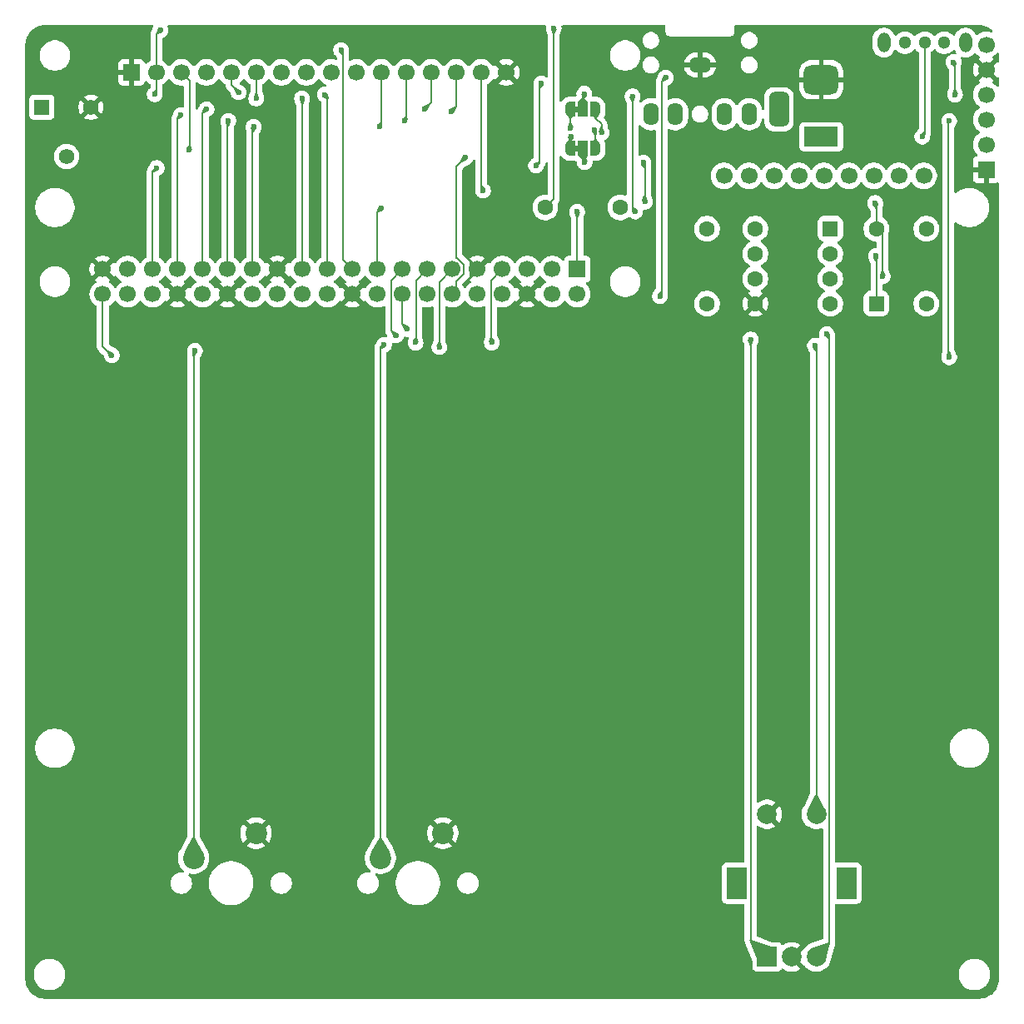
<source format=gbr>
%TF.GenerationSoftware,KiCad,Pcbnew,9.0.6*%
%TF.CreationDate,2026-02-16T23:23:36-05:00*%
%TF.ProjectId,MT32-pi-mainboard,4d543332-2d70-4692-9d6d-61696e626f61,rev?*%
%TF.SameCoordinates,Original*%
%TF.FileFunction,Copper,L1,Top*%
%TF.FilePolarity,Positive*%
%FSLAX46Y46*%
G04 Gerber Fmt 4.6, Leading zero omitted, Abs format (unit mm)*
G04 Created by KiCad (PCBNEW 9.0.6) date 2026-02-16 23:23:36*
%MOMM*%
%LPD*%
G01*
G04 APERTURE LIST*
G04 Aperture macros list*
%AMRoundRect*
0 Rectangle with rounded corners*
0 $1 Rounding radius*
0 $2 $3 $4 $5 $6 $7 $8 $9 X,Y pos of 4 corners*
0 Add a 4 corners polygon primitive as box body*
4,1,4,$2,$3,$4,$5,$6,$7,$8,$9,$2,$3,0*
0 Add four circle primitives for the rounded corners*
1,1,$1+$1,$2,$3*
1,1,$1+$1,$4,$5*
1,1,$1+$1,$6,$7*
1,1,$1+$1,$8,$9*
0 Add four rect primitives between the rounded corners*
20,1,$1+$1,$2,$3,$4,$5,0*
20,1,$1+$1,$4,$5,$6,$7,0*
20,1,$1+$1,$6,$7,$8,$9,0*
20,1,$1+$1,$8,$9,$2,$3,0*%
%AMFreePoly0*
4,1,23,0.550000,-0.750000,0.000000,-0.750000,0.000000,-0.745722,-0.065263,-0.745722,-0.191342,-0.711940,-0.304381,-0.646677,-0.396677,-0.554381,-0.461940,-0.441342,-0.495722,-0.315263,-0.495722,-0.250000,-0.500000,-0.250000,-0.500000,0.250000,-0.495722,0.250000,-0.495722,0.315263,-0.461940,0.441342,-0.396677,0.554381,-0.304381,0.646677,-0.191342,0.711940,-0.065263,0.745722,0.000000,0.745722,
0.000000,0.750000,0.550000,0.750000,0.550000,-0.750000,0.550000,-0.750000,$1*%
%AMFreePoly1*
4,1,23,0.000000,0.745722,0.065263,0.745722,0.191342,0.711940,0.304381,0.646677,0.396677,0.554381,0.461940,0.441342,0.495722,0.315263,0.495722,0.250000,0.500000,0.250000,0.500000,-0.250000,0.495722,-0.250000,0.495722,-0.315263,0.461940,-0.441342,0.396677,-0.554381,0.304381,-0.646677,0.191342,-0.711940,0.065263,-0.745722,0.000000,-0.745722,0.000000,-0.750000,-0.550000,-0.750000,
-0.550000,0.750000,0.000000,0.750000,0.000000,0.745722,0.000000,0.745722,$1*%
G04 Aperture macros list end*
%TA.AperFunction,EtchedComponent*%
%ADD10C,0.000000*%
%TD*%
%TA.AperFunction,ComponentPad*%
%ADD11R,2.000000X3.200000*%
%TD*%
%TA.AperFunction,ComponentPad*%
%ADD12R,2.000000X2.000000*%
%TD*%
%TA.AperFunction,ComponentPad*%
%ADD13C,2.000000*%
%TD*%
%TA.AperFunction,ComponentPad*%
%ADD14R,1.700000X1.700000*%
%TD*%
%TA.AperFunction,ComponentPad*%
%ADD15C,1.700000*%
%TD*%
%TA.AperFunction,ComponentPad*%
%ADD16R,3.500000X2.000000*%
%TD*%
%TA.AperFunction,ComponentPad*%
%ADD17RoundRect,0.750000X-1.000000X0.750000X-1.000000X-0.750000X1.000000X-0.750000X1.000000X0.750000X0*%
%TD*%
%TA.AperFunction,ComponentPad*%
%ADD18RoundRect,0.500000X-0.500000X1.250000X-0.500000X-1.250000X0.500000X-1.250000X0.500000X1.250000X0*%
%TD*%
%TA.AperFunction,SMDPad,CuDef*%
%ADD19FreePoly0,0.000000*%
%TD*%
%TA.AperFunction,SMDPad,CuDef*%
%ADD20R,1.000000X1.500000*%
%TD*%
%TA.AperFunction,SMDPad,CuDef*%
%ADD21FreePoly1,0.000000*%
%TD*%
%TA.AperFunction,ComponentPad*%
%ADD22C,2.200000*%
%TD*%
%TA.AperFunction,ComponentPad*%
%ADD23R,1.560000X1.560000*%
%TD*%
%TA.AperFunction,ComponentPad*%
%ADD24C,1.560000*%
%TD*%
%TA.AperFunction,ComponentPad*%
%ADD25O,1.600000X2.300000*%
%TD*%
%TA.AperFunction,ComponentPad*%
%ADD26O,2.300000X1.600000*%
%TD*%
%TA.AperFunction,ComponentPad*%
%ADD27O,1.300000X2.000000*%
%TD*%
%TA.AperFunction,ComponentPad*%
%ADD28C,1.300000*%
%TD*%
%TA.AperFunction,ComponentPad*%
%ADD29C,1.600000*%
%TD*%
%TA.AperFunction,ComponentPad*%
%ADD30RoundRect,0.250000X0.550000X0.550000X-0.550000X0.550000X-0.550000X-0.550000X0.550000X-0.550000X0*%
%TD*%
%TA.AperFunction,ComponentPad*%
%ADD31RoundRect,0.250000X0.550000X-0.550000X0.550000X0.550000X-0.550000X0.550000X-0.550000X-0.550000X0*%
%TD*%
%TA.AperFunction,ViaPad*%
%ADD32C,0.600000*%
%TD*%
%TA.AperFunction,Conductor*%
%ADD33C,0.200000*%
%TD*%
G04 APERTURE END LIST*
D10*
%TA.AperFunction,EtchedComponent*%
%TO.C,JP1*%
G36*
X107818125Y-60660000D02*
G01*
X107318125Y-60660000D01*
X107318125Y-60060000D01*
X107818125Y-60060000D01*
X107818125Y-60660000D01*
G37*
%TD.AperFunction*%
%TA.AperFunction,EtchedComponent*%
%TO.C,JP2*%
G36*
X107818125Y-64672500D02*
G01*
X107318125Y-64672500D01*
X107318125Y-64072500D01*
X107818125Y-64072500D01*
X107818125Y-64672500D01*
G37*
%TD.AperFunction*%
%TD*%
D11*
%TO.P,SW1,*%
%TO.N,*%
X123860000Y-139070000D03*
X135060000Y-139070000D03*
D12*
%TO.P,SW1,A,A*%
%TO.N,ENC_{CLK}*%
X126960000Y-146570000D03*
D13*
%TO.P,SW1,B,B*%
%TO.N,ENC_{DAT}*%
X131960000Y-146570000D03*
%TO.P,SW1,C,C*%
%TO.N,GND*%
X129460000Y-146570000D03*
%TO.P,SW1,S1,S1*%
%TO.N,Button_{Enc}*%
X131960000Y-132070000D03*
%TO.P,SW1,S2,S2*%
%TO.N,GND*%
X126960000Y-132070000D03*
%TD*%
D14*
%TO.P,J1,1,Pin_1*%
%TO.N,GND*%
X62320000Y-56620000D03*
D15*
%TO.P,J1,2,Pin_2*%
%TO.N,+3.3V*%
X64860000Y-56620000D03*
%TO.P,J1,3,Pin_3*%
%TO.N,Net-(J1-Pin_3)*%
X67400000Y-56620000D03*
%TO.P,J1,4,Pin_4*%
%TO.N,LCD_{RS}*%
X69940000Y-56620000D03*
%TO.P,J1,5,Pin_5*%
%TO.N,LCD_{RW}*%
X72480000Y-56620000D03*
%TO.P,J1,6,Pin_6*%
%TO.N,LCD_{E}*%
X75020000Y-56620000D03*
%TO.P,J1,7,Pin_7*%
%TO.N,unconnected-(J1-Pin_7-Pad7)*%
X77560000Y-56620000D03*
%TO.P,J1,8,Pin_8*%
%TO.N,unconnected-(J1-Pin_8-Pad8)*%
X80100000Y-56620000D03*
%TO.P,J1,9,Pin_9*%
%TO.N,unconnected-(J1-Pin_9-Pad9)*%
X82640000Y-56620000D03*
%TO.P,J1,10,Pin_10*%
%TO.N,unconnected-(J1-Pin_10-Pad10)*%
X85180000Y-56620000D03*
%TO.P,J1,11,Pin_11*%
%TO.N,LCD_{D4}*%
X87720000Y-56620000D03*
%TO.P,J1,12,Pin_12*%
%TO.N,LCD_{D5}*%
X90260000Y-56620000D03*
%TO.P,J1,13,Pin_13*%
%TO.N,LCD_{D6}*%
X92800000Y-56620000D03*
%TO.P,J1,14,Pin_14*%
%TO.N,LCD_{D7}*%
X95340000Y-56620000D03*
%TO.P,J1,15,Pin_15*%
%TO.N,Net-(J1-Pin_15)*%
X97880000Y-56620000D03*
%TO.P,J1,16,Pin_16*%
%TO.N,GND*%
X100420000Y-56620000D03*
%TD*%
D16*
%TO.P,J4,1*%
%TO.N,Net-(SW4-B)*%
X132463333Y-63170000D03*
D17*
%TO.P,J4,2*%
%TO.N,GND*%
X132463333Y-57370000D03*
D18*
%TO.P,J4,3*%
%TO.N,unconnected-(J4-Pad3)*%
X128163333Y-60370000D03*
%TD*%
D19*
%TO.P,JP1,1,A*%
%TO.N,MIDI_{T}*%
X106918125Y-60360000D03*
D20*
%TO.P,JP1,2,C*%
%TO.N,MIDI_{SRC}*%
X108218125Y-60360000D03*
D21*
%TO.P,JP1,3,B*%
%TO.N,MIDI_{R}*%
X109518125Y-60360000D03*
%TD*%
D19*
%TO.P,JP2,1,A*%
%TO.N,MIDI_{R}*%
X106918125Y-64372500D03*
D20*
%TO.P,JP2,2,C*%
%TO.N,MIDI_{SNK}*%
X108218125Y-64372500D03*
D21*
%TO.P,JP2,3,B*%
%TO.N,MIDI_{T}*%
X109518125Y-64372500D03*
%TD*%
D22*
%TO.P,SW2,1,1*%
%TO.N,GND*%
X74980000Y-133990000D03*
%TO.P,SW2,2,2*%
%TO.N,Button_{1}*%
X68630000Y-136530000D03*
%TD*%
D23*
%TO.P,RV1,1,1*%
%TO.N,+3.3V*%
X53200000Y-60160000D03*
D24*
%TO.P,RV1,2,2*%
%TO.N,Net-(J1-Pin_3)*%
X55700000Y-65160000D03*
%TO.P,RV1,3,3*%
%TO.N,GND*%
X58200000Y-60160000D03*
%TD*%
D14*
%TO.P,DAC1,1,SCK*%
%TO.N,GND*%
X149240000Y-66510000D03*
D15*
%TO.P,DAC1,2,BCK*%
%TO.N,DAC_{BCK}*%
X149240000Y-63970000D03*
%TO.P,DAC1,3,DIN*%
%TO.N,DAC_{DIN}*%
X149240000Y-61430000D03*
%TO.P,DAC1,4,LCK*%
%TO.N,DAC_{LCK}*%
X149240000Y-58890000D03*
%TO.P,DAC1,5,GND*%
%TO.N,GND*%
X149240000Y-56350000D03*
%TO.P,DAC1,6,VIN*%
%TO.N,+3.3V*%
X149240000Y-53810000D03*
%TO.P,DAC1,7,LOUT*%
%TO.N,unconnected-(DAC1-LOUT-Pad7)*%
X122570000Y-67145000D03*
%TO.P,DAC1,8,AGND*%
%TO.N,unconnected-(DAC1-AGND-Pad10)_1*%
X125110000Y-67145000D03*
%TO.P,DAC1,9,ROUT*%
%TO.N,unconnected-(DAC1-ROUT-Pad9)*%
X127650000Y-67145000D03*
%TO.P,DAC1,10,AGND*%
%TO.N,unconnected-(DAC1-AGND-Pad10)*%
X130190000Y-67145000D03*
%TO.P,DAC1,11,A3V3*%
%TO.N,unconnected-(DAC1-A3V3-Pad11)*%
X132730000Y-67145000D03*
%TO.P,DAC1,12,FMT*%
%TO.N,unconnected-(DAC1-FMT-Pad12)*%
X135270000Y-67145000D03*
%TO.P,DAC1,13,XHMT*%
%TO.N,unconnected-(DAC1-XHMT-Pad13)*%
X137810000Y-67145000D03*
%TO.P,DAC1,14,DEMP*%
%TO.N,unconnected-(DAC1-DEMP-Pad14)*%
X140350000Y-67145000D03*
%TO.P,DAC1,15,FLT*%
%TO.N,unconnected-(DAC1-FLT-Pad15)*%
X142890000Y-67145000D03*
%TD*%
D22*
%TO.P,SW3,1,1*%
%TO.N,GND*%
X93980000Y-133990000D03*
%TO.P,SW3,2,2*%
%TO.N,Button_{2}*%
X87630000Y-136530000D03*
%TD*%
D25*
%TO.P,J2,R*%
%TO.N,MIDI_{R}*%
X125130000Y-60870000D03*
%TO.P,J2,RN*%
%TO.N,unconnected-(J2-PadRN)*%
X122630000Y-60870000D03*
D26*
%TO.P,J2,S*%
%TO.N,GND*%
X120130000Y-55870000D03*
D25*
%TO.P,J2,T*%
%TO.N,MIDI_{T}*%
X115130000Y-60870000D03*
%TO.P,J2,TN*%
%TO.N,unconnected-(J2-PadTN)*%
X117630000Y-60870000D03*
%TD*%
D27*
%TO.P,SW4,*%
%TO.N,*%
X138831667Y-53590000D03*
X147131667Y-53590000D03*
D28*
%TO.P,SW4,1,A*%
%TO.N,+5V*%
X144981667Y-53590000D03*
%TO.P,SW4,2,B*%
%TO.N,Net-(SW4-B)*%
X142981667Y-53590000D03*
%TO.P,SW4,3,C*%
%TO.N,unconnected-(SW4-C-Pad3)*%
X140981667Y-53590000D03*
%TD*%
D14*
%TO.P,RP1,1,3V3*%
%TO.N,+3.3V*%
X107650000Y-76630000D03*
D15*
%TO.P,RP1,2,5V*%
%TO.N,+5V*%
X107650000Y-79170000D03*
%TO.P,RP1,3,SDA_I2C1/GPIO02*%
%TO.N,unconnected-(RP1-SDA_I2C1{slash}GPIO02-Pad3)*%
X105110000Y-76630000D03*
%TO.P,RP1,4,5V*%
%TO.N,+5V*%
X105110000Y-79170000D03*
%TO.P,RP1,5,SCL_I2C1/GPIO03*%
%TO.N,unconnected-(RP1-SCL_I2C1{slash}GPIO03-Pad5)*%
X102570000Y-76630000D03*
%TO.P,RP1,6,GND*%
%TO.N,GND*%
X102570000Y-79170000D03*
%TO.P,RP1,7,GPCLK0/GPIO04*%
%TO.N,Button_{Enc}*%
X100030000Y-76630000D03*
%TO.P,RP1,8,GPIO14/UART_TXD*%
%TO.N,unconnected-(RP1-GPIO14{slash}UART_TXD-Pad8)*%
X100030000Y-79170000D03*
%TO.P,RP1,9,GND*%
%TO.N,GND*%
X97490000Y-76630000D03*
%TO.P,RP1,10,GPIO15/UART_RXD*%
%TO.N,MIDI_IN*%
X97490000Y-79170000D03*
%TO.P,RP1,11,GPIO17/SPI1_~{CE1}*%
%TO.N,Button_{1}*%
X94950000Y-76630000D03*
%TO.P,RP1,12,GPIO18/SPI1_~{CE0}/PCM_CLK/PWM0*%
%TO.N,DAC_{BCK}*%
X94950000Y-79170000D03*
%TO.P,RP1,13,GPIO27/SDIO_DAT3*%
%TO.N,Button_{2}*%
X92410000Y-76630000D03*
%TO.P,RP1,14,GND*%
%TO.N,GND*%
X92410000Y-79170000D03*
%TO.P,RP1,15,GPIO22/SDIO_CLK*%
%TO.N,ENC_{CLK}*%
X89870000Y-76630000D03*
%TO.P,RP1,16,GPIO23/SDIO_CMD*%
%TO.N,ENC_{DAT}*%
X89870000Y-79170000D03*
%TO.P,RP1,17,3V3*%
%TO.N,+3.3V*%
X87330000Y-76630000D03*
%TO.P,RP1,18,GPIO24/SDIO_DAT0*%
%TO.N,unconnected-(RP1-GPIO24{slash}SDIO_DAT0-Pad18)*%
X87330000Y-79170000D03*
%TO.P,RP1,19,MOSI_SPI0/GPIO10*%
%TO.N,LCD_{RS}*%
X84790000Y-76630000D03*
%TO.P,RP1,20,GND*%
%TO.N,GND*%
X84790000Y-79170000D03*
%TO.P,RP1,21,MISO_SPI0/GPIO09*%
%TO.N,LCD_{RW}*%
X82250000Y-76630000D03*
%TO.P,RP1,22,GPIO25/SDIO_DAT1*%
%TO.N,unconnected-(RP1-GPIO25{slash}SDIO_DAT1-Pad22)*%
X82250000Y-79170000D03*
%TO.P,RP1,23,SCLK_SPI0/GPIO11*%
%TO.N,LCD_{E}*%
X79710000Y-76630000D03*
%TO.P,RP1,24,~{CE0}_SPI0/GPIO08*%
%TO.N,unconnected-(RP1-~{CE0}_SPI0{slash}GPIO08-Pad24)*%
X79710000Y-79170000D03*
%TO.P,RP1,25,GND*%
%TO.N,GND*%
X77170000Y-76630000D03*
%TO.P,RP1,26,~{CE1}_SPI0/GPIO07*%
%TO.N,unconnected-(RP1-~{CE1}_SPI0{slash}GPIO07-Pad26)*%
X77170000Y-79170000D03*
%TO.P,RP1,27,ID_SD_I2C0/GPIO00*%
%TO.N,LCD_{D4}*%
X74630000Y-76630000D03*
%TO.P,RP1,28,ID_SC_I2C0/GPIO01*%
%TO.N,unconnected-(RP1-ID_SC_I2C0{slash}GPIO01-Pad28)*%
X74630000Y-79170000D03*
%TO.P,RP1,29,GPCLK1/GPIO05*%
%TO.N,LCD_{D5}*%
X72090000Y-76630000D03*
%TO.P,RP1,30,GND*%
%TO.N,GND*%
X72090000Y-79170000D03*
%TO.P,RP1,31,GPCLK2/GPIO06*%
%TO.N,LCD_{D6}*%
X69550000Y-76630000D03*
%TO.P,RP1,32,GPIO12/PWM0*%
%TO.N,unconnected-(RP1-GPIO12{slash}PWM0-Pad32)*%
X69550000Y-79170000D03*
%TO.P,RP1,33,GPIO13/PWM1*%
%TO.N,LCD_{D7}*%
X67010000Y-76630000D03*
%TO.P,RP1,34,GND*%
%TO.N,GND*%
X67010000Y-79170000D03*
%TO.P,RP1,35,GPIO19/SPI1_MISO/PCM_FS*%
%TO.N,DAC_{LCK}*%
X64470000Y-76630000D03*
%TO.P,RP1,36,GPIO16/SPI1_~{CE2}*%
%TO.N,unconnected-(RP1-GPIO16{slash}SPI1_~{CE2}-Pad36)*%
X64470000Y-79170000D03*
%TO.P,RP1,37,GPIO26/SDIO_DAT2*%
%TO.N,unconnected-(RP1-GPIO26{slash}SDIO_DAT2-Pad37)*%
X61930000Y-76630000D03*
%TO.P,RP1,38,GPIO20/SPI1_MOSI/PCM_DIN/PWM1*%
%TO.N,unconnected-(RP1-GPIO20{slash}SPI1_MOSI{slash}PCM_DIN{slash}PWM1-Pad38)*%
X61930000Y-79170000D03*
%TO.P,RP1,39,GND*%
%TO.N,GND*%
X59390000Y-76630000D03*
%TO.P,RP1,40,GPIO21/SPI1_SCLK/PCM_DOUT*%
%TO.N,DAC_{DIN}*%
X59390000Y-79170000D03*
%TD*%
D29*
%TO.P,R2,1*%
%TO.N,+3.3V*%
X120850000Y-72510000D03*
%TO.P,R2,2*%
%TO.N,MIDI_IN*%
X120850000Y-80130000D03*
%TD*%
D30*
%TO.P,U1,1,NC*%
%TO.N,unconnected-(U1-NC-Pad1)*%
X133385000Y-72510000D03*
D29*
%TO.P,U1,2,C1*%
%TO.N,Net-(D1-K)*%
X133385000Y-75050000D03*
%TO.P,U1,3,C2*%
%TO.N,MIDI_{SNK}*%
X133385000Y-77590000D03*
%TO.P,U1,4,NC*%
%TO.N,unconnected-(U1-NC-Pad4)*%
X133385000Y-80130000D03*
%TO.P,U1,5,GND*%
%TO.N,GND*%
X125765000Y-80130000D03*
%TO.P,U1,6,VO2*%
%TO.N,MIDI_IN*%
X125765000Y-77590000D03*
%TO.P,U1,7,VO1*%
%TO.N,unconnected-(U1-VO1-Pad7)*%
X125765000Y-75050000D03*
%TO.P,U1,8,VCC*%
%TO.N,+3.3V*%
X125765000Y-72510000D03*
%TD*%
D31*
%TO.P,D1,1,K*%
%TO.N,Net-(D1-K)*%
X138060000Y-80130000D03*
D29*
%TO.P,D1,2,A*%
%TO.N,MIDI_{SNK}*%
X138060000Y-72510000D03*
%TD*%
%TO.P,R1,1*%
%TO.N,MIDI_{SRC}*%
X143140000Y-72510000D03*
%TO.P,R1,2*%
%TO.N,Net-(D1-K)*%
X143140000Y-80130000D03*
%TD*%
%TO.P,R3,1*%
%TO.N,+3.3V*%
X104408125Y-70360000D03*
%TO.P,R3,2*%
%TO.N,Net-(J1-Pin_15)*%
X112028125Y-70360000D03*
%TD*%
D32*
%TO.N,Net-(D1-K)*%
X138010000Y-75290000D03*
%TO.N,DAC_{BCK}*%
X96280000Y-65280000D03*
%TO.N,DAC_{DIN}*%
X145470000Y-61570000D03*
X145470000Y-85590000D03*
X60310000Y-85390000D03*
%TO.N,MIDI_{SNK}*%
X114350000Y-65810000D03*
X114530000Y-69770000D03*
X138700000Y-77370000D03*
X108390000Y-65760000D03*
X137950000Y-69900000D03*
%TO.N,DAC_{LCK}*%
X145919000Y-55569000D03*
X64890000Y-66340000D03*
X146060000Y-58870000D03*
X103980000Y-57740000D03*
X103460000Y-66100000D03*
%TO.N,LCD_{D6}*%
X92120000Y-60330000D03*
X69950000Y-60350000D03*
%TO.N,ENC_{DAT}*%
X133020000Y-83230000D03*
X90360000Y-82720000D03*
%TO.N,Button_{Enc}*%
X98950000Y-84100000D03*
X131820000Y-84410000D03*
%TO.N,LCD_{D5}*%
X72160000Y-61550000D03*
X90100000Y-61550000D03*
%TO.N,LCD_{RS}*%
X83620000Y-54350000D03*
%TO.N,ENC_{CLK}*%
X125270000Y-83780000D03*
X89200000Y-83360000D03*
%TO.N,LCD_{E}*%
X79650000Y-59280000D03*
X74990000Y-59280000D03*
%TO.N,LCD_{RW}*%
X73210000Y-58660000D03*
X81980000Y-58870000D03*
%TO.N,Button_{1}*%
X93630000Y-84560000D03*
X68760000Y-84920000D03*
%TO.N,LCD_{D4}*%
X74740000Y-62150000D03*
X87550000Y-62150000D03*
%TO.N,Button_{2}*%
X88000000Y-84320000D03*
X91200000Y-84100000D03*
%TO.N,LCD_{D7}*%
X94830000Y-60590000D03*
X67350000Y-60950000D03*
%TO.N,+5V*%
X116640000Y-57150000D03*
X116060000Y-79370000D03*
%TO.N,+3.3V*%
X107630000Y-70790000D03*
X65270000Y-52330000D03*
X105250000Y-52120000D03*
X87710000Y-70400000D03*
X64670000Y-58840000D03*
%TO.N,MIDI_{T}*%
X106960000Y-62280000D03*
X109370000Y-62440000D03*
%TO.N,Net-(J1-Pin_3)*%
X68200000Y-64540000D03*
%TO.N,Net-(J1-Pin_15)*%
X98060000Y-68630000D03*
%TO.N,MIDI_{R}*%
X110118125Y-62760000D03*
X106990704Y-63121031D03*
%TO.N,MIDI_{SRC}*%
X113540000Y-70770000D03*
X108370000Y-58790000D03*
X113270000Y-59060000D03*
%TO.N,Net-(SW4-B)*%
X142740000Y-63150000D03*
%TD*%
D33*
%TO.N,Net-(D1-K)*%
X138060000Y-80130000D02*
X138060000Y-75340000D01*
X138060000Y-75340000D02*
X138010000Y-75290000D01*
%TO.N,DAC_{BCK}*%
X96101000Y-76153240D02*
X96101000Y-77106760D01*
X95426760Y-77781000D02*
X95360000Y-77781000D01*
X95426760Y-75479000D02*
X96101000Y-76153240D01*
X95360000Y-77781000D02*
X95360000Y-78760000D01*
X95360000Y-75479000D02*
X95426760Y-75479000D01*
X96101000Y-77106760D02*
X95426760Y-77781000D01*
X96280000Y-65280000D02*
X95360000Y-66200000D01*
X95360000Y-66200000D02*
X95360000Y-75479000D01*
%TO.N,DAC_{DIN}*%
X145470000Y-61570000D02*
X145400000Y-61640000D01*
X145400000Y-61640000D02*
X145400000Y-85520000D01*
X59390000Y-84470000D02*
X59390000Y-79170000D01*
X60310000Y-85390000D02*
X59390000Y-84470000D01*
X145400000Y-85520000D02*
X145470000Y-85590000D01*
%TO.N,MIDI_{SNK}*%
X138060000Y-72510000D02*
X138060000Y-70010000D01*
X114530000Y-65990000D02*
X114350000Y-65810000D01*
X138700000Y-77370000D02*
X138700000Y-73150000D01*
X138060000Y-70010000D02*
X137950000Y-69900000D01*
X108390000Y-65760000D02*
X108390000Y-64544375D01*
X138700000Y-73150000D02*
X138060000Y-72510000D01*
X114530000Y-69770000D02*
X114530000Y-65990000D01*
%TO.N,DAC_{LCK}*%
X64890000Y-66340000D02*
X64470000Y-66760000D01*
X146060000Y-55710000D02*
X145919000Y-55569000D01*
X146060000Y-58870000D02*
X146060000Y-55710000D01*
X64470000Y-66760000D02*
X64470000Y-76630000D01*
X103810000Y-65750000D02*
X103460000Y-66100000D01*
X103980000Y-57740000D02*
X103810000Y-57910000D01*
X103810000Y-57910000D02*
X103810000Y-65750000D01*
%TO.N,LCD_{D6}*%
X69550000Y-60750000D02*
X69950000Y-60350000D01*
X69550000Y-76630000D02*
X69550000Y-60750000D01*
X92120000Y-60330000D02*
X92800000Y-59650000D01*
X92800000Y-59650000D02*
X92800000Y-56620000D01*
%TO.N,ENC_{DAT}*%
X133261000Y-145269000D02*
X133261000Y-83471000D01*
X131960000Y-146570000D02*
X133261000Y-145269000D01*
X90360000Y-82720000D02*
X89870000Y-82230000D01*
X133261000Y-83471000D02*
X133020000Y-83230000D01*
X89870000Y-82230000D02*
X89870000Y-79170000D01*
%TO.N,Button_{Enc}*%
X131960000Y-84550000D02*
X131820000Y-84410000D01*
X98879000Y-84029000D02*
X98879000Y-77781000D01*
X98950000Y-84100000D02*
X98879000Y-84029000D01*
X98879000Y-77781000D02*
X100030000Y-76630000D01*
X131960000Y-132070000D02*
X131960000Y-84550000D01*
%TO.N,LCD_{D5}*%
X72090000Y-61620000D02*
X72160000Y-61550000D01*
X90100000Y-61550000D02*
X90260000Y-61390000D01*
X90260000Y-61390000D02*
X90260000Y-56620000D01*
X72090000Y-76630000D02*
X72090000Y-61620000D01*
%TO.N,LCD_{RS}*%
X83810000Y-54540000D02*
X83810000Y-75650000D01*
X83620000Y-54350000D02*
X83810000Y-54540000D01*
X83810000Y-75650000D02*
X84790000Y-76630000D01*
%TO.N,ENC_{CLK}*%
X88719000Y-82879000D02*
X88719000Y-77781000D01*
X126960000Y-146570000D02*
X125270000Y-144880000D01*
X89200000Y-83360000D02*
X88719000Y-82879000D01*
X125270000Y-144880000D02*
X125270000Y-83780000D01*
X88719000Y-77781000D02*
X89870000Y-76630000D01*
%TO.N,LCD_{E}*%
X75020000Y-59250000D02*
X75020000Y-56620000D01*
X79710000Y-76630000D02*
X79710000Y-59340000D01*
X74990000Y-59280000D02*
X75020000Y-59250000D01*
X79710000Y-59340000D02*
X79650000Y-59280000D01*
%TO.N,LCD_{RW}*%
X72480000Y-57930000D02*
X72480000Y-56620000D01*
X82250000Y-76630000D02*
X82250000Y-59140000D01*
X82250000Y-59140000D02*
X81980000Y-58870000D01*
X73210000Y-58660000D02*
X72480000Y-57930000D01*
%TO.N,Button_{1}*%
X68630000Y-85050000D02*
X68760000Y-84920000D01*
X93630000Y-77950000D02*
X94950000Y-76630000D01*
X93630000Y-84560000D02*
X93630000Y-77950000D01*
X68630000Y-136530000D02*
X68630000Y-85050000D01*
%TO.N,LCD_{D4}*%
X87550000Y-62150000D02*
X87720000Y-61980000D01*
X74630000Y-76630000D02*
X74630000Y-62260000D01*
X74630000Y-62260000D02*
X74740000Y-62150000D01*
X87720000Y-61980000D02*
X87720000Y-56620000D01*
%TO.N,Button_{2}*%
X87880000Y-84320000D02*
X87630000Y-84570000D01*
X91259000Y-77781000D02*
X92410000Y-76630000D01*
X91200000Y-84100000D02*
X91259000Y-84041000D01*
X88000000Y-84320000D02*
X87880000Y-84320000D01*
X87630000Y-84570000D02*
X87630000Y-136530000D01*
X91259000Y-84041000D02*
X91259000Y-77781000D01*
%TO.N,LCD_{D7}*%
X67010000Y-61290000D02*
X67350000Y-60950000D01*
X95340000Y-60080000D02*
X95340000Y-56620000D01*
X94830000Y-60590000D02*
X95340000Y-60080000D01*
X67010000Y-76630000D02*
X67010000Y-61290000D01*
%TO.N,+5V*%
X116231000Y-57559000D02*
X116231000Y-79199000D01*
X116231000Y-79199000D02*
X116060000Y-79370000D01*
X116640000Y-57150000D02*
X116231000Y-57559000D01*
%TO.N,+3.3V*%
X87330000Y-70780000D02*
X87710000Y-70400000D01*
X107650000Y-76630000D02*
X107650000Y-70810000D01*
X64800000Y-58710000D02*
X64800000Y-58580000D01*
X87330000Y-76630000D02*
X87330000Y-70780000D01*
X64860000Y-58520000D02*
X64860000Y-56620000D01*
X107650000Y-70810000D02*
X107630000Y-70790000D01*
X105250000Y-69518125D02*
X105250000Y-52120000D01*
X104408125Y-70360000D02*
X105250000Y-69518125D01*
X64860000Y-52740000D02*
X65270000Y-52330000D01*
X64860000Y-56620000D02*
X64860000Y-52740000D01*
X64800000Y-58580000D02*
X64860000Y-58520000D01*
X64670000Y-58840000D02*
X64800000Y-58710000D01*
%TO.N,MIDI_{T}*%
X109518125Y-62608125D02*
X109518125Y-64372500D01*
X106960000Y-62280000D02*
X106960000Y-60401875D01*
X109370000Y-62440000D02*
X109370000Y-62460000D01*
X109370000Y-62460000D02*
X109518125Y-62608125D01*
%TO.N,Net-(J1-Pin_3)*%
X68250000Y-57470000D02*
X68250000Y-64490000D01*
X68250000Y-64490000D02*
X68200000Y-64540000D01*
X67400000Y-56620000D02*
X68250000Y-57470000D01*
%TO.N,Net-(J1-Pin_15)*%
X97880000Y-68450000D02*
X97880000Y-56620000D01*
X98060000Y-68630000D02*
X97880000Y-68450000D01*
%TO.N,MIDI_{R}*%
X110118125Y-62760000D02*
X110118125Y-61917500D01*
X110118125Y-61917500D02*
X109518125Y-61317500D01*
X106918125Y-63193610D02*
X106990704Y-63121031D01*
X109518125Y-61317500D02*
X109518125Y-60360000D01*
X106918125Y-64372500D02*
X106918125Y-63193610D01*
%TO.N,MIDI_{SRC}*%
X108218125Y-59231875D02*
X108218125Y-60360000D01*
X113270000Y-70500000D02*
X113540000Y-70770000D01*
X113270000Y-59060000D02*
X113270000Y-70500000D01*
X108370000Y-59080000D02*
X108218125Y-59231875D01*
X108370000Y-58790000D02*
X108370000Y-59080000D01*
%TO.N,Net-(SW4-B)*%
X142740000Y-63150000D02*
X142981667Y-62908333D01*
X142981667Y-62908333D02*
X142981667Y-53550000D01*
%TD*%
%TA.AperFunction,Conductor*%
%TO.N,GND*%
G36*
X64496046Y-51840185D02*
G01*
X64541801Y-51892989D01*
X64551745Y-51962147D01*
X64543564Y-51991963D01*
X64542551Y-51994408D01*
X64541459Y-51996962D01*
X64380987Y-52360995D01*
X64380984Y-52361002D01*
X64369383Y-52387315D01*
X64363312Y-52399284D01*
X64346666Y-52428120D01*
X64346662Y-52428127D01*
X64300423Y-52508215D01*
X64259499Y-52660943D01*
X64259499Y-52660945D01*
X64259499Y-52829046D01*
X64259500Y-52829059D01*
X64259500Y-55334281D01*
X64239815Y-55401320D01*
X64191795Y-55444765D01*
X64152185Y-55464947D01*
X64152184Y-55464948D01*
X63980215Y-55589889D01*
X63866285Y-55703819D01*
X63804962Y-55737303D01*
X63735270Y-55732319D01*
X63679337Y-55690447D01*
X63662422Y-55659470D01*
X63613354Y-55527913D01*
X63613350Y-55527906D01*
X63527190Y-55412812D01*
X63527187Y-55412809D01*
X63412093Y-55326649D01*
X63412086Y-55326645D01*
X63277379Y-55276403D01*
X63277372Y-55276401D01*
X63217844Y-55270000D01*
X62570000Y-55270000D01*
X62570000Y-56186988D01*
X62512993Y-56154075D01*
X62385826Y-56120000D01*
X62254174Y-56120000D01*
X62127007Y-56154075D01*
X62070000Y-56186988D01*
X62070000Y-55270000D01*
X61422155Y-55270000D01*
X61362627Y-55276401D01*
X61362620Y-55276403D01*
X61227913Y-55326645D01*
X61227906Y-55326649D01*
X61112812Y-55412809D01*
X61112809Y-55412812D01*
X61026649Y-55527906D01*
X61026645Y-55527913D01*
X60976403Y-55662620D01*
X60976401Y-55662627D01*
X60970000Y-55722155D01*
X60970000Y-56370000D01*
X61886988Y-56370000D01*
X61854075Y-56427007D01*
X61820000Y-56554174D01*
X61820000Y-56685826D01*
X61854075Y-56812993D01*
X61886988Y-56870000D01*
X60970000Y-56870000D01*
X60970000Y-57517844D01*
X60976401Y-57577372D01*
X60976403Y-57577379D01*
X61026645Y-57712086D01*
X61026649Y-57712093D01*
X61112809Y-57827187D01*
X61112812Y-57827190D01*
X61227906Y-57913350D01*
X61227913Y-57913354D01*
X61362620Y-57963596D01*
X61362627Y-57963598D01*
X61422155Y-57969999D01*
X61422172Y-57970000D01*
X62070000Y-57970000D01*
X62070000Y-57053012D01*
X62127007Y-57085925D01*
X62254174Y-57120000D01*
X62385826Y-57120000D01*
X62512993Y-57085925D01*
X62570000Y-57053012D01*
X62570000Y-57970000D01*
X63217828Y-57970000D01*
X63217844Y-57969999D01*
X63277372Y-57963598D01*
X63277379Y-57963596D01*
X63412086Y-57913354D01*
X63412093Y-57913350D01*
X63527187Y-57827190D01*
X63527190Y-57827187D01*
X63613350Y-57712093D01*
X63613354Y-57712086D01*
X63662422Y-57580529D01*
X63704293Y-57524595D01*
X63769757Y-57500178D01*
X63838030Y-57515030D01*
X63866285Y-57536181D01*
X63980213Y-57650109D01*
X64152184Y-57775051D01*
X64152184Y-57775052D01*
X64191793Y-57795233D01*
X64202856Y-57805681D01*
X64216703Y-57812005D01*
X64227744Y-57829185D01*
X64242590Y-57843206D01*
X64246831Y-57858886D01*
X64254477Y-57870783D01*
X64259500Y-57905718D01*
X64259500Y-58051222D01*
X64239815Y-58118261D01*
X64227221Y-58134668D01*
X64067545Y-58310179D01*
X64063512Y-58314408D01*
X64048214Y-58329708D01*
X64048206Y-58329717D01*
X64044548Y-58335192D01*
X64036180Y-58346309D01*
X64031847Y-58351437D01*
X64030789Y-58352788D01*
X64030787Y-58352790D01*
X63977668Y-58434800D01*
X63975608Y-58438366D01*
X63960605Y-58460821D01*
X63900264Y-58606498D01*
X63900261Y-58606510D01*
X63869500Y-58761153D01*
X63869500Y-58918846D01*
X63900261Y-59073489D01*
X63900264Y-59073501D01*
X63960602Y-59219172D01*
X63960609Y-59219185D01*
X64048210Y-59350288D01*
X64048213Y-59350292D01*
X64159707Y-59461786D01*
X64159711Y-59461789D01*
X64290814Y-59549390D01*
X64290827Y-59549397D01*
X64434337Y-59608840D01*
X64436503Y-59609737D01*
X64573331Y-59636954D01*
X64591153Y-59640499D01*
X64591156Y-59640500D01*
X64591158Y-59640500D01*
X64748844Y-59640500D01*
X64748845Y-59640499D01*
X64903497Y-59609737D01*
X65041456Y-59552593D01*
X65049172Y-59549397D01*
X65049172Y-59549396D01*
X65049179Y-59549394D01*
X65180289Y-59461789D01*
X65291789Y-59350289D01*
X65379394Y-59219179D01*
X65386859Y-59201158D01*
X65399643Y-59170294D01*
X65439737Y-59073497D01*
X65470500Y-58918842D01*
X65470500Y-58761158D01*
X65470500Y-58761153D01*
X65470029Y-58756373D01*
X65469436Y-58745305D01*
X65469392Y-58740338D01*
X65465582Y-58307371D01*
X65462459Y-58255538D01*
X65462458Y-58255534D01*
X65462458Y-58255532D01*
X65462030Y-58252833D01*
X65460500Y-58233414D01*
X65460500Y-57905718D01*
X65480185Y-57838679D01*
X65528207Y-57795233D01*
X65567815Y-57775052D01*
X65567815Y-57775051D01*
X65567816Y-57775051D01*
X65659193Y-57708661D01*
X65739786Y-57650109D01*
X65739788Y-57650106D01*
X65739792Y-57650104D01*
X65890104Y-57499792D01*
X65890106Y-57499788D01*
X65890109Y-57499786D01*
X66015048Y-57327820D01*
X66015047Y-57327820D01*
X66015051Y-57327816D01*
X66019514Y-57319054D01*
X66067488Y-57268259D01*
X66135308Y-57251463D01*
X66201444Y-57273999D01*
X66240486Y-57319056D01*
X66244951Y-57327820D01*
X66369890Y-57499786D01*
X66520213Y-57650109D01*
X66692179Y-57775048D01*
X66692181Y-57775049D01*
X66692184Y-57775051D01*
X66881588Y-57871557D01*
X67083757Y-57937246D01*
X67293713Y-57970500D01*
X67293714Y-57970500D01*
X67506287Y-57970500D01*
X67511138Y-57970118D01*
X67511222Y-57971191D01*
X67575392Y-57979482D01*
X67628845Y-58024476D01*
X67649487Y-58091227D01*
X67649500Y-58093002D01*
X67649500Y-60042297D01*
X67629815Y-60109336D01*
X67577011Y-60155091D01*
X67507853Y-60165035D01*
X67501309Y-60163914D01*
X67428845Y-60149500D01*
X67428842Y-60149500D01*
X67271158Y-60149500D01*
X67271155Y-60149500D01*
X67116510Y-60180261D01*
X67116498Y-60180264D01*
X66970827Y-60240602D01*
X66970814Y-60240609D01*
X66839711Y-60328210D01*
X66839707Y-60328213D01*
X66728213Y-60439707D01*
X66728210Y-60439711D01*
X66640609Y-60570814D01*
X66640602Y-60570827D01*
X66580264Y-60716498D01*
X66580263Y-60716502D01*
X66577100Y-60732401D01*
X66574400Y-60743343D01*
X66572061Y-60751256D01*
X66566643Y-60763385D01*
X66518166Y-60933632D01*
X66517954Y-60934353D01*
X66517496Y-60935062D01*
X66506428Y-60961208D01*
X66483746Y-61000498D01*
X66483743Y-61000502D01*
X66450424Y-61058211D01*
X66450423Y-61058215D01*
X66409499Y-61210943D01*
X66409499Y-61210945D01*
X66409499Y-61379046D01*
X66409500Y-61379059D01*
X66409500Y-75344281D01*
X66389815Y-75411320D01*
X66341795Y-75454765D01*
X66302185Y-75474947D01*
X66302184Y-75474948D01*
X66130213Y-75599890D01*
X65979890Y-75750213D01*
X65854949Y-75922182D01*
X65850484Y-75930946D01*
X65802509Y-75981742D01*
X65734688Y-75998536D01*
X65668553Y-75975998D01*
X65629516Y-75930946D01*
X65625050Y-75922182D01*
X65500109Y-75750213D01*
X65349786Y-75599890D01*
X65177815Y-75474948D01*
X65177814Y-75474947D01*
X65138205Y-75454765D01*
X65087409Y-75406791D01*
X65070500Y-75344281D01*
X65070500Y-67214543D01*
X65090185Y-67147504D01*
X65142989Y-67101749D01*
X65147048Y-67099982D01*
X65269172Y-67049397D01*
X65269172Y-67049396D01*
X65269179Y-67049394D01*
X65400289Y-66961789D01*
X65511789Y-66850289D01*
X65599394Y-66719179D01*
X65659737Y-66573497D01*
X65690500Y-66418842D01*
X65690500Y-66261158D01*
X65690500Y-66261155D01*
X65690499Y-66261153D01*
X65678930Y-66202993D01*
X65659737Y-66106503D01*
X65633879Y-66044075D01*
X65599397Y-65960827D01*
X65599390Y-65960814D01*
X65511789Y-65829711D01*
X65511786Y-65829707D01*
X65400292Y-65718213D01*
X65400288Y-65718210D01*
X65269185Y-65630609D01*
X65269172Y-65630602D01*
X65123501Y-65570264D01*
X65123489Y-65570261D01*
X64968845Y-65539500D01*
X64968842Y-65539500D01*
X64811158Y-65539500D01*
X64811155Y-65539500D01*
X64656510Y-65570261D01*
X64656498Y-65570264D01*
X64510827Y-65630602D01*
X64510814Y-65630609D01*
X64379711Y-65718210D01*
X64379707Y-65718213D01*
X64268213Y-65829707D01*
X64268207Y-65829715D01*
X64180607Y-65960818D01*
X64180605Y-65960822D01*
X64170107Y-65986165D01*
X64168159Y-65990618D01*
X63962030Y-66437785D01*
X63956809Y-66447870D01*
X63945078Y-66468189D01*
X63943734Y-66470519D01*
X63910423Y-66528215D01*
X63869499Y-66680943D01*
X63869499Y-66680945D01*
X63869499Y-66849046D01*
X63869500Y-66849059D01*
X63869500Y-75344281D01*
X63849815Y-75411320D01*
X63801795Y-75454765D01*
X63762185Y-75474947D01*
X63762184Y-75474948D01*
X63590213Y-75599890D01*
X63439890Y-75750213D01*
X63314949Y-75922182D01*
X63310484Y-75930946D01*
X63262509Y-75981742D01*
X63194688Y-75998536D01*
X63128553Y-75975998D01*
X63089516Y-75930946D01*
X63085050Y-75922182D01*
X62960109Y-75750213D01*
X62809786Y-75599890D01*
X62637820Y-75474951D01*
X62448414Y-75378444D01*
X62448413Y-75378443D01*
X62448412Y-75378443D01*
X62246243Y-75312754D01*
X62246241Y-75312753D01*
X62246240Y-75312753D01*
X62084957Y-75287208D01*
X62036287Y-75279500D01*
X61823713Y-75279500D01*
X61775042Y-75287208D01*
X61613760Y-75312753D01*
X61411585Y-75378444D01*
X61222179Y-75474951D01*
X61050213Y-75599890D01*
X60899890Y-75750213D01*
X60774949Y-75922182D01*
X60770202Y-75931499D01*
X60722227Y-75982293D01*
X60654405Y-75999087D01*
X60588271Y-75976548D01*
X60549234Y-75931495D01*
X60544626Y-75922452D01*
X60505270Y-75868282D01*
X60505269Y-75868282D01*
X59872962Y-76500590D01*
X59855925Y-76437007D01*
X59790099Y-76322993D01*
X59697007Y-76229901D01*
X59582993Y-76164075D01*
X59519409Y-76147037D01*
X60151716Y-75514728D01*
X60097550Y-75475375D01*
X59908217Y-75378904D01*
X59706129Y-75313242D01*
X59496246Y-75280000D01*
X59283754Y-75280000D01*
X59073872Y-75313242D01*
X59073869Y-75313242D01*
X58871782Y-75378904D01*
X58682439Y-75475380D01*
X58628282Y-75514727D01*
X58628282Y-75514728D01*
X59260591Y-76147037D01*
X59197007Y-76164075D01*
X59082993Y-76229901D01*
X58989901Y-76322993D01*
X58924075Y-76437007D01*
X58907037Y-76500591D01*
X58274728Y-75868282D01*
X58274727Y-75868282D01*
X58235380Y-75922439D01*
X58138904Y-76111782D01*
X58073242Y-76313869D01*
X58073242Y-76313872D01*
X58040000Y-76523753D01*
X58040000Y-76736246D01*
X58073242Y-76946127D01*
X58073242Y-76946130D01*
X58138904Y-77148217D01*
X58235375Y-77337550D01*
X58274728Y-77391716D01*
X58907037Y-76759408D01*
X58924075Y-76822993D01*
X58989901Y-76937007D01*
X59082993Y-77030099D01*
X59197007Y-77095925D01*
X59260590Y-77112962D01*
X58628282Y-77745269D01*
X58628282Y-77745270D01*
X58682452Y-77784626D01*
X58682451Y-77784626D01*
X58691495Y-77789234D01*
X58742292Y-77837208D01*
X58759087Y-77905029D01*
X58736550Y-77971164D01*
X58691499Y-78010202D01*
X58682182Y-78014949D01*
X58510213Y-78139890D01*
X58359890Y-78290213D01*
X58234951Y-78462179D01*
X58138444Y-78651585D01*
X58072753Y-78853760D01*
X58051604Y-78987289D01*
X58039500Y-79063713D01*
X58039500Y-79276287D01*
X58041855Y-79291153D01*
X58066830Y-79448844D01*
X58072754Y-79486243D01*
X58119778Y-79630968D01*
X58138444Y-79688414D01*
X58234951Y-79877820D01*
X58359890Y-80049786D01*
X58510213Y-80200109D01*
X58682184Y-80325051D01*
X58682184Y-80325052D01*
X58721793Y-80345233D01*
X58772590Y-80393206D01*
X58789500Y-80455718D01*
X58789500Y-84383330D01*
X58789499Y-84383348D01*
X58789499Y-84549054D01*
X58789498Y-84549054D01*
X58814806Y-84643501D01*
X58830423Y-84701785D01*
X58844116Y-84725501D01*
X58883373Y-84793497D01*
X58909479Y-84838715D01*
X59028349Y-84957585D01*
X59028355Y-84957590D01*
X59377235Y-85306470D01*
X59401872Y-85341608D01*
X59588868Y-85741339D01*
X59588883Y-85741370D01*
X59590655Y-85745157D01*
X59600606Y-85769179D01*
X59608321Y-85780726D01*
X59611915Y-85787716D01*
X59611932Y-85787750D01*
X59614175Y-85792111D01*
X59615028Y-85793630D01*
X59670434Y-85874183D01*
X59673029Y-85877569D01*
X59688208Y-85900286D01*
X59688215Y-85900294D01*
X59799707Y-86011786D01*
X59799711Y-86011789D01*
X59930814Y-86099390D01*
X59930827Y-86099397D01*
X60076498Y-86159735D01*
X60076503Y-86159737D01*
X60231153Y-86190499D01*
X60231156Y-86190500D01*
X60231158Y-86190500D01*
X60388844Y-86190500D01*
X60388845Y-86190499D01*
X60543497Y-86159737D01*
X60689179Y-86099394D01*
X60820289Y-86011789D01*
X60931789Y-85900289D01*
X61019394Y-85769179D01*
X61079737Y-85623497D01*
X61110500Y-85468842D01*
X61110500Y-85311158D01*
X61110500Y-85311155D01*
X61110499Y-85311153D01*
X61102193Y-85269397D01*
X61079737Y-85156503D01*
X61074175Y-85143074D01*
X61019397Y-85010827D01*
X61019390Y-85010814D01*
X60931789Y-84879711D01*
X60931786Y-84879707D01*
X60820292Y-84768213D01*
X60820284Y-84768207D01*
X60689181Y-84680607D01*
X60689182Y-84680607D01*
X60667744Y-84671727D01*
X60662657Y-84669485D01*
X60261608Y-84481872D01*
X60226470Y-84457235D01*
X60026819Y-84257584D01*
X59993334Y-84196261D01*
X59990500Y-84169903D01*
X59990500Y-80455718D01*
X60010185Y-80388679D01*
X60058207Y-80345233D01*
X60097815Y-80325052D01*
X60097815Y-80325051D01*
X60097816Y-80325051D01*
X60189193Y-80258661D01*
X60269786Y-80200109D01*
X60269788Y-80200106D01*
X60269792Y-80200104D01*
X60420104Y-80049792D01*
X60420106Y-80049788D01*
X60420109Y-80049786D01*
X60545048Y-79877820D01*
X60545047Y-79877820D01*
X60545051Y-79877816D01*
X60549514Y-79869054D01*
X60597488Y-79818259D01*
X60665308Y-79801463D01*
X60731444Y-79823999D01*
X60770486Y-79869056D01*
X60774951Y-79877820D01*
X60899890Y-80049786D01*
X61050213Y-80200109D01*
X61222179Y-80325048D01*
X61222181Y-80325049D01*
X61222184Y-80325051D01*
X61411588Y-80421557D01*
X61613757Y-80487246D01*
X61823713Y-80520500D01*
X61823714Y-80520500D01*
X62036286Y-80520500D01*
X62036287Y-80520500D01*
X62246243Y-80487246D01*
X62448412Y-80421557D01*
X62637816Y-80325051D01*
X62718500Y-80266431D01*
X62809786Y-80200109D01*
X62809788Y-80200106D01*
X62809792Y-80200104D01*
X62960104Y-80049792D01*
X62960106Y-80049788D01*
X62960109Y-80049786D01*
X63085048Y-79877820D01*
X63085047Y-79877820D01*
X63085051Y-79877816D01*
X63089514Y-79869054D01*
X63137488Y-79818259D01*
X63205308Y-79801463D01*
X63271444Y-79823999D01*
X63310486Y-79869056D01*
X63314951Y-79877820D01*
X63439890Y-80049786D01*
X63590213Y-80200109D01*
X63762179Y-80325048D01*
X63762181Y-80325049D01*
X63762184Y-80325051D01*
X63951588Y-80421557D01*
X64153757Y-80487246D01*
X64363713Y-80520500D01*
X64363714Y-80520500D01*
X64576286Y-80520500D01*
X64576287Y-80520500D01*
X64786243Y-80487246D01*
X64988412Y-80421557D01*
X65177816Y-80325051D01*
X65258500Y-80266431D01*
X65349786Y-80200109D01*
X65349788Y-80200106D01*
X65349792Y-80200104D01*
X65500104Y-80049792D01*
X65500106Y-80049788D01*
X65500109Y-80049786D01*
X65585890Y-79931717D01*
X65625051Y-79877816D01*
X65629793Y-79868508D01*
X65677763Y-79817711D01*
X65745583Y-79800911D01*
X65811719Y-79823445D01*
X65850763Y-79868500D01*
X65855373Y-79877547D01*
X65894728Y-79931716D01*
X66527037Y-79299408D01*
X66544075Y-79362993D01*
X66609901Y-79477007D01*
X66702993Y-79570099D01*
X66817007Y-79635925D01*
X66880590Y-79652962D01*
X66248282Y-80285269D01*
X66248282Y-80285270D01*
X66302449Y-80324624D01*
X66491782Y-80421095D01*
X66693870Y-80486757D01*
X66903754Y-80520000D01*
X67116246Y-80520000D01*
X67326127Y-80486757D01*
X67326130Y-80486757D01*
X67528217Y-80421095D01*
X67717554Y-80324622D01*
X67771716Y-80285270D01*
X67771717Y-80285270D01*
X67139408Y-79652962D01*
X67202993Y-79635925D01*
X67317007Y-79570099D01*
X67410099Y-79477007D01*
X67475925Y-79362993D01*
X67492962Y-79299409D01*
X68125270Y-79931717D01*
X68125270Y-79931716D01*
X68164622Y-79877555D01*
X68169232Y-79868507D01*
X68217205Y-79817709D01*
X68285025Y-79800912D01*
X68351161Y-79823447D01*
X68390204Y-79868504D01*
X68394949Y-79877817D01*
X68519890Y-80049786D01*
X68670213Y-80200109D01*
X68842179Y-80325048D01*
X68842181Y-80325049D01*
X68842184Y-80325051D01*
X69031588Y-80421557D01*
X69233757Y-80487246D01*
X69443713Y-80520500D01*
X69443714Y-80520500D01*
X69656286Y-80520500D01*
X69656287Y-80520500D01*
X69866243Y-80487246D01*
X70068412Y-80421557D01*
X70257816Y-80325051D01*
X70338500Y-80266431D01*
X70429786Y-80200109D01*
X70429788Y-80200106D01*
X70429792Y-80200104D01*
X70580104Y-80049792D01*
X70580106Y-80049788D01*
X70580109Y-80049786D01*
X70665890Y-79931717D01*
X70705051Y-79877816D01*
X70709793Y-79868508D01*
X70757763Y-79817711D01*
X70825583Y-79800911D01*
X70891719Y-79823445D01*
X70930763Y-79868500D01*
X70935373Y-79877547D01*
X70974728Y-79931716D01*
X71607037Y-79299408D01*
X71624075Y-79362993D01*
X71689901Y-79477007D01*
X71782993Y-79570099D01*
X71897007Y-79635925D01*
X71960590Y-79652962D01*
X71328282Y-80285269D01*
X71328282Y-80285270D01*
X71382449Y-80324624D01*
X71571782Y-80421095D01*
X71773870Y-80486757D01*
X71983754Y-80520000D01*
X72196246Y-80520000D01*
X72406127Y-80486757D01*
X72406130Y-80486757D01*
X72608217Y-80421095D01*
X72797554Y-80324622D01*
X72851716Y-80285270D01*
X72851717Y-80285270D01*
X72219408Y-79652962D01*
X72282993Y-79635925D01*
X72397007Y-79570099D01*
X72490099Y-79477007D01*
X72555925Y-79362993D01*
X72572962Y-79299408D01*
X73205270Y-79931717D01*
X73205270Y-79931716D01*
X73244622Y-79877555D01*
X73249232Y-79868507D01*
X73297205Y-79817709D01*
X73365025Y-79800912D01*
X73431161Y-79823447D01*
X73470204Y-79868504D01*
X73474949Y-79877817D01*
X73599890Y-80049786D01*
X73750213Y-80200109D01*
X73922179Y-80325048D01*
X73922181Y-80325049D01*
X73922184Y-80325051D01*
X74111588Y-80421557D01*
X74313757Y-80487246D01*
X74523713Y-80520500D01*
X74523714Y-80520500D01*
X74736286Y-80520500D01*
X74736287Y-80520500D01*
X74946243Y-80487246D01*
X75148412Y-80421557D01*
X75337816Y-80325051D01*
X75418500Y-80266431D01*
X75509786Y-80200109D01*
X75509788Y-80200106D01*
X75509792Y-80200104D01*
X75660104Y-80049792D01*
X75660106Y-80049788D01*
X75660109Y-80049786D01*
X75785048Y-79877820D01*
X75785047Y-79877820D01*
X75785051Y-79877816D01*
X75789514Y-79869054D01*
X75837488Y-79818259D01*
X75905308Y-79801463D01*
X75971444Y-79823999D01*
X76010486Y-79869056D01*
X76014951Y-79877820D01*
X76139890Y-80049786D01*
X76290213Y-80200109D01*
X76462179Y-80325048D01*
X76462181Y-80325049D01*
X76462184Y-80325051D01*
X76651588Y-80421557D01*
X76853757Y-80487246D01*
X77063713Y-80520500D01*
X77063714Y-80520500D01*
X77276286Y-80520500D01*
X77276287Y-80520500D01*
X77486243Y-80487246D01*
X77688412Y-80421557D01*
X77877816Y-80325051D01*
X77958500Y-80266431D01*
X78049786Y-80200109D01*
X78049788Y-80200106D01*
X78049792Y-80200104D01*
X78200104Y-80049792D01*
X78200106Y-80049788D01*
X78200109Y-80049786D01*
X78325048Y-79877820D01*
X78325047Y-79877820D01*
X78325051Y-79877816D01*
X78329514Y-79869054D01*
X78377488Y-79818259D01*
X78445308Y-79801463D01*
X78511444Y-79823999D01*
X78550486Y-79869056D01*
X78554951Y-79877820D01*
X78679890Y-80049786D01*
X78830213Y-80200109D01*
X79002179Y-80325048D01*
X79002181Y-80325049D01*
X79002184Y-80325051D01*
X79191588Y-80421557D01*
X79393757Y-80487246D01*
X79603713Y-80520500D01*
X79603714Y-80520500D01*
X79816286Y-80520500D01*
X79816287Y-80520500D01*
X80026243Y-80487246D01*
X80228412Y-80421557D01*
X80417816Y-80325051D01*
X80498500Y-80266431D01*
X80589786Y-80200109D01*
X80589788Y-80200106D01*
X80589792Y-80200104D01*
X80740104Y-80049792D01*
X80740106Y-80049788D01*
X80740109Y-80049786D01*
X80865048Y-79877820D01*
X80865047Y-79877820D01*
X80865051Y-79877816D01*
X80869514Y-79869054D01*
X80917488Y-79818259D01*
X80985308Y-79801463D01*
X81051444Y-79823999D01*
X81090486Y-79869056D01*
X81094951Y-79877820D01*
X81219890Y-80049786D01*
X81370213Y-80200109D01*
X81542179Y-80325048D01*
X81542181Y-80325049D01*
X81542184Y-80325051D01*
X81731588Y-80421557D01*
X81933757Y-80487246D01*
X82143713Y-80520500D01*
X82143714Y-80520500D01*
X82356286Y-80520500D01*
X82356287Y-80520500D01*
X82566243Y-80487246D01*
X82768412Y-80421557D01*
X82957816Y-80325051D01*
X83038500Y-80266431D01*
X83129786Y-80200109D01*
X83129788Y-80200106D01*
X83129792Y-80200104D01*
X83280104Y-80049792D01*
X83280106Y-80049788D01*
X83280109Y-80049786D01*
X83365890Y-79931717D01*
X83405051Y-79877816D01*
X83409793Y-79868508D01*
X83457763Y-79817711D01*
X83525583Y-79800911D01*
X83591719Y-79823445D01*
X83630763Y-79868500D01*
X83635373Y-79877547D01*
X83674728Y-79931716D01*
X84307037Y-79299408D01*
X84324075Y-79362993D01*
X84389901Y-79477007D01*
X84482993Y-79570099D01*
X84597007Y-79635925D01*
X84660590Y-79652962D01*
X84028282Y-80285269D01*
X84028282Y-80285270D01*
X84082449Y-80324624D01*
X84271782Y-80421095D01*
X84473870Y-80486757D01*
X84683754Y-80520000D01*
X84896246Y-80520000D01*
X85106127Y-80486757D01*
X85106130Y-80486757D01*
X85308217Y-80421095D01*
X85497554Y-80324622D01*
X85551716Y-80285270D01*
X85551717Y-80285270D01*
X84919408Y-79652962D01*
X84982993Y-79635925D01*
X85097007Y-79570099D01*
X85190099Y-79477007D01*
X85255925Y-79362993D01*
X85272962Y-79299408D01*
X85905270Y-79931717D01*
X85905270Y-79931716D01*
X85944622Y-79877555D01*
X85949232Y-79868507D01*
X85997205Y-79817709D01*
X86065025Y-79800912D01*
X86131161Y-79823447D01*
X86170204Y-79868504D01*
X86174949Y-79877817D01*
X86299890Y-80049786D01*
X86450213Y-80200109D01*
X86622179Y-80325048D01*
X86622181Y-80325049D01*
X86622184Y-80325051D01*
X86811588Y-80421557D01*
X87013757Y-80487246D01*
X87223713Y-80520500D01*
X87223714Y-80520500D01*
X87436286Y-80520500D01*
X87436287Y-80520500D01*
X87646243Y-80487246D01*
X87848412Y-80421557D01*
X87938205Y-80375804D01*
X88006874Y-80362909D01*
X88071615Y-80389185D01*
X88111872Y-80446291D01*
X88118500Y-80486290D01*
X88118500Y-82792330D01*
X88118499Y-82792348D01*
X88118499Y-82958054D01*
X88118498Y-82958054D01*
X88132487Y-83010261D01*
X88159423Y-83110785D01*
X88182733Y-83151158D01*
X88238480Y-83247716D01*
X88275210Y-83284446D01*
X88281612Y-83293722D01*
X88283636Y-83299861D01*
X88291872Y-83311608D01*
X88317123Y-83365584D01*
X88327699Y-83434648D01*
X88299258Y-83498467D01*
X88240829Y-83536778D01*
X88180614Y-83539743D01*
X88078846Y-83519500D01*
X88078842Y-83519500D01*
X87921158Y-83519500D01*
X87921155Y-83519500D01*
X87766510Y-83550261D01*
X87766498Y-83550264D01*
X87620827Y-83610602D01*
X87620814Y-83610609D01*
X87489711Y-83698210D01*
X87489707Y-83698213D01*
X87378213Y-83809707D01*
X87378210Y-83809711D01*
X87290609Y-83940814D01*
X87290602Y-83940827D01*
X87230264Y-84086498D01*
X87228496Y-84092329D01*
X87228198Y-84092238D01*
X87225130Y-84102774D01*
X87220114Y-84115716D01*
X87192177Y-84158584D01*
X87149481Y-84201280D01*
X87126459Y-84241158D01*
X87114368Y-84262100D01*
X87091047Y-84302494D01*
X87073152Y-84333489D01*
X87070423Y-84338215D01*
X87029499Y-84490943D01*
X87029499Y-84490945D01*
X87029499Y-84659046D01*
X87029500Y-84659059D01*
X87029500Y-134279146D01*
X87013920Y-134339321D01*
X86278622Y-135664141D01*
X86277876Y-135665597D01*
X86267863Y-135681888D01*
X86261131Y-135691154D01*
X86146760Y-135915616D01*
X86068910Y-136155214D01*
X86029500Y-136404038D01*
X86029500Y-136655961D01*
X86068910Y-136904785D01*
X86146760Y-137144383D01*
X86189197Y-137227669D01*
X86257905Y-137362516D01*
X86261132Y-137368848D01*
X86409201Y-137572649D01*
X86409205Y-137572654D01*
X86409207Y-137572656D01*
X86587344Y-137750793D01*
X86587345Y-137750794D01*
X86587344Y-137750794D01*
X86593661Y-137755383D01*
X86636327Y-137810714D01*
X86642305Y-137880327D01*
X86609699Y-137942122D01*
X86548860Y-137976479D01*
X86501378Y-137978174D01*
X86446611Y-137969500D01*
X86273389Y-137969500D01*
X86233728Y-137975781D01*
X86102302Y-137996597D01*
X85937552Y-138050128D01*
X85783211Y-138128768D01*
X85726289Y-138170125D01*
X85643072Y-138230586D01*
X85643070Y-138230588D01*
X85643069Y-138230588D01*
X85520588Y-138353069D01*
X85520588Y-138353070D01*
X85520586Y-138353072D01*
X85476859Y-138413256D01*
X85418768Y-138493211D01*
X85340128Y-138647552D01*
X85286597Y-138812302D01*
X85259500Y-138983389D01*
X85259500Y-139156611D01*
X85286598Y-139327701D01*
X85340127Y-139492445D01*
X85418768Y-139646788D01*
X85520586Y-139786928D01*
X85643072Y-139909414D01*
X85783212Y-140011232D01*
X85937555Y-140089873D01*
X86102299Y-140143402D01*
X86273389Y-140170500D01*
X86273390Y-140170500D01*
X86446610Y-140170500D01*
X86446611Y-140170500D01*
X86617701Y-140143402D01*
X86782445Y-140089873D01*
X86936788Y-140011232D01*
X87076928Y-139909414D01*
X87199414Y-139786928D01*
X87301232Y-139646788D01*
X87379873Y-139492445D01*
X87433402Y-139327701D01*
X87460500Y-139156611D01*
X87460500Y-138983389D01*
X87450854Y-138922486D01*
X89189500Y-138922486D01*
X89189500Y-139217513D01*
X89221571Y-139461113D01*
X89228007Y-139509993D01*
X89302212Y-139786930D01*
X89304361Y-139794951D01*
X89304364Y-139794961D01*
X89417254Y-140067500D01*
X89417258Y-140067510D01*
X89564761Y-140322993D01*
X89744352Y-140557040D01*
X89744358Y-140557047D01*
X89952952Y-140765641D01*
X89952959Y-140765647D01*
X90187006Y-140945238D01*
X90442489Y-141092741D01*
X90442490Y-141092741D01*
X90442493Y-141092743D01*
X90715048Y-141205639D01*
X91000007Y-141281993D01*
X91292494Y-141320500D01*
X91292501Y-141320500D01*
X91587499Y-141320500D01*
X91587506Y-141320500D01*
X91879993Y-141281993D01*
X92164952Y-141205639D01*
X92437507Y-141092743D01*
X92692994Y-140945238D01*
X92927042Y-140765646D01*
X93135646Y-140557042D01*
X93315238Y-140322994D01*
X93462743Y-140067507D01*
X93575639Y-139794952D01*
X93651993Y-139509993D01*
X93690500Y-139217506D01*
X93690500Y-138983389D01*
X95419500Y-138983389D01*
X95419500Y-139156611D01*
X95446598Y-139327701D01*
X95500127Y-139492445D01*
X95578768Y-139646788D01*
X95680586Y-139786928D01*
X95803072Y-139909414D01*
X95943212Y-140011232D01*
X96097555Y-140089873D01*
X96262299Y-140143402D01*
X96433389Y-140170500D01*
X96433390Y-140170500D01*
X96606610Y-140170500D01*
X96606611Y-140170500D01*
X96777701Y-140143402D01*
X96942445Y-140089873D01*
X97096788Y-140011232D01*
X97236928Y-139909414D01*
X97359414Y-139786928D01*
X97461232Y-139646788D01*
X97539873Y-139492445D01*
X97593402Y-139327701D01*
X97620500Y-139156611D01*
X97620500Y-138983389D01*
X97593402Y-138812299D01*
X97539873Y-138647555D01*
X97461232Y-138493212D01*
X97359414Y-138353072D01*
X97236928Y-138230586D01*
X97096788Y-138128768D01*
X96942445Y-138050127D01*
X96777701Y-137996598D01*
X96777699Y-137996597D01*
X96777698Y-137996597D01*
X96646271Y-137975781D01*
X96606611Y-137969500D01*
X96433389Y-137969500D01*
X96393728Y-137975781D01*
X96262302Y-137996597D01*
X96097552Y-138050128D01*
X95943211Y-138128768D01*
X95886289Y-138170125D01*
X95803072Y-138230586D01*
X95803070Y-138230588D01*
X95803069Y-138230588D01*
X95680588Y-138353069D01*
X95680588Y-138353070D01*
X95680586Y-138353072D01*
X95636859Y-138413256D01*
X95578768Y-138493211D01*
X95500128Y-138647552D01*
X95446597Y-138812302D01*
X95419500Y-138983389D01*
X93690500Y-138983389D01*
X93690500Y-138922494D01*
X93651993Y-138630007D01*
X93575639Y-138345048D01*
X93462743Y-138072493D01*
X93407309Y-137976479D01*
X93315238Y-137817006D01*
X93135647Y-137582959D01*
X93135641Y-137582952D01*
X92974824Y-137422135D01*
X122359500Y-137422135D01*
X122359500Y-140717870D01*
X122359501Y-140717876D01*
X122365908Y-140777483D01*
X122416202Y-140912328D01*
X122416206Y-140912335D01*
X122502452Y-141027544D01*
X122502455Y-141027547D01*
X122617664Y-141113793D01*
X122617671Y-141113797D01*
X122752517Y-141164091D01*
X122752516Y-141164091D01*
X122759444Y-141164835D01*
X122812127Y-141170500D01*
X124545500Y-141170499D01*
X124612539Y-141190184D01*
X124658294Y-141242987D01*
X124669500Y-141294499D01*
X124669500Y-144793330D01*
X124669499Y-144793348D01*
X124669499Y-144959054D01*
X124669498Y-144959054D01*
X124669499Y-144959057D01*
X124710423Y-145111785D01*
X124714585Y-145118994D01*
X124718748Y-145126205D01*
X124748558Y-145177838D01*
X124757399Y-145196629D01*
X125451728Y-147064354D01*
X125459500Y-147107562D01*
X125459500Y-147617870D01*
X125459501Y-147617876D01*
X125465908Y-147677483D01*
X125516202Y-147812328D01*
X125516206Y-147812335D01*
X125602452Y-147927544D01*
X125602455Y-147927547D01*
X125717664Y-148013793D01*
X125717671Y-148013797D01*
X125852517Y-148064091D01*
X125852516Y-148064091D01*
X125859444Y-148064835D01*
X125912127Y-148070500D01*
X128007872Y-148070499D01*
X128067483Y-148064091D01*
X128202331Y-148013796D01*
X128317546Y-147927546D01*
X128403796Y-147812331D01*
X128403796Y-147812329D01*
X128405989Y-147809401D01*
X128461923Y-147767530D01*
X128531615Y-147762546D01*
X128578142Y-147783394D01*
X128673828Y-147852914D01*
X128884197Y-147960102D01*
X129108752Y-148033065D01*
X129108751Y-148033065D01*
X129341948Y-148070000D01*
X129578052Y-148070000D01*
X129811247Y-148033065D01*
X130035802Y-147960102D01*
X130246163Y-147852918D01*
X130246169Y-147852914D01*
X130329104Y-147792658D01*
X130329105Y-147792658D01*
X129589409Y-147052962D01*
X129652993Y-147035925D01*
X129767007Y-146970099D01*
X129860099Y-146877007D01*
X129925925Y-146762993D01*
X129942962Y-146699408D01*
X130689270Y-147445717D01*
X130732943Y-147454891D01*
X130774614Y-147491259D01*
X130815483Y-147547510D01*
X130982490Y-147714517D01*
X131173567Y-147853343D01*
X131272991Y-147904002D01*
X131384003Y-147960566D01*
X131384005Y-147960566D01*
X131384008Y-147960568D01*
X131490637Y-147995214D01*
X131608631Y-148033553D01*
X131841903Y-148070500D01*
X131841908Y-148070500D01*
X132078097Y-148070500D01*
X132311368Y-148033553D01*
X132312870Y-148033065D01*
X132535992Y-147960568D01*
X132746433Y-147853343D01*
X132937510Y-147714517D01*
X133104517Y-147547510D01*
X133243343Y-147356433D01*
X133350568Y-147145992D01*
X133423553Y-146921368D01*
X133425899Y-146906554D01*
X133432164Y-146884404D01*
X133431754Y-146884267D01*
X133433157Y-146880068D01*
X133433156Y-146880068D01*
X133433160Y-146880061D01*
X133756296Y-145621256D01*
X133769010Y-145590100D01*
X133808255Y-145522127D01*
X133820577Y-145500785D01*
X133861501Y-145348057D01*
X133861501Y-145189943D01*
X133861501Y-145182348D01*
X133861500Y-145182330D01*
X133861500Y-141292351D01*
X133881185Y-141225312D01*
X133933989Y-141179557D01*
X133998755Y-141169062D01*
X134012127Y-141170500D01*
X136107872Y-141170499D01*
X136167483Y-141164091D01*
X136302331Y-141113796D01*
X136417546Y-141027546D01*
X136503796Y-140912331D01*
X136554091Y-140777483D01*
X136560500Y-140717873D01*
X136560499Y-137422128D01*
X136554091Y-137362517D01*
X136503796Y-137227669D01*
X136503795Y-137227668D01*
X136503793Y-137227664D01*
X136417547Y-137112455D01*
X136417544Y-137112452D01*
X136302335Y-137026206D01*
X136302328Y-137026202D01*
X136167482Y-136975908D01*
X136167483Y-136975908D01*
X136107883Y-136969501D01*
X136107881Y-136969500D01*
X136107873Y-136969500D01*
X136107864Y-136969500D01*
X134012129Y-136969500D01*
X134012113Y-136969501D01*
X133998749Y-136970938D01*
X133929990Y-136958529D01*
X133878855Y-136910916D01*
X133861500Y-136847648D01*
X133861500Y-125228872D01*
X145519500Y-125228872D01*
X145519500Y-125491127D01*
X145546123Y-125693339D01*
X145553730Y-125751116D01*
X145621602Y-126004418D01*
X145621605Y-126004428D01*
X145721953Y-126246690D01*
X145721958Y-126246700D01*
X145853075Y-126473803D01*
X146012718Y-126681851D01*
X146012726Y-126681860D01*
X146198140Y-126867274D01*
X146198148Y-126867281D01*
X146406196Y-127026924D01*
X146633299Y-127158041D01*
X146633309Y-127158046D01*
X146875571Y-127258394D01*
X146875581Y-127258398D01*
X147128884Y-127326270D01*
X147388880Y-127360500D01*
X147388887Y-127360500D01*
X147651113Y-127360500D01*
X147651120Y-127360500D01*
X147911116Y-127326270D01*
X148164419Y-127258398D01*
X148406697Y-127158043D01*
X148633803Y-127026924D01*
X148841851Y-126867282D01*
X148841855Y-126867277D01*
X148841860Y-126867274D01*
X149027274Y-126681860D01*
X149027277Y-126681855D01*
X149027282Y-126681851D01*
X149186924Y-126473803D01*
X149318043Y-126246697D01*
X149418398Y-126004419D01*
X149486270Y-125751116D01*
X149520500Y-125491120D01*
X149520500Y-125228880D01*
X149486270Y-124968884D01*
X149418398Y-124715581D01*
X149418394Y-124715571D01*
X149318046Y-124473309D01*
X149318041Y-124473299D01*
X149186924Y-124246196D01*
X149027281Y-124038148D01*
X149027274Y-124038140D01*
X148841860Y-123852726D01*
X148841851Y-123852718D01*
X148633803Y-123693075D01*
X148406700Y-123561958D01*
X148406690Y-123561953D01*
X148164428Y-123461605D01*
X148164421Y-123461603D01*
X148164419Y-123461602D01*
X147911116Y-123393730D01*
X147853339Y-123386123D01*
X147651127Y-123359500D01*
X147651120Y-123359500D01*
X147388880Y-123359500D01*
X147388872Y-123359500D01*
X147157772Y-123389926D01*
X147128884Y-123393730D01*
X146875581Y-123461602D01*
X146875571Y-123461605D01*
X146633309Y-123561953D01*
X146633299Y-123561958D01*
X146406196Y-123693075D01*
X146198148Y-123852718D01*
X146012718Y-124038148D01*
X145853075Y-124246196D01*
X145721958Y-124473299D01*
X145721953Y-124473309D01*
X145621605Y-124715571D01*
X145621602Y-124715581D01*
X145553730Y-124968885D01*
X145519500Y-125228872D01*
X133861500Y-125228872D01*
X133861500Y-83705519D01*
X133863629Y-83669124D01*
X133861500Y-83643950D01*
X133861500Y-83391943D01*
X133860626Y-83388683D01*
X133839233Y-83308842D01*
X133833210Y-83286364D01*
X133833210Y-83286360D01*
X133829426Y-83264720D01*
X133820941Y-83164385D01*
X133820500Y-83153936D01*
X133820500Y-83151158D01*
X133820476Y-83150922D01*
X133818945Y-83141057D01*
X133816021Y-83114878D01*
X133815846Y-83113619D01*
X133798052Y-83033730D01*
X133797485Y-83031184D01*
X133794260Y-83019245D01*
X133789737Y-82996503D01*
X133773811Y-82958054D01*
X133729397Y-82850827D01*
X133729390Y-82850814D01*
X133641789Y-82719711D01*
X133641786Y-82719707D01*
X133530292Y-82608213D01*
X133530288Y-82608210D01*
X133399185Y-82520609D01*
X133399172Y-82520602D01*
X133253501Y-82460264D01*
X133253489Y-82460261D01*
X133098845Y-82429500D01*
X133098842Y-82429500D01*
X132941158Y-82429500D01*
X132941155Y-82429500D01*
X132786510Y-82460261D01*
X132786498Y-82460264D01*
X132640827Y-82520602D01*
X132640814Y-82520609D01*
X132509711Y-82608210D01*
X132509707Y-82608213D01*
X132398213Y-82719707D01*
X132398210Y-82719711D01*
X132310609Y-82850814D01*
X132310602Y-82850827D01*
X132250264Y-82996498D01*
X132250261Y-82996510D01*
X132219500Y-83151153D01*
X132219500Y-83308843D01*
X132246645Y-83445311D01*
X132250263Y-83463497D01*
X132264748Y-83498467D01*
X132264837Y-83498681D01*
X132272305Y-83568151D01*
X132241029Y-83630630D01*
X132180940Y-83666282D01*
X132111115Y-83663787D01*
X132102823Y-83660694D01*
X132053501Y-83640264D01*
X132053489Y-83640261D01*
X131898845Y-83609500D01*
X131898842Y-83609500D01*
X131741158Y-83609500D01*
X131741155Y-83609500D01*
X131586510Y-83640261D01*
X131586498Y-83640264D01*
X131440827Y-83700602D01*
X131440814Y-83700609D01*
X131309711Y-83788210D01*
X131309707Y-83788213D01*
X131198213Y-83899707D01*
X131198210Y-83899711D01*
X131110609Y-84030814D01*
X131110602Y-84030827D01*
X131050264Y-84176498D01*
X131050261Y-84176510D01*
X131019500Y-84331153D01*
X131019500Y-84488846D01*
X131050261Y-84643489D01*
X131050264Y-84643501D01*
X131110604Y-84789176D01*
X131148062Y-84845236D01*
X131154307Y-84855654D01*
X131161838Y-84869738D01*
X131170463Y-84885869D01*
X131170464Y-84885871D01*
X131335416Y-85110305D01*
X131359257Y-85175981D01*
X131359500Y-85183740D01*
X131359500Y-129927362D01*
X131345819Y-129983982D01*
X130688413Y-131264883D01*
X130678428Y-131281126D01*
X130676661Y-131283558D01*
X130569433Y-131494003D01*
X130496446Y-131718631D01*
X130459500Y-131951902D01*
X130459500Y-132188097D01*
X130496446Y-132421368D01*
X130569433Y-132645996D01*
X130676519Y-132856163D01*
X130676657Y-132856433D01*
X130815483Y-133047510D01*
X130982490Y-133214517D01*
X131173567Y-133353343D01*
X131217671Y-133375815D01*
X131384003Y-133460566D01*
X131384005Y-133460566D01*
X131384008Y-133460568D01*
X131504412Y-133499689D01*
X131608631Y-133533553D01*
X131841903Y-133570500D01*
X131841908Y-133570500D01*
X132078097Y-133570500D01*
X132311368Y-133533553D01*
X132312870Y-133533065D01*
X132498182Y-133472852D01*
X132568022Y-133470858D01*
X132627855Y-133506938D01*
X132658684Y-133569639D01*
X132660500Y-133590784D01*
X132660500Y-144671421D01*
X132640815Y-144738460D01*
X132588011Y-144784215D01*
X132575389Y-144789165D01*
X131629970Y-145101424D01*
X131610494Y-145106151D01*
X131608643Y-145106444D01*
X131608631Y-145106447D01*
X131384005Y-145179433D01*
X131173566Y-145286657D01*
X131089057Y-145348057D01*
X130982490Y-145425483D01*
X130982488Y-145425485D01*
X130982487Y-145425485D01*
X130815482Y-145592490D01*
X130774615Y-145648739D01*
X130719285Y-145691404D01*
X130687455Y-145696096D01*
X129942962Y-146440590D01*
X129925925Y-146377007D01*
X129860099Y-146262993D01*
X129767007Y-146169901D01*
X129652993Y-146104075D01*
X129589408Y-146087037D01*
X130329105Y-145347340D01*
X130329104Y-145347338D01*
X130246174Y-145287087D01*
X130035802Y-145179897D01*
X129811247Y-145106934D01*
X129811248Y-145106934D01*
X129578052Y-145070000D01*
X129341948Y-145070000D01*
X129108752Y-145106934D01*
X128884197Y-145179897D01*
X128673824Y-145287087D01*
X128578141Y-145356605D01*
X128512334Y-145380085D01*
X128444281Y-145364259D01*
X128405990Y-145330599D01*
X128357843Y-145266284D01*
X128317546Y-145212454D01*
X128317544Y-145212453D01*
X128317544Y-145212452D01*
X128202335Y-145126206D01*
X128202328Y-145126202D01*
X128067482Y-145075908D01*
X128067483Y-145075908D01*
X128007883Y-145069501D01*
X128007881Y-145069500D01*
X128007873Y-145069500D01*
X128007865Y-145069500D01*
X127500260Y-145069500D01*
X127458699Y-145062327D01*
X125952939Y-144526652D01*
X125896375Y-144485637D01*
X125870965Y-144420551D01*
X125870500Y-144409825D01*
X125870500Y-133375897D01*
X125890185Y-133308858D01*
X125942989Y-133263103D01*
X126012147Y-133253159D01*
X126067386Y-133275579D01*
X126173828Y-133352914D01*
X126384197Y-133460102D01*
X126608752Y-133533065D01*
X126608751Y-133533065D01*
X126841948Y-133570000D01*
X127078052Y-133570000D01*
X127311247Y-133533065D01*
X127535802Y-133460102D01*
X127746163Y-133352918D01*
X127746169Y-133352914D01*
X127829104Y-133292658D01*
X127829105Y-133292658D01*
X127089409Y-132552962D01*
X127152993Y-132535925D01*
X127267007Y-132470099D01*
X127360099Y-132377007D01*
X127425925Y-132262993D01*
X127442962Y-132199409D01*
X128182658Y-132939105D01*
X128182658Y-132939104D01*
X128242914Y-132856169D01*
X128242918Y-132856163D01*
X128350102Y-132645802D01*
X128423065Y-132421247D01*
X128460000Y-132188052D01*
X128460000Y-131951947D01*
X128423065Y-131718752D01*
X128350102Y-131494197D01*
X128242914Y-131283828D01*
X128182658Y-131200894D01*
X128182658Y-131200893D01*
X127442962Y-131940590D01*
X127425925Y-131877007D01*
X127360099Y-131762993D01*
X127267007Y-131669901D01*
X127152993Y-131604075D01*
X127089408Y-131587037D01*
X127829105Y-130847340D01*
X127829104Y-130847338D01*
X127746174Y-130787087D01*
X127535802Y-130679897D01*
X127311247Y-130606934D01*
X127311248Y-130606934D01*
X127078052Y-130570000D01*
X126841948Y-130570000D01*
X126608752Y-130606934D01*
X126384197Y-130679897D01*
X126173825Y-130787087D01*
X126067385Y-130864420D01*
X126001579Y-130887900D01*
X125933525Y-130872074D01*
X125884830Y-130821968D01*
X125870500Y-130764102D01*
X125870500Y-84498622D01*
X125877926Y-84456355D01*
X125894838Y-84409711D01*
X126029786Y-84037518D01*
X126039737Y-84013497D01*
X126042426Y-83999977D01*
X126046238Y-83988118D01*
X126046707Y-83986450D01*
X126063419Y-83896279D01*
X126063418Y-83896275D01*
X126064630Y-83889741D01*
X126065175Y-83885608D01*
X126069641Y-83863161D01*
X126070500Y-83858844D01*
X126070500Y-83701155D01*
X126070499Y-83701153D01*
X126062451Y-83660694D01*
X126039737Y-83546503D01*
X126029106Y-83520838D01*
X125979397Y-83400827D01*
X125979390Y-83400814D01*
X125891789Y-83269711D01*
X125891786Y-83269707D01*
X125780292Y-83158213D01*
X125780288Y-83158210D01*
X125649185Y-83070609D01*
X125649172Y-83070602D01*
X125503501Y-83010264D01*
X125503489Y-83010261D01*
X125348845Y-82979500D01*
X125348842Y-82979500D01*
X125191158Y-82979500D01*
X125191155Y-82979500D01*
X125036510Y-83010261D01*
X125036498Y-83010264D01*
X124890827Y-83070602D01*
X124890814Y-83070609D01*
X124759711Y-83158210D01*
X124759707Y-83158213D01*
X124648213Y-83269707D01*
X124648210Y-83269711D01*
X124560609Y-83400814D01*
X124560602Y-83400827D01*
X124500264Y-83546498D01*
X124500261Y-83546510D01*
X124469500Y-83701153D01*
X124469500Y-83858846D01*
X124500261Y-84013489D01*
X124500263Y-84013497D01*
X124509144Y-84034938D01*
X124511156Y-84040122D01*
X124590003Y-84257584D01*
X124662073Y-84456355D01*
X124662074Y-84456356D01*
X124669500Y-84498623D01*
X124669500Y-136845500D01*
X124649815Y-136912539D01*
X124597011Y-136958294D01*
X124545500Y-136969500D01*
X122812129Y-136969500D01*
X122812123Y-136969501D01*
X122752516Y-136975908D01*
X122617671Y-137026202D01*
X122617664Y-137026206D01*
X122502455Y-137112452D01*
X122502452Y-137112455D01*
X122416206Y-137227664D01*
X122416202Y-137227671D01*
X122365908Y-137362517D01*
X122359501Y-137422116D01*
X122359501Y-137422123D01*
X122359500Y-137422135D01*
X92974824Y-137422135D01*
X92927047Y-137374358D01*
X92927040Y-137374352D01*
X92692993Y-137194761D01*
X92437510Y-137047258D01*
X92437500Y-137047254D01*
X92164961Y-136934364D01*
X92164954Y-136934362D01*
X92164952Y-136934361D01*
X91879993Y-136858007D01*
X91831113Y-136851571D01*
X91587513Y-136819500D01*
X91587506Y-136819500D01*
X91292494Y-136819500D01*
X91292486Y-136819500D01*
X91014085Y-136856153D01*
X91000007Y-136858007D01*
X90715048Y-136934361D01*
X90715038Y-136934364D01*
X90442499Y-137047254D01*
X90442489Y-137047258D01*
X90187006Y-137194761D01*
X89952959Y-137374352D01*
X89952952Y-137374358D01*
X89744358Y-137582952D01*
X89744352Y-137582959D01*
X89564761Y-137817006D01*
X89417258Y-138072489D01*
X89417254Y-138072499D01*
X89304364Y-138345038D01*
X89304361Y-138345048D01*
X89228008Y-138630004D01*
X89228006Y-138630015D01*
X89189500Y-138922486D01*
X87450854Y-138922486D01*
X87433402Y-138812299D01*
X87379873Y-138647555D01*
X87301232Y-138493212D01*
X87199414Y-138353072D01*
X87147482Y-138301140D01*
X87113997Y-138239817D01*
X87118981Y-138170125D01*
X87160853Y-138114192D01*
X87226317Y-138089775D01*
X87254561Y-138090986D01*
X87255212Y-138091089D01*
X87255215Y-138091090D01*
X87504038Y-138130500D01*
X87504039Y-138130500D01*
X87755961Y-138130500D01*
X87755962Y-138130500D01*
X88004785Y-138091090D01*
X88244379Y-138013241D01*
X88468845Y-137898870D01*
X88672656Y-137750793D01*
X88850793Y-137572656D01*
X88998870Y-137368845D01*
X89113241Y-137144379D01*
X89191090Y-136904785D01*
X89230500Y-136655962D01*
X89230500Y-136404038D01*
X89191090Y-136155215D01*
X89113241Y-135915621D01*
X89113239Y-135915618D01*
X89113239Y-135915616D01*
X88998871Y-135691157D01*
X88998869Y-135691154D01*
X88992224Y-135682009D01*
X88983885Y-135667826D01*
X88983531Y-135668023D01*
X88777699Y-135297166D01*
X88246080Y-134339321D01*
X88230500Y-134279146D01*
X88230500Y-133864071D01*
X92380000Y-133864071D01*
X92380000Y-134115928D01*
X92419397Y-134364669D01*
X92497219Y-134604184D01*
X92611557Y-134828583D01*
X92685748Y-134930697D01*
X92685748Y-134930698D01*
X93302421Y-134314024D01*
X93315359Y-134345258D01*
X93397437Y-134468097D01*
X93501903Y-134572563D01*
X93624742Y-134654641D01*
X93655974Y-134667577D01*
X93039300Y-135284250D01*
X93141416Y-135358442D01*
X93365815Y-135472780D01*
X93605330Y-135550602D01*
X93854072Y-135590000D01*
X94105928Y-135590000D01*
X94354669Y-135550602D01*
X94594184Y-135472780D01*
X94818575Y-135358446D01*
X94818581Y-135358442D01*
X94920697Y-135284250D01*
X94920698Y-135284250D01*
X94304025Y-134667578D01*
X94335258Y-134654641D01*
X94458097Y-134572563D01*
X94562563Y-134468097D01*
X94644641Y-134345258D01*
X94657578Y-134314025D01*
X95274250Y-134930698D01*
X95274250Y-134930697D01*
X95348442Y-134828581D01*
X95348446Y-134828575D01*
X95462780Y-134604184D01*
X95540602Y-134364669D01*
X95580000Y-134115928D01*
X95580000Y-133864071D01*
X95540602Y-133615330D01*
X95462780Y-133375815D01*
X95348442Y-133151416D01*
X95274250Y-133049301D01*
X95274250Y-133049300D01*
X94657577Y-133665973D01*
X94644641Y-133634742D01*
X94562563Y-133511903D01*
X94458097Y-133407437D01*
X94335258Y-133325359D01*
X94304024Y-133312421D01*
X94920698Y-132695748D01*
X94818583Y-132621557D01*
X94594184Y-132507219D01*
X94354669Y-132429397D01*
X94105928Y-132390000D01*
X93854072Y-132390000D01*
X93605330Y-132429397D01*
X93365815Y-132507219D01*
X93141413Y-132621559D01*
X93039301Y-132695747D01*
X93039300Y-132695748D01*
X93655974Y-133312421D01*
X93624742Y-133325359D01*
X93501903Y-133407437D01*
X93397437Y-133511903D01*
X93315359Y-133634742D01*
X93302421Y-133665974D01*
X92685748Y-133049300D01*
X92685747Y-133049301D01*
X92611559Y-133151413D01*
X92497219Y-133375815D01*
X92419397Y-133615330D01*
X92380000Y-133864071D01*
X88230500Y-133864071D01*
X88230500Y-85173832D01*
X88250185Y-85106793D01*
X88302989Y-85061038D01*
X88307002Y-85059290D01*
X88379179Y-85029394D01*
X88510289Y-84941789D01*
X88621789Y-84830289D01*
X88709394Y-84699179D01*
X88769737Y-84553497D01*
X88800500Y-84398842D01*
X88800500Y-84246555D01*
X88820185Y-84179516D01*
X88872989Y-84133761D01*
X88942147Y-84123817D01*
X88960411Y-84128840D01*
X88960676Y-84127969D01*
X88966492Y-84129732D01*
X88966503Y-84129737D01*
X89069699Y-84150264D01*
X89121153Y-84160499D01*
X89121156Y-84160500D01*
X89121158Y-84160500D01*
X89278844Y-84160500D01*
X89278845Y-84160499D01*
X89433497Y-84129737D01*
X89579179Y-84069394D01*
X89710289Y-83981789D01*
X89821789Y-83870289D01*
X89909394Y-83739179D01*
X89969737Y-83593497D01*
X89971431Y-83584977D01*
X90003815Y-83523067D01*
X90064531Y-83488492D01*
X90120192Y-83490235D01*
X90120528Y-83488549D01*
X90281153Y-83520499D01*
X90281156Y-83520500D01*
X90391047Y-83520500D01*
X90392199Y-83520838D01*
X90393357Y-83520522D01*
X90425644Y-83530659D01*
X90458086Y-83540185D01*
X90458870Y-83541090D01*
X90460018Y-83541451D01*
X90481706Y-83567444D01*
X90503841Y-83592989D01*
X90504011Y-83594177D01*
X90504781Y-83595099D01*
X90508970Y-83628666D01*
X90513785Y-83662147D01*
X90513334Y-83663628D01*
X90513435Y-83664430D01*
X90505599Y-83689093D01*
X90502862Y-83698104D01*
X90502683Y-83698476D01*
X90500683Y-83702578D01*
X90499625Y-83704855D01*
X90499256Y-83705626D01*
X90498935Y-83705982D01*
X90490765Y-83720521D01*
X90490608Y-83720815D01*
X90430263Y-83866502D01*
X90430261Y-83866510D01*
X90399500Y-84021153D01*
X90399500Y-84178846D01*
X90430261Y-84333489D01*
X90430264Y-84333501D01*
X90490602Y-84479172D01*
X90490609Y-84479185D01*
X90578210Y-84610288D01*
X90578213Y-84610292D01*
X90689707Y-84721786D01*
X90689711Y-84721789D01*
X90820814Y-84809390D01*
X90820827Y-84809397D01*
X90961143Y-84867517D01*
X90966503Y-84869737D01*
X91047614Y-84885871D01*
X91121153Y-84900499D01*
X91121156Y-84900500D01*
X91121158Y-84900500D01*
X91278844Y-84900500D01*
X91278845Y-84900499D01*
X91433497Y-84869737D01*
X91579179Y-84809394D01*
X91710289Y-84721789D01*
X91821789Y-84610289D01*
X91909394Y-84479179D01*
X91969737Y-84333497D01*
X92000500Y-84178842D01*
X92000500Y-84021158D01*
X91986681Y-83951690D01*
X91984980Y-83940470D01*
X91981343Y-83905803D01*
X91863274Y-83438265D01*
X91859500Y-83407904D01*
X91859500Y-80581276D01*
X91879185Y-80514237D01*
X91931989Y-80468482D01*
X92001147Y-80458538D01*
X92021820Y-80463346D01*
X92093866Y-80486756D01*
X92093872Y-80486757D01*
X92303754Y-80520000D01*
X92516246Y-80520000D01*
X92726126Y-80486758D01*
X92867181Y-80440926D01*
X92937022Y-80438931D01*
X92996855Y-80475011D01*
X93027684Y-80537712D01*
X93029500Y-80558857D01*
X93029500Y-83841372D01*
X93022074Y-83883640D01*
X92871634Y-84298550D01*
X92871615Y-84298604D01*
X92870196Y-84302520D01*
X92860263Y-84326503D01*
X92857565Y-84340062D01*
X92855154Y-84347572D01*
X92855140Y-84347614D01*
X92853688Y-84352138D01*
X92853222Y-84353798D01*
X92835367Y-84450266D01*
X92834822Y-84454398D01*
X92829500Y-84481156D01*
X92829500Y-84638846D01*
X92860261Y-84793489D01*
X92860264Y-84793501D01*
X92920602Y-84939172D01*
X92920609Y-84939185D01*
X93008210Y-85070288D01*
X93008213Y-85070292D01*
X93119707Y-85181786D01*
X93119711Y-85181789D01*
X93250814Y-85269390D01*
X93250827Y-85269397D01*
X93391841Y-85327806D01*
X93396503Y-85329737D01*
X93531039Y-85356498D01*
X93551153Y-85360499D01*
X93551156Y-85360500D01*
X93551158Y-85360500D01*
X93708844Y-85360500D01*
X93708845Y-85360499D01*
X93863497Y-85329737D01*
X94009179Y-85269394D01*
X94140289Y-85181789D01*
X94251789Y-85070289D01*
X94339394Y-84939179D01*
X94399737Y-84793497D01*
X94430500Y-84638842D01*
X94430500Y-84481158D01*
X94430500Y-84481156D01*
X94430500Y-84481155D01*
X94430499Y-84481153D01*
X94425741Y-84457235D01*
X94399737Y-84326503D01*
X94390854Y-84305057D01*
X94388843Y-84299877D01*
X94356475Y-84210606D01*
X94262608Y-83951715D01*
X94237926Y-83883642D01*
X94230500Y-83841375D01*
X94230500Y-80521447D01*
X94250185Y-80454408D01*
X94302989Y-80408653D01*
X94372147Y-80398709D01*
X94410794Y-80410962D01*
X94431588Y-80421557D01*
X94633757Y-80487246D01*
X94843713Y-80520500D01*
X94843714Y-80520500D01*
X95056286Y-80520500D01*
X95056287Y-80520500D01*
X95266243Y-80487246D01*
X95468412Y-80421557D01*
X95657816Y-80325051D01*
X95738500Y-80266431D01*
X95829786Y-80200109D01*
X95829788Y-80200106D01*
X95829792Y-80200104D01*
X95980104Y-80049792D01*
X95980106Y-80049788D01*
X95980109Y-80049786D01*
X96105048Y-79877820D01*
X96105047Y-79877820D01*
X96105051Y-79877816D01*
X96109514Y-79869054D01*
X96157488Y-79818259D01*
X96225308Y-79801463D01*
X96291444Y-79823999D01*
X96330486Y-79869056D01*
X96334951Y-79877820D01*
X96459890Y-80049786D01*
X96610213Y-80200109D01*
X96782179Y-80325048D01*
X96782181Y-80325049D01*
X96782184Y-80325051D01*
X96971588Y-80421557D01*
X97173757Y-80487246D01*
X97383713Y-80520500D01*
X97383714Y-80520500D01*
X97596286Y-80520500D01*
X97596287Y-80520500D01*
X97806243Y-80487246D01*
X98008412Y-80421557D01*
X98098205Y-80375804D01*
X98166874Y-80362909D01*
X98231615Y-80389185D01*
X98271872Y-80446291D01*
X98278500Y-80486290D01*
X98278500Y-83417255D01*
X98275284Y-83445311D01*
X98187688Y-83822420D01*
X98187684Y-83822438D01*
X98187138Y-83824791D01*
X98166098Y-83915367D01*
X98164498Y-83922487D01*
X98164427Y-83922814D01*
X98155075Y-83983415D01*
X98155443Y-83990748D01*
X98152813Y-84004483D01*
X98152733Y-84004638D01*
X98152646Y-84005338D01*
X98149500Y-84021158D01*
X98149500Y-84178846D01*
X98180261Y-84333489D01*
X98180264Y-84333501D01*
X98240602Y-84479172D01*
X98240609Y-84479185D01*
X98328210Y-84610288D01*
X98328213Y-84610292D01*
X98439707Y-84721786D01*
X98439711Y-84721789D01*
X98570814Y-84809390D01*
X98570827Y-84809397D01*
X98711143Y-84867517D01*
X98716503Y-84869737D01*
X98797614Y-84885871D01*
X98871153Y-84900499D01*
X98871156Y-84900500D01*
X98871158Y-84900500D01*
X99028844Y-84900500D01*
X99028845Y-84900499D01*
X99183497Y-84869737D01*
X99329179Y-84809394D01*
X99460289Y-84721789D01*
X99571789Y-84610289D01*
X99659394Y-84479179D01*
X99719737Y-84333497D01*
X99750500Y-84178842D01*
X99750500Y-84021158D01*
X99750500Y-84021155D01*
X99750499Y-84021153D01*
X99743928Y-83988118D01*
X99719737Y-83866503D01*
X99709329Y-83841375D01*
X99659397Y-83720828D01*
X99659394Y-83720822D01*
X99659394Y-83720821D01*
X99655675Y-83715255D01*
X99645053Y-83694001D01*
X99644506Y-83694239D01*
X99642739Y-83690170D01*
X99493570Y-83404339D01*
X99479500Y-83346969D01*
X99479500Y-80581802D01*
X99499185Y-80514763D01*
X99551989Y-80469008D01*
X99621147Y-80459064D01*
X99641812Y-80463869D01*
X99713757Y-80487246D01*
X99923713Y-80520500D01*
X99923714Y-80520500D01*
X100136286Y-80520500D01*
X100136287Y-80520500D01*
X100346243Y-80487246D01*
X100548412Y-80421557D01*
X100737816Y-80325051D01*
X100818500Y-80266431D01*
X100909786Y-80200109D01*
X100909788Y-80200106D01*
X100909792Y-80200104D01*
X101060104Y-80049792D01*
X101060106Y-80049788D01*
X101060109Y-80049786D01*
X101145890Y-79931717D01*
X101185051Y-79877816D01*
X101189793Y-79868508D01*
X101237763Y-79817711D01*
X101305583Y-79800911D01*
X101371719Y-79823445D01*
X101410763Y-79868500D01*
X101415373Y-79877547D01*
X101454728Y-79931716D01*
X102087037Y-79299408D01*
X102104075Y-79362993D01*
X102169901Y-79477007D01*
X102262993Y-79570099D01*
X102377007Y-79635925D01*
X102440590Y-79652962D01*
X101808282Y-80285269D01*
X101808282Y-80285270D01*
X101862449Y-80324624D01*
X102051782Y-80421095D01*
X102253870Y-80486757D01*
X102463754Y-80520000D01*
X102676246Y-80520000D01*
X102886127Y-80486757D01*
X102886130Y-80486757D01*
X103088217Y-80421095D01*
X103277554Y-80324622D01*
X103331716Y-80285270D01*
X103331717Y-80285270D01*
X102699408Y-79652962D01*
X102762993Y-79635925D01*
X102877007Y-79570099D01*
X102970099Y-79477007D01*
X103035925Y-79362993D01*
X103052962Y-79299409D01*
X103685270Y-79931717D01*
X103685270Y-79931716D01*
X103724622Y-79877555D01*
X103729232Y-79868507D01*
X103777205Y-79817709D01*
X103845025Y-79800912D01*
X103911161Y-79823447D01*
X103950204Y-79868504D01*
X103954949Y-79877817D01*
X104079890Y-80049786D01*
X104230213Y-80200109D01*
X104402179Y-80325048D01*
X104402181Y-80325049D01*
X104402184Y-80325051D01*
X104591588Y-80421557D01*
X104793757Y-80487246D01*
X105003713Y-80520500D01*
X105003714Y-80520500D01*
X105216286Y-80520500D01*
X105216287Y-80520500D01*
X105426243Y-80487246D01*
X105628412Y-80421557D01*
X105817816Y-80325051D01*
X105898500Y-80266431D01*
X105989786Y-80200109D01*
X105989788Y-80200106D01*
X105989792Y-80200104D01*
X106140104Y-80049792D01*
X106140106Y-80049788D01*
X106140109Y-80049786D01*
X106265048Y-79877820D01*
X106265047Y-79877820D01*
X106265051Y-79877816D01*
X106269514Y-79869054D01*
X106317488Y-79818259D01*
X106385308Y-79801463D01*
X106451444Y-79823999D01*
X106490486Y-79869056D01*
X106494951Y-79877820D01*
X106619890Y-80049786D01*
X106770213Y-80200109D01*
X106942179Y-80325048D01*
X106942181Y-80325049D01*
X106942184Y-80325051D01*
X107131588Y-80421557D01*
X107333757Y-80487246D01*
X107543713Y-80520500D01*
X107543714Y-80520500D01*
X107756286Y-80520500D01*
X107756287Y-80520500D01*
X107966243Y-80487246D01*
X108168412Y-80421557D01*
X108357816Y-80325051D01*
X108438500Y-80266431D01*
X108529786Y-80200109D01*
X108529788Y-80200106D01*
X108529792Y-80200104D01*
X108680104Y-80049792D01*
X108680106Y-80049788D01*
X108680109Y-80049786D01*
X108805048Y-79877820D01*
X108805047Y-79877820D01*
X108805051Y-79877816D01*
X108901557Y-79688412D01*
X108967246Y-79486243D01*
X109000500Y-79276287D01*
X109000500Y-79063713D01*
X108967246Y-78853757D01*
X108901557Y-78651588D01*
X108805051Y-78462184D01*
X108805049Y-78462181D01*
X108805048Y-78462179D01*
X108680109Y-78290213D01*
X108566569Y-78176673D01*
X108533084Y-78115350D01*
X108538068Y-78045658D01*
X108579940Y-77989725D01*
X108610915Y-77972810D01*
X108742331Y-77923796D01*
X108857546Y-77837546D01*
X108902142Y-77777973D01*
X110969500Y-77777973D01*
X110969500Y-78022027D01*
X111007679Y-78263076D01*
X111083096Y-78495185D01*
X111191708Y-78708349D01*
X111193896Y-78712642D01*
X111337339Y-78910076D01*
X111337343Y-78910081D01*
X111509918Y-79082656D01*
X111509923Y-79082660D01*
X111630136Y-79169999D01*
X111707361Y-79226106D01*
X111924815Y-79336904D01*
X112156924Y-79412321D01*
X112397973Y-79450500D01*
X112397974Y-79450500D01*
X112642026Y-79450500D01*
X112642027Y-79450500D01*
X112883076Y-79412321D01*
X113115185Y-79336904D01*
X113332639Y-79226106D01*
X113530083Y-79082655D01*
X113702655Y-78910083D01*
X113846106Y-78712639D01*
X113956904Y-78495185D01*
X114032321Y-78263076D01*
X114070500Y-78022027D01*
X114070500Y-77777973D01*
X114032321Y-77536924D01*
X113956904Y-77304815D01*
X113846106Y-77087361D01*
X113804503Y-77030099D01*
X113702660Y-76889923D01*
X113702656Y-76889918D01*
X113530081Y-76717343D01*
X113530076Y-76717339D01*
X113332642Y-76573896D01*
X113332641Y-76573895D01*
X113332639Y-76573894D01*
X113115185Y-76463096D01*
X112883076Y-76387679D01*
X112883074Y-76387678D01*
X112883072Y-76387678D01*
X112714769Y-76361021D01*
X112642027Y-76349500D01*
X112397973Y-76349500D01*
X112342093Y-76358350D01*
X112156927Y-76387678D01*
X111924812Y-76463097D01*
X111707357Y-76573896D01*
X111509923Y-76717339D01*
X111509918Y-76717343D01*
X111337343Y-76889918D01*
X111337339Y-76889923D01*
X111193896Y-77087357D01*
X111083097Y-77304812D01*
X111007678Y-77536927D01*
X110974680Y-77745269D01*
X110969500Y-77777973D01*
X108902142Y-77777973D01*
X108943796Y-77722331D01*
X108994091Y-77587483D01*
X109000500Y-77527873D01*
X109000499Y-75732128D01*
X108994091Y-75672517D01*
X108992844Y-75669174D01*
X108943797Y-75537671D01*
X108943793Y-75537664D01*
X108857547Y-75422455D01*
X108857544Y-75422452D01*
X108742335Y-75336206D01*
X108742328Y-75336202D01*
X108607482Y-75285908D01*
X108607483Y-75285908D01*
X108547883Y-75279501D01*
X108547881Y-75279500D01*
X108547873Y-75279500D01*
X108547865Y-75279500D01*
X108374500Y-75279500D01*
X108307461Y-75259815D01*
X108261706Y-75207011D01*
X108250500Y-75155500D01*
X108250500Y-71499404D01*
X108256580Y-71461052D01*
X108277180Y-71397715D01*
X108395802Y-71032995D01*
X108399737Y-71023497D01*
X108401103Y-71016626D01*
X108409017Y-70989713D01*
X108409359Y-70988414D01*
X108423859Y-70906369D01*
X108423858Y-70906363D01*
X108424446Y-70903041D01*
X108425858Y-70892173D01*
X108430500Y-70868842D01*
X108430500Y-70711158D01*
X108430500Y-70711155D01*
X108430499Y-70711153D01*
X108415052Y-70633497D01*
X108399737Y-70556503D01*
X108367569Y-70478842D01*
X108339397Y-70410827D01*
X108339390Y-70410814D01*
X108279825Y-70321669D01*
X108279824Y-70321668D01*
X108252175Y-70280289D01*
X108251789Y-70279711D01*
X108251788Y-70279710D01*
X108251786Y-70279707D01*
X108229727Y-70257648D01*
X110727625Y-70257648D01*
X110727625Y-70462351D01*
X110759647Y-70664534D01*
X110822906Y-70859223D01*
X110886816Y-70984653D01*
X110911448Y-71032995D01*
X110915840Y-71041613D01*
X111036153Y-71207213D01*
X111180911Y-71351971D01*
X111331051Y-71461052D01*
X111346515Y-71472287D01*
X111462732Y-71531503D01*
X111528901Y-71565218D01*
X111528903Y-71565218D01*
X111528906Y-71565220D01*
X111633262Y-71599127D01*
X111723590Y-71628477D01*
X111824682Y-71644488D01*
X111925773Y-71660500D01*
X111925774Y-71660500D01*
X112130476Y-71660500D01*
X112130477Y-71660500D01*
X112332659Y-71628477D01*
X112527344Y-71565220D01*
X112709735Y-71472287D01*
X112856007Y-71366014D01*
X112921813Y-71342535D01*
X112989867Y-71358361D01*
X113016573Y-71378652D01*
X113029707Y-71391786D01*
X113029711Y-71391789D01*
X113160814Y-71479390D01*
X113160827Y-71479397D01*
X113306498Y-71539735D01*
X113306503Y-71539737D01*
X113434604Y-71565218D01*
X113461153Y-71570499D01*
X113461156Y-71570500D01*
X113461158Y-71570500D01*
X113618844Y-71570500D01*
X113618845Y-71570499D01*
X113773497Y-71539737D01*
X113919179Y-71479394D01*
X114050289Y-71391789D01*
X114161789Y-71280289D01*
X114249394Y-71149179D01*
X114309737Y-71003497D01*
X114340500Y-70848842D01*
X114340500Y-70694500D01*
X114360185Y-70627461D01*
X114412989Y-70581706D01*
X114464500Y-70570500D01*
X114608844Y-70570500D01*
X114608845Y-70570499D01*
X114763497Y-70539737D01*
X114909179Y-70479394D01*
X115040289Y-70391789D01*
X115151789Y-70280289D01*
X115239394Y-70149179D01*
X115299737Y-70003497D01*
X115330500Y-69848842D01*
X115330500Y-69691158D01*
X115330500Y-69691155D01*
X115330499Y-69691153D01*
X115299738Y-69536510D01*
X115299737Y-69536503D01*
X115290854Y-69515057D01*
X115288843Y-69509877D01*
X115260062Y-69430499D01*
X115137926Y-69093642D01*
X115130500Y-69051375D01*
X115130500Y-66389882D01*
X115132343Y-66368583D01*
X115135614Y-66349823D01*
X115148844Y-65905954D01*
X115150099Y-65894923D01*
X115149902Y-65894904D01*
X115150500Y-65888838D01*
X115150500Y-65731155D01*
X115150499Y-65731153D01*
X115147924Y-65718210D01*
X115119737Y-65576503D01*
X115117152Y-65570263D01*
X115059397Y-65430827D01*
X115059390Y-65430814D01*
X114971789Y-65299711D01*
X114971786Y-65299707D01*
X114860292Y-65188213D01*
X114860288Y-65188210D01*
X114729185Y-65100609D01*
X114729172Y-65100602D01*
X114583501Y-65040264D01*
X114583489Y-65040261D01*
X114428845Y-65009500D01*
X114428842Y-65009500D01*
X114271158Y-65009500D01*
X114271155Y-65009500D01*
X114116510Y-65040261D01*
X114116498Y-65040264D01*
X114041952Y-65071142D01*
X113972482Y-65078611D01*
X113910003Y-65047335D01*
X113874352Y-64987246D01*
X113870500Y-64956581D01*
X113870500Y-62080623D01*
X113890185Y-62013584D01*
X113942989Y-61967829D01*
X114012147Y-61957885D01*
X114075703Y-61986910D01*
X114094818Y-62007738D01*
X114138028Y-62067213D01*
X114282786Y-62211971D01*
X114431116Y-62319737D01*
X114448390Y-62332287D01*
X114548895Y-62383497D01*
X114630776Y-62425218D01*
X114630778Y-62425218D01*
X114630781Y-62425220D01*
X114689439Y-62444279D01*
X114825465Y-62488477D01*
X114913964Y-62502494D01*
X115027648Y-62520500D01*
X115027649Y-62520500D01*
X115232351Y-62520500D01*
X115232352Y-62520500D01*
X115434534Y-62488477D01*
X115434539Y-62488475D01*
X115434541Y-62488475D01*
X115468180Y-62477545D01*
X115538021Y-62475548D01*
X115597854Y-62511628D01*
X115628684Y-62574328D01*
X115630500Y-62595475D01*
X115630500Y-78588270D01*
X115610815Y-78655309D01*
X115601132Y-78668400D01*
X115447785Y-78849500D01*
X115447617Y-78849699D01*
X115444280Y-78853641D01*
X115438211Y-78859711D01*
X115434729Y-78864920D01*
X115433220Y-78866704D01*
X115430939Y-78869556D01*
X115430901Y-78869602D01*
X115415468Y-78888905D01*
X115414676Y-78889954D01*
X115369180Y-78961645D01*
X115363542Y-78971459D01*
X115350609Y-78990814D01*
X115350604Y-78990825D01*
X115290264Y-79136498D01*
X115290261Y-79136510D01*
X115259500Y-79291153D01*
X115259500Y-79448846D01*
X115290261Y-79603489D01*
X115290264Y-79603501D01*
X115350602Y-79749172D01*
X115350609Y-79749185D01*
X115438210Y-79880288D01*
X115438213Y-79880292D01*
X115549707Y-79991786D01*
X115549711Y-79991789D01*
X115680814Y-80079390D01*
X115680827Y-80079397D01*
X115802998Y-80130001D01*
X115826503Y-80139737D01*
X115981153Y-80170499D01*
X115981156Y-80170500D01*
X115981158Y-80170500D01*
X116138844Y-80170500D01*
X116138845Y-80170499D01*
X116293497Y-80139737D01*
X116439179Y-80079394D01*
X116516622Y-80027648D01*
X119549500Y-80027648D01*
X119549500Y-80232351D01*
X119581522Y-80434534D01*
X119644781Y-80629223D01*
X119696135Y-80730009D01*
X119737585Y-80811359D01*
X119737715Y-80811613D01*
X119858028Y-80977213D01*
X120002786Y-81121971D01*
X120123226Y-81209474D01*
X120168390Y-81242287D01*
X120284607Y-81301503D01*
X120350776Y-81335218D01*
X120350778Y-81335218D01*
X120350781Y-81335220D01*
X120441856Y-81364812D01*
X120545465Y-81398477D01*
X120646557Y-81414488D01*
X120747648Y-81430500D01*
X120747649Y-81430500D01*
X120952351Y-81430500D01*
X120952352Y-81430500D01*
X121154534Y-81398477D01*
X121349219Y-81335220D01*
X121531610Y-81242287D01*
X121660482Y-81148657D01*
X121697213Y-81121971D01*
X121697215Y-81121968D01*
X121697219Y-81121966D01*
X121841966Y-80977219D01*
X121841968Y-80977215D01*
X121841971Y-80977213D01*
X121894732Y-80904590D01*
X121962287Y-80811610D01*
X122055220Y-80629219D01*
X122118477Y-80434534D01*
X122150500Y-80232352D01*
X122150500Y-80027648D01*
X122135306Y-79931716D01*
X122118477Y-79825465D01*
X122055502Y-79631650D01*
X122055220Y-79630781D01*
X122055218Y-79630778D01*
X122055218Y-79630776D01*
X122003865Y-79529991D01*
X121962287Y-79448390D01*
X121930092Y-79404077D01*
X121841971Y-79282786D01*
X121697213Y-79138028D01*
X121531613Y-79017715D01*
X121531612Y-79017714D01*
X121531610Y-79017713D01*
X121439470Y-78970765D01*
X121349223Y-78924781D01*
X121154534Y-78861522D01*
X120979995Y-78833878D01*
X120952352Y-78829500D01*
X120747648Y-78829500D01*
X120723329Y-78833351D01*
X120545465Y-78861522D01*
X120350776Y-78924781D01*
X120168386Y-79017715D01*
X120002786Y-79138028D01*
X119858028Y-79282786D01*
X119737715Y-79448386D01*
X119644781Y-79630776D01*
X119581522Y-79825465D01*
X119549500Y-80027648D01*
X116516622Y-80027648D01*
X116570289Y-79991789D01*
X116586472Y-79975606D01*
X116626984Y-79935095D01*
X116681786Y-79880292D01*
X116681789Y-79880289D01*
X116769394Y-79749179D01*
X116829737Y-79603497D01*
X116860500Y-79448842D01*
X116860500Y-79291158D01*
X116860499Y-79291153D01*
X116860060Y-79286701D01*
X116858535Y-79274272D01*
X116836457Y-78811919D01*
X116834820Y-78793652D01*
X116832190Y-78764295D01*
X116832601Y-78764258D01*
X116831500Y-78752166D01*
X116831500Y-72407648D01*
X119549500Y-72407648D01*
X119549500Y-72612351D01*
X119581522Y-72814534D01*
X119644781Y-73009223D01*
X119737715Y-73191613D01*
X119858028Y-73357213D01*
X120002786Y-73501971D01*
X120157749Y-73614556D01*
X120168390Y-73622287D01*
X120261080Y-73669515D01*
X120350776Y-73715218D01*
X120350778Y-73715218D01*
X120350781Y-73715220D01*
X120441856Y-73744812D01*
X120545465Y-73778477D01*
X120564697Y-73781523D01*
X120747648Y-73810500D01*
X120747649Y-73810500D01*
X120952351Y-73810500D01*
X120952352Y-73810500D01*
X121154534Y-73778477D01*
X121349219Y-73715220D01*
X121531610Y-73622287D01*
X121660482Y-73528657D01*
X121697213Y-73501971D01*
X121697215Y-73501968D01*
X121697219Y-73501966D01*
X121841966Y-73357219D01*
X121841968Y-73357215D01*
X121841971Y-73357213D01*
X121894732Y-73284590D01*
X121962287Y-73191610D01*
X122055220Y-73009219D01*
X122118477Y-72814534D01*
X122150500Y-72612352D01*
X122150500Y-72407648D01*
X124464500Y-72407648D01*
X124464500Y-72612351D01*
X124496522Y-72814534D01*
X124559781Y-73009223D01*
X124652715Y-73191613D01*
X124773028Y-73357213D01*
X124917786Y-73501971D01*
X125072749Y-73614556D01*
X125083390Y-73622287D01*
X125174840Y-73668883D01*
X125176080Y-73669515D01*
X125226876Y-73717490D01*
X125243671Y-73785311D01*
X125221134Y-73851446D01*
X125176080Y-73890485D01*
X125083386Y-73937715D01*
X124917786Y-74058028D01*
X124773028Y-74202786D01*
X124652715Y-74368386D01*
X124559781Y-74550776D01*
X124496522Y-74745465D01*
X124470334Y-74910814D01*
X124464500Y-74947648D01*
X124464500Y-75152352D01*
X124468497Y-75177587D01*
X124496522Y-75354534D01*
X124559781Y-75549223D01*
X124585598Y-75599890D01*
X124649353Y-75725016D01*
X124652715Y-75731613D01*
X124773028Y-75897213D01*
X124917786Y-76041971D01*
X125013608Y-76111588D01*
X125083390Y-76162287D01*
X125174840Y-76208883D01*
X125176080Y-76209515D01*
X125226876Y-76257490D01*
X125243671Y-76325311D01*
X125221134Y-76391446D01*
X125176080Y-76430485D01*
X125083386Y-76477715D01*
X124917786Y-76598028D01*
X124773028Y-76742786D01*
X124652715Y-76908386D01*
X124559781Y-77090776D01*
X124496522Y-77285465D01*
X124464500Y-77487648D01*
X124464500Y-77692351D01*
X124496522Y-77894534D01*
X124559781Y-78089223D01*
X124623691Y-78214653D01*
X124652200Y-78270604D01*
X124652715Y-78271613D01*
X124773028Y-78437213D01*
X124917786Y-78581971D01*
X125083385Y-78702284D01*
X125083387Y-78702285D01*
X125083390Y-78702287D01*
X125176080Y-78749515D01*
X125176630Y-78749795D01*
X125227426Y-78797770D01*
X125244221Y-78865591D01*
X125221684Y-78931725D01*
X125176630Y-78970765D01*
X125083644Y-79018143D01*
X125039077Y-79050523D01*
X125039077Y-79050524D01*
X125718554Y-79730000D01*
X125712339Y-79730000D01*
X125610606Y-79757259D01*
X125519394Y-79809920D01*
X125444920Y-79884394D01*
X125392259Y-79975606D01*
X125365000Y-80077339D01*
X125365000Y-80083553D01*
X124685524Y-79404077D01*
X124685523Y-79404077D01*
X124653143Y-79448644D01*
X124560244Y-79630968D01*
X124497009Y-79825582D01*
X124465000Y-80027682D01*
X124465000Y-80232317D01*
X124497009Y-80434417D01*
X124560244Y-80629031D01*
X124653141Y-80811350D01*
X124653147Y-80811359D01*
X124685523Y-80855921D01*
X124685524Y-80855922D01*
X125365000Y-80176446D01*
X125365000Y-80182661D01*
X125392259Y-80284394D01*
X125444920Y-80375606D01*
X125519394Y-80450080D01*
X125610606Y-80502741D01*
X125712339Y-80530000D01*
X125718553Y-80530000D01*
X125039076Y-81209474D01*
X125083650Y-81241859D01*
X125265968Y-81334755D01*
X125460582Y-81397990D01*
X125662683Y-81430000D01*
X125867317Y-81430000D01*
X126069417Y-81397990D01*
X126264031Y-81334755D01*
X126446349Y-81241859D01*
X126490921Y-81209474D01*
X125811447Y-80530000D01*
X125817661Y-80530000D01*
X125919394Y-80502741D01*
X126010606Y-80450080D01*
X126085080Y-80375606D01*
X126137741Y-80284394D01*
X126165000Y-80182661D01*
X126165000Y-80176447D01*
X126844474Y-80855921D01*
X126876859Y-80811349D01*
X126969755Y-80629031D01*
X127032990Y-80434417D01*
X127065000Y-80232317D01*
X127065000Y-80027682D01*
X127032990Y-79825582D01*
X126969755Y-79630968D01*
X126876859Y-79448650D01*
X126844474Y-79404077D01*
X126844474Y-79404076D01*
X126165000Y-80083551D01*
X126165000Y-80077339D01*
X126137741Y-79975606D01*
X126085080Y-79884394D01*
X126010606Y-79809920D01*
X125919394Y-79757259D01*
X125817661Y-79730000D01*
X125811446Y-79730000D01*
X126490922Y-79050524D01*
X126490921Y-79050523D01*
X126446359Y-79018147D01*
X126446350Y-79018141D01*
X126353369Y-78970765D01*
X126302573Y-78922790D01*
X126285778Y-78854969D01*
X126308315Y-78788835D01*
X126353370Y-78749795D01*
X126353920Y-78749515D01*
X126446610Y-78702287D01*
X126540991Y-78633716D01*
X126612213Y-78581971D01*
X126612215Y-78581968D01*
X126612219Y-78581966D01*
X126756966Y-78437219D01*
X126756968Y-78437215D01*
X126756971Y-78437213D01*
X126860654Y-78294503D01*
X126877287Y-78271610D01*
X126970220Y-78089219D01*
X127033477Y-77894534D01*
X127065500Y-77692352D01*
X127065500Y-77487648D01*
X127041727Y-77337555D01*
X127033477Y-77285465D01*
X126985076Y-77136503D01*
X126970220Y-77090781D01*
X126970218Y-77090778D01*
X126970218Y-77090776D01*
X126915585Y-76983554D01*
X126877287Y-76908390D01*
X126863866Y-76889917D01*
X126756971Y-76742786D01*
X126612213Y-76598028D01*
X126446614Y-76477715D01*
X126440006Y-76474348D01*
X126353917Y-76430483D01*
X126303123Y-76382511D01*
X126286328Y-76314690D01*
X126308865Y-76248555D01*
X126353917Y-76209516D01*
X126446610Y-76162287D01*
X126567876Y-76074183D01*
X126612213Y-76041971D01*
X126612215Y-76041968D01*
X126612219Y-76041966D01*
X126756966Y-75897219D01*
X126756968Y-75897215D01*
X126756971Y-75897213D01*
X126809732Y-75824590D01*
X126877287Y-75731610D01*
X126970220Y-75549219D01*
X127033477Y-75354534D01*
X127065500Y-75152352D01*
X127065500Y-74947648D01*
X127033477Y-74745466D01*
X126970220Y-74550781D01*
X126970218Y-74550778D01*
X126970218Y-74550776D01*
X126933286Y-74478294D01*
X126877287Y-74368390D01*
X126869556Y-74357749D01*
X126756971Y-74202786D01*
X126612213Y-74058028D01*
X126446614Y-73937715D01*
X126440006Y-73934348D01*
X126353917Y-73890483D01*
X126303123Y-73842511D01*
X126286328Y-73774690D01*
X126308865Y-73708555D01*
X126353917Y-73669516D01*
X126446610Y-73622287D01*
X126575482Y-73528657D01*
X126612213Y-73501971D01*
X126612215Y-73501968D01*
X126612219Y-73501966D01*
X126756966Y-73357219D01*
X126756968Y-73357215D01*
X126756971Y-73357213D01*
X126809732Y-73284590D01*
X126877287Y-73191610D01*
X126970220Y-73009219D01*
X127033477Y-72814534D01*
X127065500Y-72612352D01*
X127065500Y-72407648D01*
X127033477Y-72205466D01*
X126970220Y-72010781D01*
X126970218Y-72010778D01*
X126970218Y-72010776D01*
X126945940Y-71963129D01*
X126918861Y-71909983D01*
X132084500Y-71909983D01*
X132084500Y-73110001D01*
X132084501Y-73110018D01*
X132095000Y-73212796D01*
X132095001Y-73212799D01*
X132142856Y-73357213D01*
X132150186Y-73379334D01*
X132242288Y-73528656D01*
X132366344Y-73652712D01*
X132515666Y-73744814D01*
X132597570Y-73771954D01*
X132655015Y-73811727D01*
X132681838Y-73876243D01*
X132669523Y-73945018D01*
X132631451Y-73989978D01*
X132537787Y-74058028D01*
X132537782Y-74058032D01*
X132393028Y-74202786D01*
X132272715Y-74368386D01*
X132179781Y-74550776D01*
X132116522Y-74745465D01*
X132090334Y-74910814D01*
X132084500Y-74947648D01*
X132084500Y-75152352D01*
X132088497Y-75177587D01*
X132116522Y-75354534D01*
X132179781Y-75549223D01*
X132205598Y-75599890D01*
X132269353Y-75725016D01*
X132272715Y-75731613D01*
X132393028Y-75897213D01*
X132537786Y-76041971D01*
X132633608Y-76111588D01*
X132703390Y-76162287D01*
X132794840Y-76208883D01*
X132796080Y-76209515D01*
X132846876Y-76257490D01*
X132863671Y-76325311D01*
X132841134Y-76391446D01*
X132796080Y-76430485D01*
X132703386Y-76477715D01*
X132537786Y-76598028D01*
X132393028Y-76742786D01*
X132272715Y-76908386D01*
X132179781Y-77090776D01*
X132116522Y-77285465D01*
X132084500Y-77487648D01*
X132084500Y-77692351D01*
X132116522Y-77894534D01*
X132179781Y-78089223D01*
X132243691Y-78214653D01*
X132272200Y-78270604D01*
X132272715Y-78271613D01*
X132393028Y-78437213D01*
X132537786Y-78581971D01*
X132656748Y-78668400D01*
X132703390Y-78702287D01*
X132794840Y-78748883D01*
X132796080Y-78749515D01*
X132846876Y-78797490D01*
X132863671Y-78865311D01*
X132841134Y-78931446D01*
X132796080Y-78970485D01*
X132703386Y-79017715D01*
X132537786Y-79138028D01*
X132393028Y-79282786D01*
X132272715Y-79448386D01*
X132179781Y-79630776D01*
X132116522Y-79825465D01*
X132084500Y-80027648D01*
X132084500Y-80232351D01*
X132116522Y-80434534D01*
X132179781Y-80629223D01*
X132231135Y-80730009D01*
X132272585Y-80811359D01*
X132272715Y-80811613D01*
X132393028Y-80977213D01*
X132537786Y-81121971D01*
X132658226Y-81209474D01*
X132703390Y-81242287D01*
X132819607Y-81301503D01*
X132885776Y-81335218D01*
X132885778Y-81335218D01*
X132885781Y-81335220D01*
X132976856Y-81364812D01*
X133080465Y-81398477D01*
X133181557Y-81414488D01*
X133282648Y-81430500D01*
X133282649Y-81430500D01*
X133487351Y-81430500D01*
X133487352Y-81430500D01*
X133689534Y-81398477D01*
X133884219Y-81335220D01*
X134066610Y-81242287D01*
X134195482Y-81148657D01*
X134232213Y-81121971D01*
X134232215Y-81121968D01*
X134232219Y-81121966D01*
X134376966Y-80977219D01*
X134376968Y-80977215D01*
X134376971Y-80977213D01*
X134429732Y-80904590D01*
X134497287Y-80811610D01*
X134590220Y-80629219D01*
X134653477Y-80434534D01*
X134685500Y-80232352D01*
X134685500Y-80027648D01*
X134670306Y-79931716D01*
X134653477Y-79825465D01*
X134590502Y-79631650D01*
X134590220Y-79630781D01*
X134590218Y-79630778D01*
X134590218Y-79630776D01*
X134538865Y-79529991D01*
X134497287Y-79448390D01*
X134465092Y-79404077D01*
X134376971Y-79282786D01*
X134232213Y-79138028D01*
X134066614Y-79017715D01*
X134013839Y-78990825D01*
X133973917Y-78970483D01*
X133923123Y-78922511D01*
X133906328Y-78854690D01*
X133928865Y-78788555D01*
X133973917Y-78749516D01*
X134066610Y-78702287D01*
X134160991Y-78633716D01*
X134232213Y-78581971D01*
X134232215Y-78581968D01*
X134232219Y-78581966D01*
X134376966Y-78437219D01*
X134376968Y-78437215D01*
X134376971Y-78437213D01*
X134480654Y-78294503D01*
X134497287Y-78271610D01*
X134590220Y-78089219D01*
X134653477Y-77894534D01*
X134685500Y-77692352D01*
X134685500Y-77487648D01*
X134661727Y-77337555D01*
X134653477Y-77285465D01*
X134605076Y-77136503D01*
X134590220Y-77090781D01*
X134590218Y-77090778D01*
X134590218Y-77090776D01*
X134535585Y-76983554D01*
X134497287Y-76908390D01*
X134483866Y-76889917D01*
X134376971Y-76742786D01*
X134232213Y-76598028D01*
X134066614Y-76477715D01*
X134060006Y-76474348D01*
X133973917Y-76430483D01*
X133923123Y-76382511D01*
X133906328Y-76314690D01*
X133928865Y-76248555D01*
X133973917Y-76209516D01*
X134066610Y-76162287D01*
X134187876Y-76074183D01*
X134232213Y-76041971D01*
X134232215Y-76041968D01*
X134232219Y-76041966D01*
X134376966Y-75897219D01*
X134376968Y-75897215D01*
X134376971Y-75897213D01*
X134429732Y-75824590D01*
X134497287Y-75731610D01*
X134590220Y-75549219D01*
X134653477Y-75354534D01*
X134685500Y-75152352D01*
X134685500Y-74947648D01*
X134653477Y-74745466D01*
X134590220Y-74550781D01*
X134590218Y-74550778D01*
X134590218Y-74550776D01*
X134553286Y-74478294D01*
X134497287Y-74368390D01*
X134489556Y-74357749D01*
X134376971Y-74202786D01*
X134232219Y-74058034D01*
X134232211Y-74058028D01*
X134138547Y-73989978D01*
X134095882Y-73934649D01*
X134089903Y-73865036D01*
X134122508Y-73803240D01*
X134172426Y-73771955D01*
X134254334Y-73744814D01*
X134403656Y-73652712D01*
X134527712Y-73528656D01*
X134619814Y-73379334D01*
X134674999Y-73212797D01*
X134685500Y-73110009D01*
X134685499Y-72407648D01*
X136759500Y-72407648D01*
X136759500Y-72612351D01*
X136791522Y-72814534D01*
X136854781Y-73009223D01*
X136947715Y-73191613D01*
X137068028Y-73357213D01*
X137212786Y-73501971D01*
X137367749Y-73614556D01*
X137378390Y-73622287D01*
X137471080Y-73669515D01*
X137560776Y-73715218D01*
X137560778Y-73715218D01*
X137560781Y-73715220D01*
X137651856Y-73744812D01*
X137755465Y-73778477D01*
X137774697Y-73781523D01*
X137957648Y-73810500D01*
X137975500Y-73810500D01*
X138042539Y-73830185D01*
X138088294Y-73882989D01*
X138099500Y-73934500D01*
X138099500Y-74365500D01*
X138079815Y-74432539D01*
X138027011Y-74478294D01*
X137975500Y-74489500D01*
X137931155Y-74489500D01*
X137776510Y-74520261D01*
X137776498Y-74520264D01*
X137630827Y-74580602D01*
X137630814Y-74580609D01*
X137499711Y-74668210D01*
X137499707Y-74668213D01*
X137388213Y-74779707D01*
X137388210Y-74779711D01*
X137300609Y-74910814D01*
X137300602Y-74910827D01*
X137240264Y-75056498D01*
X137240261Y-75056510D01*
X137209500Y-75211153D01*
X137209500Y-75368846D01*
X137240261Y-75523489D01*
X137240264Y-75523501D01*
X137300603Y-75669174D01*
X137303475Y-75674546D01*
X137303471Y-75674547D01*
X137308879Y-75684152D01*
X137445014Y-75975998D01*
X137447876Y-75982134D01*
X137459500Y-76034553D01*
X137459500Y-78717837D01*
X137439815Y-78784876D01*
X137387011Y-78830631D01*
X137361459Y-78839089D01*
X137357207Y-78839999D01*
X137190668Y-78895185D01*
X137190663Y-78895187D01*
X137041342Y-78987289D01*
X136917289Y-79111342D01*
X136825187Y-79260663D01*
X136825185Y-79260668D01*
X136799924Y-79336902D01*
X136770001Y-79427203D01*
X136770001Y-79427204D01*
X136770000Y-79427204D01*
X136759500Y-79529983D01*
X136759500Y-80730001D01*
X136759501Y-80730018D01*
X136770000Y-80832796D01*
X136770001Y-80832799D01*
X136817856Y-80977213D01*
X136825186Y-80999334D01*
X136917288Y-81148656D01*
X137041344Y-81272712D01*
X137190666Y-81364814D01*
X137357203Y-81419999D01*
X137459991Y-81430500D01*
X138660008Y-81430499D01*
X138762797Y-81419999D01*
X138929334Y-81364814D01*
X139078656Y-81272712D01*
X139202712Y-81148656D01*
X139294814Y-80999334D01*
X139349999Y-80832797D01*
X139360500Y-80730009D01*
X139360499Y-80027648D01*
X141839500Y-80027648D01*
X141839500Y-80232351D01*
X141871522Y-80434534D01*
X141934781Y-80629223D01*
X141986135Y-80730009D01*
X142027585Y-80811359D01*
X142027715Y-80811613D01*
X142148028Y-80977213D01*
X142292786Y-81121971D01*
X142413226Y-81209474D01*
X142458390Y-81242287D01*
X142574607Y-81301503D01*
X142640776Y-81335218D01*
X142640778Y-81335218D01*
X142640781Y-81335220D01*
X142731856Y-81364812D01*
X142835465Y-81398477D01*
X142936557Y-81414488D01*
X143037648Y-81430500D01*
X143037649Y-81430500D01*
X143242351Y-81430500D01*
X143242352Y-81430500D01*
X143444534Y-81398477D01*
X143639219Y-81335220D01*
X143821610Y-81242287D01*
X143950482Y-81148657D01*
X143987213Y-81121971D01*
X143987215Y-81121968D01*
X143987219Y-81121966D01*
X144131966Y-80977219D01*
X144131968Y-80977215D01*
X144131971Y-80977213D01*
X144184732Y-80904590D01*
X144252287Y-80811610D01*
X144345220Y-80629219D01*
X144408477Y-80434534D01*
X144440500Y-80232352D01*
X144440500Y-80027648D01*
X144425306Y-79931716D01*
X144408477Y-79825465D01*
X144345502Y-79631650D01*
X144345220Y-79630781D01*
X144345218Y-79630778D01*
X144345218Y-79630776D01*
X144293865Y-79529991D01*
X144252287Y-79448390D01*
X144220092Y-79404077D01*
X144131971Y-79282786D01*
X143987213Y-79138028D01*
X143821613Y-79017715D01*
X143821612Y-79017714D01*
X143821610Y-79017713D01*
X143729470Y-78970765D01*
X143639223Y-78924781D01*
X143444534Y-78861522D01*
X143269995Y-78833878D01*
X143242352Y-78829500D01*
X143037648Y-78829500D01*
X143013329Y-78833351D01*
X142835465Y-78861522D01*
X142640776Y-78924781D01*
X142458386Y-79017715D01*
X142292786Y-79138028D01*
X142148028Y-79282786D01*
X142027715Y-79448386D01*
X141934781Y-79630776D01*
X141871522Y-79825465D01*
X141839500Y-80027648D01*
X139360499Y-80027648D01*
X139360499Y-79529992D01*
X139349999Y-79427203D01*
X139294814Y-79260666D01*
X139202712Y-79111344D01*
X139078656Y-78987288D01*
X138977314Y-78924780D01*
X138929336Y-78895187D01*
X138929331Y-78895185D01*
X138762795Y-78840000D01*
X138758533Y-78839088D01*
X138697102Y-78805801D01*
X138663419Y-78744586D01*
X138660500Y-78717837D01*
X138660500Y-78294500D01*
X138680185Y-78227461D01*
X138732989Y-78181706D01*
X138772970Y-78173008D01*
X138772782Y-78171097D01*
X138778836Y-78170500D01*
X138778842Y-78170500D01*
X138933497Y-78139737D01*
X139079179Y-78079394D01*
X139210289Y-77991789D01*
X139321789Y-77880289D01*
X139409394Y-77749179D01*
X139469737Y-77603497D01*
X139500500Y-77448842D01*
X139500500Y-77291158D01*
X139500500Y-77291155D01*
X139500499Y-77291153D01*
X139469738Y-77136510D01*
X139469737Y-77136503D01*
X139460854Y-77115057D01*
X139458843Y-77109877D01*
X139451917Y-77090776D01*
X139307926Y-76693642D01*
X139300500Y-76651375D01*
X139300500Y-73239060D01*
X139300501Y-73239047D01*
X139300501Y-73070945D01*
X139300501Y-73070943D01*
X139284997Y-73013083D01*
X139286660Y-72943236D01*
X139286748Y-72942959D01*
X139328477Y-72814534D01*
X139360500Y-72612352D01*
X139360500Y-72407648D01*
X141839500Y-72407648D01*
X141839500Y-72612351D01*
X141871522Y-72814534D01*
X141934781Y-73009223D01*
X142027715Y-73191613D01*
X142148028Y-73357213D01*
X142292786Y-73501971D01*
X142447749Y-73614556D01*
X142458390Y-73622287D01*
X142551080Y-73669515D01*
X142640776Y-73715218D01*
X142640778Y-73715218D01*
X142640781Y-73715220D01*
X142731856Y-73744812D01*
X142835465Y-73778477D01*
X142854697Y-73781523D01*
X143037648Y-73810500D01*
X143037649Y-73810500D01*
X143242351Y-73810500D01*
X143242352Y-73810500D01*
X143444534Y-73778477D01*
X143639219Y-73715220D01*
X143821610Y-73622287D01*
X143950482Y-73528657D01*
X143987213Y-73501971D01*
X143987215Y-73501968D01*
X143987219Y-73501966D01*
X144131966Y-73357219D01*
X144131968Y-73357215D01*
X144131971Y-73357213D01*
X144184732Y-73284590D01*
X144252287Y-73191610D01*
X144345220Y-73009219D01*
X144408477Y-72814534D01*
X144440500Y-72612352D01*
X144440500Y-72407648D01*
X144408477Y-72205466D01*
X144345220Y-72010781D01*
X144345218Y-72010778D01*
X144345218Y-72010776D01*
X144293865Y-71909991D01*
X144252287Y-71828390D01*
X144236892Y-71807200D01*
X144131971Y-71662786D01*
X143987213Y-71518028D01*
X143821613Y-71397715D01*
X143821612Y-71397714D01*
X143821610Y-71397713D01*
X143759399Y-71366015D01*
X143639223Y-71304781D01*
X143444534Y-71241522D01*
X143269995Y-71213878D01*
X143242352Y-71209500D01*
X143037648Y-71209500D01*
X143013329Y-71213351D01*
X142835465Y-71241522D01*
X142640776Y-71304781D01*
X142458386Y-71397715D01*
X142292786Y-71518028D01*
X142148028Y-71662786D01*
X142027715Y-71828386D01*
X141934781Y-72010776D01*
X141871522Y-72205465D01*
X141839500Y-72407648D01*
X139360500Y-72407648D01*
X139328477Y-72205466D01*
X139265220Y-72010781D01*
X139265218Y-72010778D01*
X139265218Y-72010776D01*
X139213865Y-71909991D01*
X139172287Y-71828390D01*
X139156892Y-71807200D01*
X139051971Y-71662786D01*
X138907213Y-71518028D01*
X138741610Y-71397712D01*
X138728200Y-71390879D01*
X138677406Y-71342903D01*
X138660500Y-71280397D01*
X138660500Y-70554644D01*
X138662130Y-70534605D01*
X138684080Y-70400566D01*
X138741269Y-70051342D01*
X138744956Y-70020263D01*
X138747221Y-70001176D01*
X138747292Y-70001184D01*
X138748848Y-69987144D01*
X138750500Y-69978842D01*
X138750500Y-69821158D01*
X138750500Y-69821155D01*
X138750499Y-69821153D01*
X138736328Y-69749910D01*
X138719737Y-69666503D01*
X138719735Y-69666498D01*
X138659397Y-69520827D01*
X138659390Y-69520814D01*
X138571789Y-69389711D01*
X138571786Y-69389707D01*
X138460292Y-69278213D01*
X138460288Y-69278210D01*
X138329185Y-69190609D01*
X138329172Y-69190602D01*
X138183501Y-69130264D01*
X138183489Y-69130261D01*
X138028845Y-69099500D01*
X138028842Y-69099500D01*
X137871158Y-69099500D01*
X137871155Y-69099500D01*
X137716510Y-69130261D01*
X137716498Y-69130264D01*
X137570827Y-69190602D01*
X137570814Y-69190609D01*
X137439711Y-69278210D01*
X137439707Y-69278213D01*
X137328213Y-69389707D01*
X137328210Y-69389711D01*
X137240609Y-69520814D01*
X137240602Y-69520827D01*
X137180264Y-69666498D01*
X137180261Y-69666510D01*
X137149500Y-69821153D01*
X137149500Y-69978846D01*
X137180261Y-70133489D01*
X137180264Y-70133501D01*
X137240603Y-70279174D01*
X137240604Y-70279175D01*
X137240606Y-70279179D01*
X137241348Y-70280289D01*
X137262027Y-70311237D01*
X137271862Y-70328931D01*
X137280676Y-70348378D01*
X137440006Y-70597864D01*
X137459500Y-70664604D01*
X137459500Y-71280397D01*
X137439815Y-71347436D01*
X137391800Y-71390879D01*
X137378389Y-71397712D01*
X137212786Y-71518028D01*
X137068028Y-71662786D01*
X136947715Y-71828386D01*
X136854781Y-72010776D01*
X136791522Y-72205465D01*
X136759500Y-72407648D01*
X134685499Y-72407648D01*
X134685499Y-71909992D01*
X134678791Y-71844329D01*
X134674999Y-71807203D01*
X134674998Y-71807200D01*
X134633461Y-71681851D01*
X134619814Y-71640666D01*
X134527712Y-71491344D01*
X134403656Y-71367288D01*
X134285962Y-71294694D01*
X134254336Y-71275187D01*
X134254331Y-71275185D01*
X134252862Y-71274698D01*
X134087797Y-71220001D01*
X134087795Y-71220000D01*
X133985010Y-71209500D01*
X132784998Y-71209500D01*
X132784981Y-71209501D01*
X132682203Y-71220000D01*
X132682200Y-71220001D01*
X132515668Y-71275185D01*
X132515663Y-71275187D01*
X132366342Y-71367289D01*
X132242289Y-71491342D01*
X132150187Y-71640663D01*
X132150185Y-71640668D01*
X132122349Y-71724670D01*
X132095001Y-71807203D01*
X132095001Y-71807204D01*
X132095000Y-71807204D01*
X132084500Y-71909983D01*
X126918861Y-71909983D01*
X126877284Y-71828385D01*
X126756971Y-71662786D01*
X126612213Y-71518028D01*
X126446613Y-71397715D01*
X126446612Y-71397714D01*
X126446610Y-71397713D01*
X126384399Y-71366015D01*
X126264223Y-71304781D01*
X126069534Y-71241522D01*
X125894995Y-71213878D01*
X125867352Y-71209500D01*
X125662648Y-71209500D01*
X125638329Y-71213351D01*
X125460465Y-71241522D01*
X125265776Y-71304781D01*
X125083386Y-71397715D01*
X124917786Y-71518028D01*
X124773028Y-71662786D01*
X124652715Y-71828386D01*
X124559781Y-72010776D01*
X124496522Y-72205465D01*
X124464500Y-72407648D01*
X122150500Y-72407648D01*
X122118477Y-72205466D01*
X122055220Y-72010781D01*
X122055218Y-72010778D01*
X122055218Y-72010776D01*
X122003865Y-71909991D01*
X121962287Y-71828390D01*
X121946892Y-71807200D01*
X121841971Y-71662786D01*
X121697213Y-71518028D01*
X121531613Y-71397715D01*
X121531612Y-71397714D01*
X121531610Y-71397713D01*
X121469399Y-71366015D01*
X121349223Y-71304781D01*
X121154534Y-71241522D01*
X120979995Y-71213878D01*
X120952352Y-71209500D01*
X120747648Y-71209500D01*
X120723329Y-71213351D01*
X120545465Y-71241522D01*
X120350776Y-71304781D01*
X120168386Y-71397715D01*
X120002786Y-71518028D01*
X119858028Y-71662786D01*
X119737715Y-71828386D01*
X119644781Y-72010776D01*
X119581522Y-72205465D01*
X119549500Y-72407648D01*
X116831500Y-72407648D01*
X116831500Y-67038713D01*
X121219500Y-67038713D01*
X121219500Y-67251287D01*
X121252754Y-67461243D01*
X121254745Y-67467372D01*
X121318444Y-67663414D01*
X121414951Y-67852820D01*
X121539890Y-68024786D01*
X121690213Y-68175109D01*
X121862179Y-68300048D01*
X121862181Y-68300049D01*
X121862184Y-68300051D01*
X122051588Y-68396557D01*
X122253757Y-68462246D01*
X122463713Y-68495500D01*
X122463714Y-68495500D01*
X122676286Y-68495500D01*
X122676287Y-68495500D01*
X122886243Y-68462246D01*
X123088412Y-68396557D01*
X123277816Y-68300051D01*
X123299789Y-68284086D01*
X123449786Y-68175109D01*
X123449788Y-68175106D01*
X123449792Y-68175104D01*
X123600104Y-68024792D01*
X123600106Y-68024788D01*
X123600109Y-68024786D01*
X123714982Y-67866675D01*
X123725051Y-67852816D01*
X123729514Y-67844054D01*
X123777488Y-67793259D01*
X123845308Y-67776463D01*
X123911444Y-67798999D01*
X123950486Y-67844056D01*
X123954951Y-67852820D01*
X124079890Y-68024786D01*
X124230213Y-68175109D01*
X124402179Y-68300048D01*
X124402181Y-68300049D01*
X124402184Y-68300051D01*
X124591588Y-68396557D01*
X124793757Y-68462246D01*
X125003713Y-68495500D01*
X125003714Y-68495500D01*
X125216286Y-68495500D01*
X125216287Y-68495500D01*
X125426243Y-68462246D01*
X125628412Y-68396557D01*
X125817816Y-68300051D01*
X125839789Y-68284086D01*
X125989786Y-68175109D01*
X125989788Y-68175106D01*
X125989792Y-68175104D01*
X126140104Y-68024792D01*
X126140106Y-68024788D01*
X126140109Y-68024786D01*
X126254982Y-67866675D01*
X126265051Y-67852816D01*
X126269514Y-67844054D01*
X126317488Y-67793259D01*
X126385308Y-67776463D01*
X126451444Y-67798999D01*
X126490486Y-67844056D01*
X126494951Y-67852820D01*
X126619890Y-68024786D01*
X126770213Y-68175109D01*
X126942179Y-68300048D01*
X126942181Y-68300049D01*
X126942184Y-68300051D01*
X127131588Y-68396557D01*
X127333757Y-68462246D01*
X127543713Y-68495500D01*
X127543714Y-68495500D01*
X127756286Y-68495500D01*
X127756287Y-68495500D01*
X127966243Y-68462246D01*
X128168412Y-68396557D01*
X128357816Y-68300051D01*
X128379789Y-68284086D01*
X128529786Y-68175109D01*
X128529788Y-68175106D01*
X128529792Y-68175104D01*
X128680104Y-68024792D01*
X128680106Y-68024788D01*
X128680109Y-68024786D01*
X128794982Y-67866675D01*
X128805051Y-67852816D01*
X128809514Y-67844054D01*
X128857488Y-67793259D01*
X128925308Y-67776463D01*
X128991444Y-67798999D01*
X129030486Y-67844056D01*
X129034951Y-67852820D01*
X129159890Y-68024786D01*
X129310213Y-68175109D01*
X129482179Y-68300048D01*
X129482181Y-68300049D01*
X129482184Y-68300051D01*
X129671588Y-68396557D01*
X129873757Y-68462246D01*
X130083713Y-68495500D01*
X130083714Y-68495500D01*
X130296286Y-68495500D01*
X130296287Y-68495500D01*
X130506243Y-68462246D01*
X130708412Y-68396557D01*
X130897816Y-68300051D01*
X130919789Y-68284086D01*
X131069786Y-68175109D01*
X131069788Y-68175106D01*
X131069792Y-68175104D01*
X131220104Y-68024792D01*
X131220106Y-68024788D01*
X131220109Y-68024786D01*
X131334982Y-67866675D01*
X131345051Y-67852816D01*
X131349514Y-67844054D01*
X131397488Y-67793259D01*
X131465308Y-67776463D01*
X131531444Y-67798999D01*
X131570486Y-67844056D01*
X131574951Y-67852820D01*
X131699890Y-68024786D01*
X131850213Y-68175109D01*
X132022179Y-68300048D01*
X132022181Y-68300049D01*
X132022184Y-68300051D01*
X132211588Y-68396557D01*
X132413757Y-68462246D01*
X132623713Y-68495500D01*
X132623714Y-68495500D01*
X132836286Y-68495500D01*
X132836287Y-68495500D01*
X133046243Y-68462246D01*
X133248412Y-68396557D01*
X133437816Y-68300051D01*
X133459789Y-68284086D01*
X133609786Y-68175109D01*
X133609788Y-68175106D01*
X133609792Y-68175104D01*
X133760104Y-68024792D01*
X133760106Y-68024788D01*
X133760109Y-68024786D01*
X133874982Y-67866675D01*
X133885051Y-67852816D01*
X133889514Y-67844054D01*
X133937488Y-67793259D01*
X134005308Y-67776463D01*
X134071444Y-67798999D01*
X134110486Y-67844056D01*
X134114951Y-67852820D01*
X134239890Y-68024786D01*
X134390213Y-68175109D01*
X134562179Y-68300048D01*
X134562181Y-68300049D01*
X134562184Y-68300051D01*
X134751588Y-68396557D01*
X134953757Y-68462246D01*
X135163713Y-68495500D01*
X135163714Y-68495500D01*
X135376286Y-68495500D01*
X135376287Y-68495500D01*
X135586243Y-68462246D01*
X135788412Y-68396557D01*
X135977816Y-68300051D01*
X135999789Y-68284086D01*
X136149786Y-68175109D01*
X136149788Y-68175106D01*
X136149792Y-68175104D01*
X136300104Y-68024792D01*
X136300106Y-68024788D01*
X136300109Y-68024786D01*
X136414982Y-67866675D01*
X136425051Y-67852816D01*
X136429514Y-67844054D01*
X136477488Y-67793259D01*
X136545308Y-67776463D01*
X136611444Y-67798999D01*
X136650486Y-67844056D01*
X136654951Y-67852820D01*
X136779890Y-68024786D01*
X136930213Y-68175109D01*
X137102179Y-68300048D01*
X137102181Y-68300049D01*
X137102184Y-68300051D01*
X137291588Y-68396557D01*
X137493757Y-68462246D01*
X137703713Y-68495500D01*
X137703714Y-68495500D01*
X137916286Y-68495500D01*
X137916287Y-68495500D01*
X138126243Y-68462246D01*
X138328412Y-68396557D01*
X138517816Y-68300051D01*
X138539789Y-68284086D01*
X138689786Y-68175109D01*
X138689788Y-68175106D01*
X138689792Y-68175104D01*
X138840104Y-68024792D01*
X138840106Y-68024788D01*
X138840109Y-68024786D01*
X138954982Y-67866675D01*
X138965051Y-67852816D01*
X138969514Y-67844054D01*
X139017488Y-67793259D01*
X139085308Y-67776463D01*
X139151444Y-67798999D01*
X139190486Y-67844056D01*
X139194951Y-67852820D01*
X139319890Y-68024786D01*
X139470213Y-68175109D01*
X139642179Y-68300048D01*
X139642181Y-68300049D01*
X139642184Y-68300051D01*
X139831588Y-68396557D01*
X140033757Y-68462246D01*
X140243713Y-68495500D01*
X140243714Y-68495500D01*
X140456286Y-68495500D01*
X140456287Y-68495500D01*
X140666243Y-68462246D01*
X140868412Y-68396557D01*
X141057816Y-68300051D01*
X141079789Y-68284086D01*
X141229786Y-68175109D01*
X141229788Y-68175106D01*
X141229792Y-68175104D01*
X141380104Y-68024792D01*
X141380106Y-68024788D01*
X141380109Y-68024786D01*
X141494982Y-67866675D01*
X141505051Y-67852816D01*
X141509514Y-67844054D01*
X141557488Y-67793259D01*
X141625308Y-67776463D01*
X141691444Y-67798999D01*
X141730486Y-67844056D01*
X141734951Y-67852820D01*
X141859890Y-68024786D01*
X142010213Y-68175109D01*
X142182179Y-68300048D01*
X142182181Y-68300049D01*
X142182184Y-68300051D01*
X142371588Y-68396557D01*
X142573757Y-68462246D01*
X142783713Y-68495500D01*
X142783714Y-68495500D01*
X142996286Y-68495500D01*
X142996287Y-68495500D01*
X143206243Y-68462246D01*
X143408412Y-68396557D01*
X143597816Y-68300051D01*
X143619789Y-68284086D01*
X143769786Y-68175109D01*
X143769788Y-68175106D01*
X143769792Y-68175104D01*
X143920104Y-68024792D01*
X143920106Y-68024788D01*
X143920109Y-68024786D01*
X144034982Y-67866675D01*
X144045051Y-67852816D01*
X144141557Y-67663412D01*
X144207246Y-67461243D01*
X144240500Y-67251287D01*
X144240500Y-67038713D01*
X144207246Y-66828757D01*
X144141557Y-66626588D01*
X144045051Y-66437184D01*
X144045049Y-66437181D01*
X144045048Y-66437179D01*
X143920109Y-66265213D01*
X143769790Y-66114894D01*
X143769784Y-66114889D01*
X143597820Y-65989951D01*
X143408414Y-65893444D01*
X143408413Y-65893443D01*
X143408412Y-65893443D01*
X143206243Y-65827754D01*
X143206241Y-65827753D01*
X143206240Y-65827753D01*
X143044957Y-65802208D01*
X142996287Y-65794500D01*
X142783713Y-65794500D01*
X142735042Y-65802208D01*
X142573760Y-65827753D01*
X142371585Y-65893444D01*
X142182179Y-65989951D01*
X142010216Y-66114889D01*
X142010209Y-66114894D01*
X141859890Y-66265213D01*
X141734949Y-66437182D01*
X141730484Y-66445946D01*
X141682509Y-66496742D01*
X141614688Y-66513536D01*
X141548553Y-66490998D01*
X141509516Y-66445946D01*
X141505050Y-66437182D01*
X141380109Y-66265213D01*
X141229790Y-66114894D01*
X141229784Y-66114889D01*
X141057820Y-65989951D01*
X140868414Y-65893444D01*
X140868413Y-65893443D01*
X140868412Y-65893443D01*
X140666243Y-65827754D01*
X140666241Y-65827753D01*
X140666240Y-65827753D01*
X140504957Y-65802208D01*
X140456287Y-65794500D01*
X140243713Y-65794500D01*
X140195042Y-65802208D01*
X140033760Y-65827753D01*
X139831585Y-65893444D01*
X139642179Y-65989951D01*
X139470216Y-66114889D01*
X139470209Y-66114894D01*
X139319890Y-66265213D01*
X139194949Y-66437182D01*
X139190484Y-66445946D01*
X139142509Y-66496742D01*
X139074688Y-66513536D01*
X139008553Y-66490998D01*
X138969516Y-66445946D01*
X138965050Y-66437182D01*
X138840109Y-66265213D01*
X138689790Y-66114894D01*
X138689784Y-66114889D01*
X138517820Y-65989951D01*
X138328414Y-65893444D01*
X138328413Y-65893443D01*
X138328412Y-65893443D01*
X138126243Y-65827754D01*
X138126241Y-65827753D01*
X138126240Y-65827753D01*
X137964957Y-65802208D01*
X137916287Y-65794500D01*
X137703713Y-65794500D01*
X137655042Y-65802208D01*
X137493760Y-65827753D01*
X137291585Y-65893444D01*
X137102179Y-65989951D01*
X136930216Y-66114889D01*
X136930209Y-66114894D01*
X136779890Y-66265213D01*
X136654949Y-66437182D01*
X136650484Y-66445946D01*
X136602509Y-66496742D01*
X136534688Y-66513536D01*
X136468553Y-66490998D01*
X136429516Y-66445946D01*
X136425050Y-66437182D01*
X136300109Y-66265213D01*
X136149790Y-66114894D01*
X136149784Y-66114889D01*
X135977820Y-65989951D01*
X135788414Y-65893444D01*
X135788413Y-65893443D01*
X135788412Y-65893443D01*
X135586243Y-65827754D01*
X135586241Y-65827753D01*
X135586240Y-65827753D01*
X135424957Y-65802208D01*
X135376287Y-65794500D01*
X135163713Y-65794500D01*
X135115042Y-65802208D01*
X134953760Y-65827753D01*
X134751585Y-65893444D01*
X134562179Y-65989951D01*
X134390216Y-66114889D01*
X134390209Y-66114894D01*
X134239890Y-66265213D01*
X134114949Y-66437182D01*
X134110484Y-66445946D01*
X134062509Y-66496742D01*
X133994688Y-66513536D01*
X133928553Y-66490998D01*
X133889516Y-66445946D01*
X133885050Y-66437182D01*
X133760109Y-66265213D01*
X133609790Y-66114894D01*
X133609784Y-66114889D01*
X133437820Y-65989951D01*
X133248414Y-65893444D01*
X133248413Y-65893443D01*
X133248412Y-65893443D01*
X133046243Y-65827754D01*
X133046241Y-65827753D01*
X133046240Y-65827753D01*
X132884957Y-65802208D01*
X132836287Y-65794500D01*
X132623713Y-65794500D01*
X132575042Y-65802208D01*
X132413760Y-65827753D01*
X132211585Y-65893444D01*
X132022179Y-65989951D01*
X131850216Y-66114889D01*
X131850209Y-66114894D01*
X131699890Y-66265213D01*
X131574949Y-66437182D01*
X131570484Y-66445946D01*
X131522509Y-66496742D01*
X131454688Y-66513536D01*
X131388553Y-66490998D01*
X131349516Y-66445946D01*
X131345050Y-66437182D01*
X131220109Y-66265213D01*
X131069790Y-66114894D01*
X131069784Y-66114889D01*
X130897820Y-65989951D01*
X130708414Y-65893444D01*
X130708413Y-65893443D01*
X130708412Y-65893443D01*
X130506243Y-65827754D01*
X130506241Y-65827753D01*
X130506240Y-65827753D01*
X130344957Y-65802208D01*
X130296287Y-65794500D01*
X130083713Y-65794500D01*
X130035042Y-65802208D01*
X129873760Y-65827753D01*
X129671585Y-65893444D01*
X129482179Y-65989951D01*
X129310216Y-66114889D01*
X129310209Y-66114894D01*
X129159890Y-66265213D01*
X129034949Y-66437182D01*
X129030484Y-66445946D01*
X128982509Y-66496742D01*
X128914688Y-66513536D01*
X128848553Y-66490998D01*
X128809516Y-66445946D01*
X128805050Y-66437182D01*
X128680109Y-66265213D01*
X128529790Y-66114894D01*
X128529784Y-66114889D01*
X128357820Y-65989951D01*
X128168414Y-65893444D01*
X128168413Y-65893443D01*
X128168412Y-65893443D01*
X127966243Y-65827754D01*
X127966241Y-65827753D01*
X127966240Y-65827753D01*
X127804957Y-65802208D01*
X127756287Y-65794500D01*
X127543713Y-65794500D01*
X127495042Y-65802208D01*
X127333760Y-65827753D01*
X127131585Y-65893444D01*
X126942179Y-65989951D01*
X126770216Y-66114889D01*
X126770209Y-66114894D01*
X126619890Y-66265213D01*
X126494949Y-66437182D01*
X126490484Y-66445946D01*
X126442509Y-66496742D01*
X126374688Y-66513536D01*
X126308553Y-66490998D01*
X126269516Y-66445946D01*
X126265050Y-66437182D01*
X126140109Y-66265213D01*
X125989790Y-66114894D01*
X125989784Y-66114889D01*
X125817820Y-65989951D01*
X125628414Y-65893444D01*
X125628413Y-65893443D01*
X125628412Y-65893443D01*
X125426243Y-65827754D01*
X125426241Y-65827753D01*
X125426240Y-65827753D01*
X125264957Y-65802208D01*
X125216287Y-65794500D01*
X125003713Y-65794500D01*
X124955042Y-65802208D01*
X124793760Y-65827753D01*
X124591585Y-65893444D01*
X124402179Y-65989951D01*
X124230216Y-66114889D01*
X124230209Y-66114894D01*
X124079890Y-66265213D01*
X123954949Y-66437182D01*
X123950484Y-66445946D01*
X123902509Y-66496742D01*
X123834688Y-66513536D01*
X123768553Y-66490998D01*
X123729516Y-66445946D01*
X123725050Y-66437182D01*
X123600109Y-66265213D01*
X123449790Y-66114894D01*
X123449784Y-66114889D01*
X123277820Y-65989951D01*
X123088414Y-65893444D01*
X123088413Y-65893443D01*
X123088412Y-65893443D01*
X122886243Y-65827754D01*
X122886241Y-65827753D01*
X122886240Y-65827753D01*
X122724957Y-65802208D01*
X122676287Y-65794500D01*
X122463713Y-65794500D01*
X122415042Y-65802208D01*
X122253760Y-65827753D01*
X122051585Y-65893444D01*
X121862179Y-65989951D01*
X121690216Y-66114889D01*
X121690209Y-66114894D01*
X121539890Y-66265213D01*
X121414951Y-66437179D01*
X121318444Y-66626585D01*
X121252753Y-66828760D01*
X121229445Y-66975925D01*
X121219500Y-67038713D01*
X116831500Y-67038713D01*
X116831500Y-62475078D01*
X116851185Y-62408039D01*
X116903989Y-62362284D01*
X116973147Y-62352340D01*
X117011792Y-62364592D01*
X117048895Y-62383497D01*
X117130776Y-62425218D01*
X117130778Y-62425218D01*
X117130781Y-62425220D01*
X117189439Y-62444279D01*
X117325465Y-62488477D01*
X117413964Y-62502494D01*
X117527648Y-62520500D01*
X117527649Y-62520500D01*
X117732351Y-62520500D01*
X117732352Y-62520500D01*
X117934534Y-62488477D01*
X118129219Y-62425220D01*
X118311610Y-62332287D01*
X118411935Y-62259397D01*
X118477213Y-62211971D01*
X118477215Y-62211968D01*
X118477219Y-62211966D01*
X118621966Y-62067219D01*
X118621968Y-62067215D01*
X118621971Y-62067213D01*
X118708282Y-61948414D01*
X118742287Y-61901610D01*
X118835220Y-61719219D01*
X118898477Y-61524534D01*
X118930500Y-61322352D01*
X118930500Y-60786228D01*
X119279500Y-60786228D01*
X119279500Y-60953771D01*
X119312182Y-61118074D01*
X119312184Y-61118082D01*
X119376295Y-61272860D01*
X119469373Y-61412162D01*
X119587837Y-61530626D01*
X119633852Y-61561372D01*
X119727137Y-61623703D01*
X119727138Y-61623703D01*
X119727139Y-61623704D01*
X119739548Y-61628844D01*
X119881918Y-61687816D01*
X120033142Y-61717896D01*
X120046228Y-61720499D01*
X120046232Y-61720500D01*
X120046233Y-61720500D01*
X120213768Y-61720500D01*
X120213769Y-61720499D01*
X120378082Y-61687816D01*
X120532863Y-61623703D01*
X120672162Y-61530626D01*
X120790626Y-61412162D01*
X120883703Y-61272863D01*
X120947816Y-61118082D01*
X120980500Y-60953767D01*
X120980500Y-60786233D01*
X120947816Y-60621918D01*
X120883703Y-60467137D01*
X120850635Y-60417648D01*
X121329500Y-60417648D01*
X121329500Y-61322352D01*
X121333281Y-61346223D01*
X121361522Y-61524534D01*
X121424781Y-61719223D01*
X121517715Y-61901613D01*
X121638028Y-62067213D01*
X121782786Y-62211971D01*
X121931116Y-62319737D01*
X121948390Y-62332287D01*
X122048895Y-62383497D01*
X122130776Y-62425218D01*
X122130778Y-62425218D01*
X122130781Y-62425220D01*
X122189439Y-62444279D01*
X122325465Y-62488477D01*
X122413964Y-62502494D01*
X122527648Y-62520500D01*
X122527649Y-62520500D01*
X122732351Y-62520500D01*
X122732352Y-62520500D01*
X122934534Y-62488477D01*
X123129219Y-62425220D01*
X123311610Y-62332287D01*
X123411935Y-62259397D01*
X123477213Y-62211971D01*
X123477215Y-62211968D01*
X123477219Y-62211966D01*
X123621966Y-62067219D01*
X123621968Y-62067215D01*
X123621971Y-62067213D01*
X123708282Y-61948414D01*
X123742287Y-61901610D01*
X123769515Y-61848171D01*
X123817490Y-61797376D01*
X123885311Y-61780581D01*
X123951446Y-61803118D01*
X123990485Y-61848172D01*
X124017715Y-61901613D01*
X124138028Y-62067213D01*
X124282786Y-62211971D01*
X124431116Y-62319737D01*
X124448390Y-62332287D01*
X124548895Y-62383497D01*
X124630776Y-62425218D01*
X124630778Y-62425218D01*
X124630781Y-62425220D01*
X124689439Y-62444279D01*
X124825465Y-62488477D01*
X124913964Y-62502494D01*
X125027648Y-62520500D01*
X125027649Y-62520500D01*
X125232351Y-62520500D01*
X125232352Y-62520500D01*
X125434534Y-62488477D01*
X125629219Y-62425220D01*
X125811610Y-62332287D01*
X125911935Y-62259397D01*
X125977213Y-62211971D01*
X125977215Y-62211968D01*
X125977219Y-62211966D01*
X126121966Y-62067219D01*
X126121968Y-62067215D01*
X126121971Y-62067213D01*
X126208282Y-61948414D01*
X126242287Y-61901610D01*
X126335220Y-61719219D01*
X126398477Y-61524534D01*
X126416361Y-61411619D01*
X126446289Y-61348487D01*
X126505600Y-61311555D01*
X126575462Y-61312553D01*
X126633695Y-61351162D01*
X126661810Y-61415126D01*
X126662833Y-61431019D01*
X126662833Y-61678028D01*
X126662833Y-61678033D01*
X126662834Y-61678036D01*
X126663704Y-61687817D01*
X126673446Y-61797415D01*
X126729422Y-61993045D01*
X126729423Y-61993047D01*
X126729424Y-61993049D01*
X126823635Y-62173407D01*
X126823637Y-62173409D01*
X126952223Y-62331109D01*
X127046136Y-62407684D01*
X127109926Y-62459698D01*
X127290284Y-62553909D01*
X127290286Y-62553909D01*
X127290287Y-62553910D01*
X127309688Y-62559461D01*
X127485915Y-62609886D01*
X127605296Y-62620500D01*
X128721369Y-62620499D01*
X128840751Y-62609886D01*
X129036382Y-62553909D01*
X129216740Y-62459698D01*
X129374442Y-62331109D01*
X129503031Y-62173407D01*
X129529813Y-62122135D01*
X130212833Y-62122135D01*
X130212833Y-64217870D01*
X130212834Y-64217876D01*
X130219241Y-64277483D01*
X130269535Y-64412328D01*
X130269539Y-64412335D01*
X130355785Y-64527544D01*
X130355788Y-64527547D01*
X130470997Y-64613793D01*
X130471004Y-64613797D01*
X130605850Y-64664091D01*
X130605849Y-64664091D01*
X130612777Y-64664835D01*
X130665460Y-64670500D01*
X134261205Y-64670499D01*
X134320816Y-64664091D01*
X134455664Y-64613796D01*
X134570879Y-64527546D01*
X134657129Y-64412331D01*
X134707424Y-64277483D01*
X134713833Y-64217873D01*
X134713832Y-62122128D01*
X134707958Y-62067484D01*
X134707424Y-62062516D01*
X134657130Y-61927671D01*
X134657126Y-61927664D01*
X134570880Y-61812455D01*
X134570877Y-61812452D01*
X134455668Y-61726206D01*
X134455661Y-61726202D01*
X134320815Y-61675908D01*
X134320816Y-61675908D01*
X134261216Y-61669501D01*
X134261214Y-61669500D01*
X134261206Y-61669500D01*
X134261197Y-61669500D01*
X130665462Y-61669500D01*
X130665456Y-61669501D01*
X130605849Y-61675908D01*
X130471004Y-61726202D01*
X130470997Y-61726206D01*
X130355788Y-61812452D01*
X130355785Y-61812455D01*
X130269539Y-61927664D01*
X130269535Y-61927671D01*
X130219241Y-62062517D01*
X130212834Y-62122116D01*
X130212834Y-62122123D01*
X130212833Y-62122135D01*
X129529813Y-62122135D01*
X129597242Y-61993049D01*
X129653219Y-61797418D01*
X129663833Y-61678037D01*
X129663832Y-59061964D01*
X129653219Y-58942582D01*
X129607761Y-58783713D01*
X129597243Y-58746954D01*
X129597242Y-58746953D01*
X129597242Y-58746951D01*
X129503031Y-58566593D01*
X129432016Y-58479500D01*
X129374442Y-58408890D01*
X129249955Y-58307385D01*
X129216740Y-58280302D01*
X129036382Y-58186091D01*
X129036381Y-58186090D01*
X129036378Y-58186089D01*
X128909239Y-58149711D01*
X128840751Y-58130114D01*
X128840748Y-58130113D01*
X128840746Y-58130113D01*
X128774435Y-58124217D01*
X128721370Y-58119500D01*
X128721365Y-58119500D01*
X127605304Y-58119500D01*
X127605298Y-58119500D01*
X127605297Y-58119501D01*
X127593649Y-58120536D01*
X127485917Y-58130113D01*
X127290287Y-58186089D01*
X127275828Y-58193642D01*
X127109926Y-58280302D01*
X127109924Y-58280303D01*
X127109923Y-58280304D01*
X126952223Y-58408890D01*
X126823637Y-58566590D01*
X126823635Y-58566593D01*
X126787113Y-58636511D01*
X126729422Y-58746954D01*
X126694546Y-58868844D01*
X126675272Y-58936206D01*
X126673447Y-58942583D01*
X126673446Y-58942586D01*
X126670017Y-58981158D01*
X126663861Y-59050407D01*
X126662833Y-59061966D01*
X126662833Y-60308978D01*
X126643148Y-60376017D01*
X126590344Y-60421772D01*
X126521186Y-60431716D01*
X126457630Y-60402691D01*
X126419856Y-60343913D01*
X126416360Y-60328376D01*
X126398477Y-60215466D01*
X126335220Y-60020781D01*
X126335218Y-60020778D01*
X126335218Y-60020776D01*
X126283922Y-59920103D01*
X126242287Y-59838390D01*
X126204348Y-59786171D01*
X126121971Y-59672786D01*
X125977213Y-59528028D01*
X125811613Y-59407715D01*
X125811612Y-59407714D01*
X125811610Y-59407713D01*
X125737592Y-59369999D01*
X125629223Y-59314781D01*
X125434534Y-59251522D01*
X125259995Y-59223878D01*
X125232352Y-59219500D01*
X125027648Y-59219500D01*
X125003329Y-59223351D01*
X124825465Y-59251522D01*
X124630776Y-59314781D01*
X124448386Y-59407715D01*
X124282786Y-59528028D01*
X124138028Y-59672786D01*
X124017713Y-59838388D01*
X123990484Y-59891828D01*
X123942510Y-59942623D01*
X123874688Y-59959418D01*
X123808554Y-59936880D01*
X123769516Y-59891828D01*
X123742286Y-59838388D01*
X123621971Y-59672786D01*
X123477213Y-59528028D01*
X123311613Y-59407715D01*
X123311612Y-59407714D01*
X123311610Y-59407713D01*
X123237592Y-59369999D01*
X123129223Y-59314781D01*
X122934534Y-59251522D01*
X122759995Y-59223878D01*
X122732352Y-59219500D01*
X122527648Y-59219500D01*
X122503329Y-59223351D01*
X122325465Y-59251522D01*
X122130776Y-59314781D01*
X121948386Y-59407715D01*
X121782786Y-59528028D01*
X121638028Y-59672786D01*
X121517715Y-59838386D01*
X121424781Y-60020776D01*
X121361522Y-60215465D01*
X121333579Y-60391892D01*
X121329500Y-60417648D01*
X120850635Y-60417648D01*
X120790626Y-60327837D01*
X120672162Y-60209373D01*
X120532860Y-60116295D01*
X120378082Y-60052184D01*
X120378074Y-60052182D01*
X120213771Y-60019500D01*
X120213767Y-60019500D01*
X120046233Y-60019500D01*
X120046228Y-60019500D01*
X119881925Y-60052182D01*
X119881917Y-60052184D01*
X119727139Y-60116295D01*
X119587837Y-60209373D01*
X119469373Y-60327837D01*
X119376295Y-60467139D01*
X119312184Y-60621917D01*
X119312182Y-60621925D01*
X119279500Y-60786228D01*
X118930500Y-60786228D01*
X118930500Y-60417648D01*
X118920815Y-60356498D01*
X118898477Y-60215465D01*
X118864601Y-60111206D01*
X118835220Y-60020781D01*
X118835218Y-60020778D01*
X118835218Y-60020776D01*
X118783922Y-59920103D01*
X118742287Y-59838390D01*
X118704348Y-59786171D01*
X118621971Y-59672786D01*
X118477213Y-59528028D01*
X118311613Y-59407715D01*
X118311612Y-59407714D01*
X118311610Y-59407713D01*
X118237592Y-59369999D01*
X118129223Y-59314781D01*
X117934534Y-59251522D01*
X117759995Y-59223878D01*
X117732352Y-59219500D01*
X117527648Y-59219500D01*
X117503329Y-59223351D01*
X117325465Y-59251522D01*
X117196283Y-59293497D01*
X117130781Y-59314780D01*
X117130778Y-59314781D01*
X117130776Y-59314782D01*
X117011795Y-59375406D01*
X116943125Y-59388302D01*
X116878385Y-59362025D01*
X116838128Y-59304919D01*
X116831500Y-59264921D01*
X116831500Y-58019987D01*
X116851185Y-57952948D01*
X116903989Y-57907193D01*
X116908048Y-57905426D01*
X117019172Y-57859397D01*
X117019172Y-57859396D01*
X117019179Y-57859394D01*
X117150289Y-57771789D01*
X117261789Y-57660289D01*
X117349394Y-57529179D01*
X117357656Y-57509234D01*
X117388062Y-57435826D01*
X117409737Y-57383497D01*
X117440500Y-57228842D01*
X117440500Y-57071158D01*
X117440500Y-57071155D01*
X117440499Y-57071153D01*
X117438876Y-57062993D01*
X117409737Y-56916503D01*
X117390475Y-56870000D01*
X117349397Y-56770827D01*
X117349390Y-56770814D01*
X117261789Y-56639711D01*
X117261786Y-56639707D01*
X117150292Y-56528213D01*
X117150288Y-56528210D01*
X117019185Y-56440609D01*
X117019172Y-56440602D01*
X116873501Y-56380264D01*
X116873489Y-56380261D01*
X116718845Y-56349500D01*
X116718842Y-56349500D01*
X116561158Y-56349500D01*
X116561155Y-56349500D01*
X116406510Y-56380261D01*
X116406498Y-56380264D01*
X116260827Y-56440602D01*
X116260814Y-56440609D01*
X116129711Y-56528210D01*
X116129707Y-56528213D01*
X116018213Y-56639707D01*
X116018207Y-56639715D01*
X115930607Y-56770817D01*
X115911282Y-56817470D01*
X115910270Y-56819841D01*
X115741696Y-57203993D01*
X115735537Y-57216163D01*
X115727718Y-57229707D01*
X115702148Y-57273999D01*
X115700362Y-57277092D01*
X115700359Y-57277096D01*
X115671425Y-57327209D01*
X115671424Y-57327210D01*
X115656819Y-57381716D01*
X115630499Y-57479943D01*
X115630499Y-57479945D01*
X115630499Y-57648046D01*
X115630500Y-57648059D01*
X115630500Y-59144524D01*
X115610815Y-59211563D01*
X115558011Y-59257318D01*
X115488853Y-59267262D01*
X115468183Y-59262455D01*
X115434542Y-59251524D01*
X115434535Y-59251523D01*
X115292628Y-59229047D01*
X115232352Y-59219500D01*
X115027648Y-59219500D01*
X115003329Y-59223351D01*
X114825465Y-59251522D01*
X114630776Y-59314781D01*
X114448386Y-59407715D01*
X114282788Y-59528027D01*
X114160489Y-59650326D01*
X114153044Y-59654390D01*
X114148025Y-59661226D01*
X114122839Y-59670883D01*
X114099166Y-59683810D01*
X114090706Y-59683205D01*
X114082787Y-59686242D01*
X114056379Y-59680750D01*
X114029474Y-59678826D01*
X114022683Y-59673742D01*
X114014381Y-59672016D01*
X113995133Y-59653118D01*
X113973541Y-59636954D01*
X113970577Y-59629008D01*
X113964525Y-59623066D01*
X113958549Y-59596761D01*
X113949124Y-59571490D01*
X113950523Y-59561428D01*
X113949048Y-59554932D01*
X113956234Y-59520377D01*
X113956489Y-59519676D01*
X114028842Y-59320120D01*
X114030851Y-59314946D01*
X114039737Y-59293497D01*
X114041040Y-59286945D01*
X114044602Y-59273204D01*
X114046238Y-59268118D01*
X114046707Y-59266450D01*
X114063419Y-59176279D01*
X114063418Y-59176275D01*
X114064630Y-59169741D01*
X114065175Y-59165608D01*
X114070320Y-59139747D01*
X114070500Y-59138844D01*
X114070500Y-58981155D01*
X114070499Y-58981153D01*
X114064072Y-58948842D01*
X114039737Y-58826503D01*
X114025096Y-58791156D01*
X113979397Y-58680827D01*
X113979390Y-58680814D01*
X113891789Y-58549711D01*
X113891786Y-58549707D01*
X113780292Y-58438213D01*
X113780288Y-58438210D01*
X113649185Y-58350609D01*
X113649172Y-58350602D01*
X113503501Y-58290264D01*
X113503489Y-58290261D01*
X113348845Y-58259500D01*
X113348842Y-58259500D01*
X113191158Y-58259500D01*
X113191155Y-58259500D01*
X113036510Y-58290261D01*
X113036498Y-58290264D01*
X112890827Y-58350602D01*
X112890814Y-58350609D01*
X112759711Y-58438210D01*
X112759707Y-58438213D01*
X112648213Y-58549707D01*
X112648210Y-58549711D01*
X112560609Y-58680814D01*
X112560602Y-58680827D01*
X112500264Y-58826498D01*
X112500261Y-58826510D01*
X112469500Y-58981153D01*
X112469500Y-59138846D01*
X112500261Y-59293489D01*
X112500263Y-59293497D01*
X112509144Y-59314938D01*
X112511156Y-59320122D01*
X112594324Y-59549500D01*
X112661580Y-59734995D01*
X112662074Y-59736356D01*
X112669500Y-59778623D01*
X112669500Y-69030298D01*
X112649815Y-69097337D01*
X112597011Y-69143092D01*
X112527853Y-69153036D01*
X112507184Y-69148229D01*
X112451892Y-69130264D01*
X112332659Y-69091522D01*
X112158120Y-69063878D01*
X112130477Y-69059500D01*
X111925773Y-69059500D01*
X111901454Y-69063351D01*
X111723590Y-69091522D01*
X111528901Y-69154781D01*
X111346511Y-69247715D01*
X111180911Y-69368028D01*
X111036153Y-69512786D01*
X110915840Y-69678386D01*
X110822906Y-69860776D01*
X110759647Y-70055465D01*
X110727625Y-70257648D01*
X108229727Y-70257648D01*
X108140292Y-70168213D01*
X108140288Y-70168210D01*
X108009185Y-70080609D01*
X108009172Y-70080602D01*
X107863501Y-70020264D01*
X107863489Y-70020261D01*
X107708845Y-69989500D01*
X107708842Y-69989500D01*
X107551158Y-69989500D01*
X107551155Y-69989500D01*
X107396510Y-70020261D01*
X107396498Y-70020264D01*
X107250827Y-70080602D01*
X107250814Y-70080609D01*
X107119711Y-70168210D01*
X107119707Y-70168213D01*
X107008213Y-70279707D01*
X107008210Y-70279711D01*
X106920609Y-70410814D01*
X106920602Y-70410827D01*
X106860264Y-70556498D01*
X106860261Y-70556510D01*
X106829500Y-70711153D01*
X106829500Y-70868846D01*
X106860261Y-71023494D01*
X106860263Y-71023497D01*
X106890387Y-71096226D01*
X106890959Y-71097633D01*
X107040634Y-71471900D01*
X107049500Y-71517944D01*
X107049500Y-75155500D01*
X107029815Y-75222539D01*
X106977011Y-75268294D01*
X106925501Y-75279500D01*
X106752130Y-75279500D01*
X106752123Y-75279501D01*
X106692516Y-75285908D01*
X106557671Y-75336202D01*
X106557664Y-75336206D01*
X106442455Y-75422452D01*
X106442452Y-75422455D01*
X106356206Y-75537664D01*
X106356203Y-75537669D01*
X106307189Y-75669083D01*
X106265317Y-75725016D01*
X106199853Y-75749433D01*
X106131580Y-75734581D01*
X106103326Y-75713430D01*
X105989786Y-75599890D01*
X105817820Y-75474951D01*
X105628414Y-75378444D01*
X105628413Y-75378443D01*
X105628412Y-75378443D01*
X105426243Y-75312754D01*
X105426241Y-75312753D01*
X105426240Y-75312753D01*
X105264957Y-75287208D01*
X105216287Y-75279500D01*
X105003713Y-75279500D01*
X104955042Y-75287208D01*
X104793760Y-75312753D01*
X104591585Y-75378444D01*
X104402179Y-75474951D01*
X104230213Y-75599890D01*
X104079890Y-75750213D01*
X103954949Y-75922182D01*
X103950484Y-75930946D01*
X103902509Y-75981742D01*
X103834688Y-75998536D01*
X103768553Y-75975998D01*
X103729516Y-75930946D01*
X103725050Y-75922182D01*
X103600109Y-75750213D01*
X103449786Y-75599890D01*
X103277820Y-75474951D01*
X103088414Y-75378444D01*
X103088413Y-75378443D01*
X103088412Y-75378443D01*
X102886243Y-75312754D01*
X102886241Y-75312753D01*
X102886240Y-75312753D01*
X102724957Y-75287208D01*
X102676287Y-75279500D01*
X102463713Y-75279500D01*
X102415042Y-75287208D01*
X102253760Y-75312753D01*
X102051585Y-75378444D01*
X101862179Y-75474951D01*
X101690213Y-75599890D01*
X101539890Y-75750213D01*
X101414949Y-75922182D01*
X101410484Y-75930946D01*
X101362509Y-75981742D01*
X101294688Y-75998536D01*
X101228553Y-75975998D01*
X101189516Y-75930946D01*
X101185050Y-75922182D01*
X101060109Y-75750213D01*
X100909786Y-75599890D01*
X100737820Y-75474951D01*
X100548414Y-75378444D01*
X100548413Y-75378443D01*
X100548412Y-75378443D01*
X100346243Y-75312754D01*
X100346241Y-75312753D01*
X100346240Y-75312753D01*
X100184957Y-75287208D01*
X100136287Y-75279500D01*
X99923713Y-75279500D01*
X99875042Y-75287208D01*
X99713760Y-75312753D01*
X99511585Y-75378444D01*
X99322179Y-75474951D01*
X99150213Y-75599890D01*
X98999890Y-75750213D01*
X98874949Y-75922182D01*
X98870202Y-75931499D01*
X98822227Y-75982293D01*
X98754405Y-75999087D01*
X98688271Y-75976548D01*
X98649234Y-75931495D01*
X98644626Y-75922452D01*
X98605270Y-75868282D01*
X98605269Y-75868282D01*
X97972962Y-76500590D01*
X97955925Y-76437007D01*
X97890099Y-76322993D01*
X97797007Y-76229901D01*
X97682993Y-76164075D01*
X97619409Y-76147037D01*
X98251716Y-75514728D01*
X98197550Y-75475375D01*
X98008217Y-75378904D01*
X97806129Y-75313242D01*
X97596246Y-75280000D01*
X97383754Y-75280000D01*
X97173872Y-75313242D01*
X97173869Y-75313242D01*
X96971782Y-75378904D01*
X96782439Y-75475380D01*
X96728282Y-75514727D01*
X96728282Y-75514728D01*
X97360591Y-76147037D01*
X97297007Y-76164075D01*
X97182993Y-76229901D01*
X97089901Y-76322993D01*
X97024075Y-76437007D01*
X97007037Y-76500591D01*
X96737819Y-76231373D01*
X96725855Y-76209463D01*
X96710410Y-76189847D01*
X96707821Y-76176436D01*
X96704334Y-76170050D01*
X96702069Y-76155553D01*
X96701500Y-76149631D01*
X96701500Y-76074183D01*
X96692867Y-76041966D01*
X96681460Y-75999394D01*
X96660577Y-75921456D01*
X96660575Y-75921452D01*
X96660574Y-75921449D01*
X96581524Y-75784530D01*
X96581521Y-75784526D01*
X96581520Y-75784524D01*
X96469716Y-75672720D01*
X96469715Y-75672719D01*
X96465385Y-75668389D01*
X96465374Y-75668379D01*
X95996819Y-75199824D01*
X95963334Y-75138501D01*
X95960500Y-75112143D01*
X95960500Y-66500096D01*
X95980185Y-66433057D01*
X95996815Y-66412419D01*
X96196476Y-66212757D01*
X96231608Y-66188125D01*
X96635129Y-65999355D01*
X96659179Y-65989394D01*
X96670734Y-65981673D01*
X96682117Y-65975821D01*
X96683627Y-65974972D01*
X96758741Y-65923308D01*
X96758741Y-65923306D01*
X96764210Y-65919546D01*
X96767577Y-65916963D01*
X96790289Y-65901789D01*
X96901789Y-65790289D01*
X96989394Y-65659179D01*
X97001231Y-65630602D01*
X97040939Y-65534738D01*
X97084779Y-65480334D01*
X97151074Y-65458269D01*
X97218773Y-65475548D01*
X97266384Y-65526685D01*
X97279500Y-65582190D01*
X97279500Y-68050111D01*
X97277658Y-68071405D01*
X97274386Y-68090175D01*
X97261153Y-68534050D01*
X97259902Y-68545073D01*
X97260097Y-68545093D01*
X97259500Y-68551158D01*
X97259500Y-68708846D01*
X97290261Y-68863489D01*
X97290264Y-68863501D01*
X97350602Y-69009172D01*
X97350609Y-69009185D01*
X97438210Y-69140288D01*
X97438213Y-69140292D01*
X97549707Y-69251786D01*
X97549711Y-69251789D01*
X97680814Y-69339390D01*
X97680827Y-69339397D01*
X97802288Y-69389707D01*
X97826503Y-69399737D01*
X97981153Y-69430499D01*
X97981156Y-69430500D01*
X97981158Y-69430500D01*
X98138844Y-69430500D01*
X98138845Y-69430499D01*
X98293497Y-69399737D01*
X98439179Y-69339394D01*
X98570289Y-69251789D01*
X98681789Y-69140289D01*
X98769394Y-69009179D01*
X98829737Y-68863497D01*
X98860500Y-68708842D01*
X98860500Y-68551158D01*
X98860500Y-68551155D01*
X98860499Y-68551153D01*
X98842814Y-68462246D01*
X98829737Y-68396503D01*
X98789786Y-68300051D01*
X98769397Y-68250827D01*
X98769390Y-68250814D01*
X98681789Y-68119711D01*
X98681787Y-68119708D01*
X98670712Y-68108634D01*
X98665842Y-68103478D01*
X98653979Y-68090175D01*
X98595676Y-68024792D01*
X98511952Y-67930902D01*
X98482026Y-67867765D01*
X98480500Y-67848374D01*
X98480500Y-57905718D01*
X98500185Y-57838679D01*
X98548207Y-57795233D01*
X98587815Y-57775052D01*
X98587815Y-57775051D01*
X98587816Y-57775051D01*
X98679193Y-57708661D01*
X98759786Y-57650109D01*
X98759788Y-57650106D01*
X98759792Y-57650104D01*
X98910104Y-57499792D01*
X98910106Y-57499788D01*
X98910109Y-57499786D01*
X98995890Y-57381717D01*
X99035051Y-57327816D01*
X99039793Y-57318508D01*
X99087763Y-57267711D01*
X99155583Y-57250911D01*
X99221719Y-57273445D01*
X99260763Y-57318500D01*
X99265373Y-57327547D01*
X99304728Y-57381716D01*
X99937037Y-56749408D01*
X99954075Y-56812993D01*
X100019901Y-56927007D01*
X100112993Y-57020099D01*
X100227007Y-57085925D01*
X100290590Y-57102962D01*
X99658282Y-57735269D01*
X99658282Y-57735270D01*
X99712449Y-57774624D01*
X99901782Y-57871095D01*
X100103870Y-57936757D01*
X100313754Y-57970000D01*
X100526246Y-57970000D01*
X100736127Y-57936757D01*
X100736130Y-57936757D01*
X100938217Y-57871095D01*
X101127554Y-57774622D01*
X101181716Y-57735270D01*
X101181717Y-57735270D01*
X100549408Y-57102962D01*
X100612993Y-57085925D01*
X100727007Y-57020099D01*
X100820099Y-56927007D01*
X100885925Y-56812993D01*
X100902962Y-56749409D01*
X101535270Y-57381717D01*
X101535270Y-57381716D01*
X101574622Y-57327554D01*
X101671095Y-57138217D01*
X101736757Y-56936130D01*
X101736757Y-56936127D01*
X101770000Y-56726246D01*
X101770000Y-56513753D01*
X101736757Y-56303872D01*
X101736757Y-56303869D01*
X101671095Y-56101782D01*
X101574624Y-55912449D01*
X101535270Y-55858282D01*
X101535269Y-55858282D01*
X100902962Y-56490590D01*
X100885925Y-56427007D01*
X100820099Y-56312993D01*
X100727007Y-56219901D01*
X100612993Y-56154075D01*
X100549409Y-56137037D01*
X101181716Y-55504728D01*
X101127550Y-55465375D01*
X100938217Y-55368904D01*
X100736129Y-55303242D01*
X100526246Y-55270000D01*
X100313754Y-55270000D01*
X100103872Y-55303242D01*
X100103869Y-55303242D01*
X99901782Y-55368904D01*
X99712439Y-55465380D01*
X99658282Y-55504727D01*
X99658282Y-55504728D01*
X100290591Y-56137037D01*
X100227007Y-56154075D01*
X100112993Y-56219901D01*
X100019901Y-56312993D01*
X99954075Y-56427007D01*
X99937037Y-56490591D01*
X99304728Y-55858282D01*
X99304727Y-55858282D01*
X99265380Y-55912440D01*
X99265376Y-55912446D01*
X99260760Y-55921505D01*
X99212781Y-55972297D01*
X99144959Y-55989087D01*
X99078826Y-55966543D01*
X99039794Y-55921493D01*
X99035051Y-55912184D01*
X99035049Y-55912181D01*
X99035048Y-55912179D01*
X98910109Y-55740213D01*
X98759786Y-55589890D01*
X98587820Y-55464951D01*
X98398414Y-55368444D01*
X98398413Y-55368443D01*
X98398412Y-55368443D01*
X98196243Y-55302754D01*
X98196241Y-55302753D01*
X98196240Y-55302753D01*
X98034957Y-55277208D01*
X97986287Y-55269500D01*
X97773713Y-55269500D01*
X97725042Y-55277208D01*
X97563760Y-55302753D01*
X97361585Y-55368444D01*
X97172179Y-55464951D01*
X97000213Y-55589890D01*
X96849890Y-55740213D01*
X96724949Y-55912182D01*
X96720484Y-55920946D01*
X96672509Y-55971742D01*
X96604688Y-55988536D01*
X96538553Y-55965998D01*
X96499516Y-55920946D01*
X96495050Y-55912182D01*
X96370109Y-55740213D01*
X96219786Y-55589890D01*
X96047820Y-55464951D01*
X95858414Y-55368444D01*
X95858413Y-55368443D01*
X95858412Y-55368443D01*
X95656243Y-55302754D01*
X95656241Y-55302753D01*
X95656240Y-55302753D01*
X95494957Y-55277208D01*
X95446287Y-55269500D01*
X95233713Y-55269500D01*
X95185042Y-55277208D01*
X95023760Y-55302753D01*
X94821585Y-55368444D01*
X94632179Y-55464951D01*
X94460213Y-55589890D01*
X94309890Y-55740213D01*
X94184949Y-55912182D01*
X94180484Y-55920946D01*
X94132509Y-55971742D01*
X94064688Y-55988536D01*
X93998553Y-55965998D01*
X93959516Y-55920946D01*
X93955050Y-55912182D01*
X93830109Y-55740213D01*
X93679786Y-55589890D01*
X93507820Y-55464951D01*
X93318414Y-55368444D01*
X93318413Y-55368443D01*
X93318412Y-55368443D01*
X93116243Y-55302754D01*
X93116241Y-55302753D01*
X93116240Y-55302753D01*
X92954957Y-55277208D01*
X92906287Y-55269500D01*
X92693713Y-55269500D01*
X92645042Y-55277208D01*
X92483760Y-55302753D01*
X92281585Y-55368444D01*
X92092179Y-55464951D01*
X91920213Y-55589890D01*
X91769890Y-55740213D01*
X91644949Y-55912182D01*
X91640484Y-55920946D01*
X91592509Y-55971742D01*
X91524688Y-55988536D01*
X91458553Y-55965998D01*
X91419516Y-55920946D01*
X91415050Y-55912182D01*
X91290109Y-55740213D01*
X91139786Y-55589890D01*
X90967820Y-55464951D01*
X90778414Y-55368444D01*
X90778413Y-55368443D01*
X90778412Y-55368443D01*
X90576243Y-55302754D01*
X90576241Y-55302753D01*
X90576240Y-55302753D01*
X90414957Y-55277208D01*
X90366287Y-55269500D01*
X90153713Y-55269500D01*
X90105042Y-55277208D01*
X89943760Y-55302753D01*
X89741585Y-55368444D01*
X89552179Y-55464951D01*
X89380213Y-55589890D01*
X89229890Y-55740213D01*
X89104949Y-55912182D01*
X89100484Y-55920946D01*
X89052509Y-55971742D01*
X88984688Y-55988536D01*
X88918553Y-55965998D01*
X88879516Y-55920946D01*
X88875050Y-55912182D01*
X88750109Y-55740213D01*
X88599786Y-55589890D01*
X88427820Y-55464951D01*
X88238414Y-55368444D01*
X88238413Y-55368443D01*
X88238412Y-55368443D01*
X88036243Y-55302754D01*
X88036241Y-55302753D01*
X88036240Y-55302753D01*
X87874957Y-55277208D01*
X87826287Y-55269500D01*
X87613713Y-55269500D01*
X87565042Y-55277208D01*
X87403760Y-55302753D01*
X87201585Y-55368444D01*
X87012179Y-55464951D01*
X86840213Y-55589890D01*
X86689890Y-55740213D01*
X86564949Y-55912182D01*
X86560484Y-55920946D01*
X86512509Y-55971742D01*
X86444688Y-55988536D01*
X86378553Y-55965998D01*
X86339516Y-55920946D01*
X86335050Y-55912182D01*
X86210109Y-55740213D01*
X86059786Y-55589890D01*
X85887820Y-55464951D01*
X85698414Y-55368444D01*
X85698413Y-55368443D01*
X85698412Y-55368443D01*
X85496243Y-55302754D01*
X85496241Y-55302753D01*
X85496240Y-55302753D01*
X85334957Y-55277208D01*
X85286287Y-55269500D01*
X85073713Y-55269500D01*
X85025042Y-55277208D01*
X84863760Y-55302753D01*
X84863757Y-55302754D01*
X84762970Y-55335502D01*
X84661582Y-55368445D01*
X84590794Y-55404513D01*
X84522125Y-55417409D01*
X84457384Y-55391132D01*
X84417128Y-55334025D01*
X84410500Y-55294028D01*
X84410500Y-54911751D01*
X84411927Y-54892993D01*
X84412623Y-54888445D01*
X84415584Y-54869097D01*
X84419427Y-54444744D01*
X84420020Y-54433706D01*
X84420500Y-54428837D01*
X84420500Y-54271155D01*
X84420499Y-54271153D01*
X84389738Y-54116510D01*
X84389737Y-54116503D01*
X84377666Y-54087361D01*
X84329397Y-53970827D01*
X84329390Y-53970814D01*
X84241789Y-53839711D01*
X84241786Y-53839707D01*
X84130292Y-53728213D01*
X84130288Y-53728210D01*
X83999185Y-53640609D01*
X83999172Y-53640602D01*
X83853501Y-53580264D01*
X83853489Y-53580261D01*
X83698845Y-53549500D01*
X83698842Y-53549500D01*
X83541158Y-53549500D01*
X83541155Y-53549500D01*
X83386510Y-53580261D01*
X83386498Y-53580264D01*
X83240827Y-53640602D01*
X83240814Y-53640609D01*
X83109711Y-53728210D01*
X83109707Y-53728213D01*
X82998213Y-53839707D01*
X82998210Y-53839711D01*
X82910609Y-53970814D01*
X82910602Y-53970827D01*
X82850264Y-54116498D01*
X82850261Y-54116510D01*
X82819500Y-54271153D01*
X82819500Y-54428846D01*
X82850261Y-54583489D01*
X82850264Y-54583501D01*
X82910602Y-54729172D01*
X82910609Y-54729185D01*
X82998209Y-54860287D01*
X82998210Y-54860288D01*
X82998211Y-54860289D01*
X83025149Y-54887227D01*
X83027589Y-54889739D01*
X83175653Y-55046527D01*
X83207371Y-55108781D01*
X83209500Y-55131663D01*
X83209500Y-55214371D01*
X83189815Y-55281410D01*
X83137011Y-55327165D01*
X83067853Y-55337109D01*
X83047182Y-55332302D01*
X82956240Y-55302753D01*
X82794957Y-55277208D01*
X82746287Y-55269500D01*
X82533713Y-55269500D01*
X82485042Y-55277208D01*
X82323760Y-55302753D01*
X82121585Y-55368444D01*
X81932179Y-55464951D01*
X81760213Y-55589890D01*
X81609890Y-55740213D01*
X81484949Y-55912182D01*
X81480484Y-55920946D01*
X81432509Y-55971742D01*
X81364688Y-55988536D01*
X81298553Y-55965998D01*
X81259516Y-55920946D01*
X81255050Y-55912182D01*
X81130109Y-55740213D01*
X80979786Y-55589890D01*
X80807820Y-55464951D01*
X80618414Y-55368444D01*
X80618413Y-55368443D01*
X80618412Y-55368443D01*
X80416243Y-55302754D01*
X80416241Y-55302753D01*
X80416240Y-55302753D01*
X80254957Y-55277208D01*
X80206287Y-55269500D01*
X79993713Y-55269500D01*
X79945042Y-55277208D01*
X79783760Y-55302753D01*
X79581585Y-55368444D01*
X79392179Y-55464951D01*
X79220213Y-55589890D01*
X79069890Y-55740213D01*
X78944949Y-55912182D01*
X78940484Y-55920946D01*
X78892509Y-55971742D01*
X78824688Y-55988536D01*
X78758553Y-55965998D01*
X78719516Y-55920946D01*
X78715050Y-55912182D01*
X78590109Y-55740213D01*
X78439786Y-55589890D01*
X78267820Y-55464951D01*
X78078414Y-55368444D01*
X78078413Y-55368443D01*
X78078412Y-55368443D01*
X77876243Y-55302754D01*
X77876241Y-55302753D01*
X77876240Y-55302753D01*
X77714957Y-55277208D01*
X77666287Y-55269500D01*
X77453713Y-55269500D01*
X77405042Y-55277208D01*
X77243760Y-55302753D01*
X77041585Y-55368444D01*
X76852179Y-55464951D01*
X76680213Y-55589890D01*
X76529890Y-55740213D01*
X76404949Y-55912182D01*
X76400484Y-55920946D01*
X76352509Y-55971742D01*
X76284688Y-55988536D01*
X76218553Y-55965998D01*
X76179516Y-55920946D01*
X76175050Y-55912182D01*
X76050109Y-55740213D01*
X75899786Y-55589890D01*
X75727820Y-55464951D01*
X75538414Y-55368444D01*
X75538413Y-55368443D01*
X75538412Y-55368443D01*
X75336243Y-55302754D01*
X75336241Y-55302753D01*
X75336240Y-55302753D01*
X75174957Y-55277208D01*
X75126287Y-55269500D01*
X74913713Y-55269500D01*
X74865042Y-55277208D01*
X74703760Y-55302753D01*
X74501585Y-55368444D01*
X74312179Y-55464951D01*
X74140213Y-55589890D01*
X73989890Y-55740213D01*
X73864949Y-55912182D01*
X73860484Y-55920946D01*
X73812509Y-55971742D01*
X73744688Y-55988536D01*
X73678553Y-55965998D01*
X73639516Y-55920946D01*
X73635050Y-55912182D01*
X73510109Y-55740213D01*
X73359786Y-55589890D01*
X73187820Y-55464951D01*
X72998414Y-55368444D01*
X72998413Y-55368443D01*
X72998412Y-55368443D01*
X72796243Y-55302754D01*
X72796241Y-55302753D01*
X72796240Y-55302753D01*
X72634957Y-55277208D01*
X72586287Y-55269500D01*
X72373713Y-55269500D01*
X72325042Y-55277208D01*
X72163760Y-55302753D01*
X71961585Y-55368444D01*
X71772179Y-55464951D01*
X71600213Y-55589890D01*
X71449890Y-55740213D01*
X71324949Y-55912182D01*
X71320484Y-55920946D01*
X71272509Y-55971742D01*
X71204688Y-55988536D01*
X71138553Y-55965998D01*
X71099516Y-55920946D01*
X71095050Y-55912182D01*
X70970109Y-55740213D01*
X70819786Y-55589890D01*
X70647820Y-55464951D01*
X70458414Y-55368444D01*
X70458413Y-55368443D01*
X70458412Y-55368443D01*
X70256243Y-55302754D01*
X70256241Y-55302753D01*
X70256240Y-55302753D01*
X70094957Y-55277208D01*
X70046287Y-55269500D01*
X69833713Y-55269500D01*
X69785042Y-55277208D01*
X69623760Y-55302753D01*
X69421585Y-55368444D01*
X69232179Y-55464951D01*
X69060213Y-55589890D01*
X68909890Y-55740213D01*
X68784949Y-55912182D01*
X68780484Y-55920946D01*
X68732509Y-55971742D01*
X68664688Y-55988536D01*
X68598553Y-55965998D01*
X68559516Y-55920946D01*
X68555050Y-55912182D01*
X68430109Y-55740213D01*
X68279786Y-55589890D01*
X68107820Y-55464951D01*
X67918414Y-55368444D01*
X67918413Y-55368443D01*
X67918412Y-55368443D01*
X67716243Y-55302754D01*
X67716241Y-55302753D01*
X67716240Y-55302753D01*
X67554957Y-55277208D01*
X67506287Y-55269500D01*
X67293713Y-55269500D01*
X67245042Y-55277208D01*
X67083760Y-55302753D01*
X66881585Y-55368444D01*
X66692179Y-55464951D01*
X66520213Y-55589890D01*
X66369890Y-55740213D01*
X66244949Y-55912182D01*
X66240484Y-55920946D01*
X66192509Y-55971742D01*
X66124688Y-55988536D01*
X66058553Y-55965998D01*
X66019516Y-55920946D01*
X66015050Y-55912182D01*
X65890109Y-55740213D01*
X65739786Y-55589890D01*
X65567815Y-55464948D01*
X65567814Y-55464947D01*
X65528205Y-55444765D01*
X65477409Y-55396791D01*
X65460500Y-55334281D01*
X65460500Y-53200401D01*
X65480185Y-53133362D01*
X65532989Y-53087607D01*
X65537048Y-53085840D01*
X65649172Y-53039397D01*
X65649172Y-53039396D01*
X65649179Y-53039394D01*
X65780289Y-52951789D01*
X65891789Y-52840289D01*
X65979394Y-52709179D01*
X66039737Y-52563497D01*
X66070500Y-52408842D01*
X66070500Y-52251158D01*
X66070500Y-52251155D01*
X66070499Y-52251153D01*
X66060094Y-52198844D01*
X66039737Y-52096503D01*
X65996430Y-51991952D01*
X65988962Y-51922483D01*
X66020237Y-51860004D01*
X66080326Y-51824352D01*
X66110992Y-51820500D01*
X104342297Y-51820500D01*
X104409336Y-51840185D01*
X104455091Y-51892989D01*
X104465035Y-51962147D01*
X104463914Y-51968691D01*
X104449500Y-52041153D01*
X104449500Y-52198846D01*
X104480261Y-52353489D01*
X104480263Y-52353497D01*
X104489144Y-52374938D01*
X104491156Y-52380122D01*
X104553542Y-52552184D01*
X104642073Y-52796355D01*
X104642074Y-52796356D01*
X104649500Y-52838623D01*
X104649500Y-56992604D01*
X104629815Y-57059643D01*
X104577011Y-57105398D01*
X104507853Y-57115342D01*
X104456609Y-57095706D01*
X104359185Y-57030609D01*
X104359172Y-57030602D01*
X104213501Y-56970264D01*
X104213489Y-56970261D01*
X104058845Y-56939500D01*
X104058842Y-56939500D01*
X103901158Y-56939500D01*
X103901155Y-56939500D01*
X103746510Y-56970261D01*
X103746498Y-56970264D01*
X103600827Y-57030602D01*
X103600814Y-57030609D01*
X103469711Y-57118210D01*
X103469707Y-57118213D01*
X103358213Y-57229707D01*
X103358210Y-57229711D01*
X103270609Y-57360814D01*
X103270602Y-57360827D01*
X103210264Y-57506498D01*
X103210261Y-57506510D01*
X103179500Y-57661153D01*
X103179500Y-57818843D01*
X103179863Y-57822533D01*
X103181483Y-57835639D01*
X103204569Y-58300081D01*
X103208863Y-58347216D01*
X103208409Y-58347257D01*
X103209500Y-58359145D01*
X103209500Y-65252081D01*
X103204798Y-65268093D01*
X103205111Y-65284781D01*
X103195157Y-65300926D01*
X103189815Y-65319120D01*
X103176920Y-65330506D01*
X103168444Y-65344256D01*
X103139117Y-65363889D01*
X103127656Y-65369385D01*
X103102854Y-65381279D01*
X103096702Y-65384026D01*
X103080827Y-65390603D01*
X103080823Y-65390605D01*
X103080821Y-65390606D01*
X103080818Y-65390607D01*
X103080816Y-65390609D01*
X103075835Y-65393936D01*
X103064525Y-65400651D01*
X103055163Y-65405557D01*
X103053752Y-65406361D01*
X103053744Y-65406366D01*
X102975049Y-65460915D01*
X102971424Y-65463701D01*
X102953696Y-65475548D01*
X102949711Y-65478211D01*
X102838209Y-65589712D01*
X102750609Y-65720814D01*
X102750602Y-65720827D01*
X102690264Y-65866498D01*
X102690261Y-65866510D01*
X102659500Y-66021153D01*
X102659500Y-66178846D01*
X102690261Y-66333489D01*
X102690264Y-66333501D01*
X102750602Y-66479172D01*
X102750609Y-66479185D01*
X102838210Y-66610288D01*
X102838213Y-66610292D01*
X102949707Y-66721786D01*
X102949711Y-66721789D01*
X103080814Y-66809390D01*
X103080827Y-66809397D01*
X103179558Y-66850292D01*
X103226503Y-66869737D01*
X103381153Y-66900499D01*
X103381156Y-66900500D01*
X103381158Y-66900500D01*
X103538844Y-66900500D01*
X103538845Y-66900499D01*
X103693497Y-66869737D01*
X103806166Y-66823067D01*
X103839172Y-66809397D01*
X103839172Y-66809396D01*
X103839179Y-66809394D01*
X103970289Y-66721789D01*
X104081789Y-66610289D01*
X104169394Y-66479179D01*
X104229737Y-66333497D01*
X104231501Y-66324622D01*
X104234774Y-66311795D01*
X104237320Y-66303653D01*
X104240600Y-66296697D01*
X104296497Y-66114467D01*
X104296571Y-66114234D01*
X104296807Y-66113880D01*
X104307528Y-66089255D01*
X104369577Y-65981784D01*
X104405725Y-65846877D01*
X104442091Y-65787219D01*
X104504938Y-65756690D01*
X104574313Y-65764985D01*
X104628191Y-65809470D01*
X104649465Y-65876023D01*
X104649500Y-65878973D01*
X104649500Y-68936333D01*
X104629815Y-69003372D01*
X104577011Y-69049127D01*
X104515491Y-69057972D01*
X104515341Y-69059882D01*
X104510484Y-69059500D01*
X104510477Y-69059500D01*
X104305773Y-69059500D01*
X104281454Y-69063351D01*
X104103590Y-69091522D01*
X103908901Y-69154781D01*
X103726511Y-69247715D01*
X103560911Y-69368028D01*
X103416153Y-69512786D01*
X103295840Y-69678386D01*
X103202906Y-69860776D01*
X103139647Y-70055465D01*
X103107625Y-70257648D01*
X103107625Y-70462351D01*
X103139647Y-70664534D01*
X103202906Y-70859223D01*
X103266816Y-70984653D01*
X103291448Y-71032995D01*
X103295840Y-71041613D01*
X103416153Y-71207213D01*
X103560911Y-71351971D01*
X103711051Y-71461052D01*
X103726515Y-71472287D01*
X103842732Y-71531503D01*
X103908901Y-71565218D01*
X103908903Y-71565218D01*
X103908906Y-71565220D01*
X104013262Y-71599127D01*
X104103590Y-71628477D01*
X104204682Y-71644488D01*
X104305773Y-71660500D01*
X104305774Y-71660500D01*
X104510476Y-71660500D01*
X104510477Y-71660500D01*
X104712659Y-71628477D01*
X104907344Y-71565220D01*
X105089735Y-71472287D01*
X105182715Y-71404732D01*
X105255338Y-71351971D01*
X105255340Y-71351968D01*
X105255344Y-71351966D01*
X105400091Y-71207219D01*
X105400093Y-71207215D01*
X105400096Y-71207213D01*
X105492688Y-71079769D01*
X105520412Y-71041610D01*
X105613345Y-70859219D01*
X105676602Y-70664534D01*
X105708625Y-70462352D01*
X105708625Y-70257648D01*
X105676602Y-70055466D01*
X105671952Y-70041157D01*
X105669956Y-69971318D01*
X105687636Y-69932685D01*
X105694107Y-69923253D01*
X105730520Y-69886841D01*
X105788760Y-69785965D01*
X105809577Y-69749910D01*
X105850501Y-69597182D01*
X105850501Y-69439068D01*
X105850501Y-69431473D01*
X105850500Y-69431455D01*
X105850500Y-65247092D01*
X105870185Y-65180053D01*
X105922989Y-65134298D01*
X105992147Y-65124354D01*
X106055703Y-65153379D01*
X106077197Y-65179417D01*
X106077997Y-65178884D01*
X106080257Y-65182267D01*
X106140502Y-65260778D01*
X106160584Y-65286949D01*
X106253676Y-65380041D01*
X106253680Y-65380044D01*
X106358357Y-65460367D01*
X106358361Y-65460369D01*
X106358368Y-65460375D01*
X106358375Y-65460379D01*
X106472373Y-65526196D01*
X106472374Y-65526197D01*
X106472377Y-65526198D01*
X106472382Y-65526201D01*
X106594296Y-65576700D01*
X106721463Y-65610775D01*
X106852299Y-65628000D01*
X106852306Y-65628000D01*
X107465500Y-65628000D01*
X107532539Y-65647685D01*
X107578294Y-65700489D01*
X107589500Y-65752000D01*
X107589500Y-65838846D01*
X107620261Y-65993489D01*
X107620264Y-65993501D01*
X107680602Y-66139172D01*
X107680609Y-66139185D01*
X107768210Y-66270288D01*
X107768213Y-66270292D01*
X107879707Y-66381786D01*
X107879711Y-66381789D01*
X108010814Y-66469390D01*
X108010827Y-66469397D01*
X108156377Y-66529685D01*
X108156503Y-66529737D01*
X108311153Y-66560499D01*
X108311156Y-66560500D01*
X108311158Y-66560500D01*
X108468844Y-66560500D01*
X108468845Y-66560499D01*
X108623497Y-66529737D01*
X108769179Y-66469394D01*
X108900289Y-66381789D01*
X109011789Y-66270289D01*
X109099394Y-66139179D01*
X109109727Y-66114234D01*
X109138787Y-66044075D01*
X109159737Y-65993497D01*
X109190500Y-65838842D01*
X109190500Y-65752000D01*
X109210185Y-65684961D01*
X109262989Y-65639206D01*
X109314500Y-65628000D01*
X109583944Y-65628000D01*
X109583951Y-65628000D01*
X109714787Y-65610775D01*
X109841954Y-65576700D01*
X109963868Y-65526201D01*
X110077882Y-65460375D01*
X110182574Y-65380041D01*
X110275666Y-65286949D01*
X110356000Y-65182257D01*
X110421826Y-65068243D01*
X110472325Y-64946329D01*
X110506400Y-64819162D01*
X110523625Y-64688326D01*
X110523625Y-64056674D01*
X110506400Y-63925838D01*
X110472325Y-63798671D01*
X110421826Y-63676757D01*
X110410474Y-63657095D01*
X110394001Y-63589198D01*
X110416852Y-63523170D01*
X110470410Y-63480533D01*
X110497304Y-63469394D01*
X110628414Y-63381789D01*
X110739914Y-63270289D01*
X110827519Y-63139179D01*
X110887862Y-62993497D01*
X110918625Y-62838842D01*
X110918625Y-62681158D01*
X110918625Y-62681155D01*
X110918624Y-62681153D01*
X110904448Y-62609885D01*
X110887862Y-62526503D01*
X110878979Y-62505057D01*
X110876968Y-62499877D01*
X110867976Y-62475078D01*
X110770600Y-62206510D01*
X110726051Y-62083642D01*
X110718625Y-62041375D01*
X110718625Y-61838446D01*
X110718625Y-61838443D01*
X110703444Y-61781785D01*
X110677702Y-61685715D01*
X110634276Y-61610499D01*
X110598645Y-61548784D01*
X110486841Y-61436980D01*
X110486840Y-61436979D01*
X110482510Y-61432649D01*
X110482499Y-61432639D01*
X110373330Y-61323470D01*
X110339845Y-61262147D01*
X110344829Y-61192455D01*
X110354506Y-61173582D01*
X110353970Y-61173273D01*
X110378665Y-61130500D01*
X110421826Y-61055743D01*
X110472325Y-60933829D01*
X110506400Y-60806662D01*
X110523625Y-60675826D01*
X110523625Y-60044174D01*
X110506400Y-59913338D01*
X110472325Y-59786171D01*
X110421826Y-59664257D01*
X110421823Y-59664252D01*
X110421822Y-59664249D01*
X110421821Y-59664248D01*
X110356004Y-59550250D01*
X110356000Y-59550243D01*
X110355345Y-59549390D01*
X110275669Y-59445555D01*
X110275666Y-59445551D01*
X110182574Y-59352459D01*
X110156080Y-59332129D01*
X110077892Y-59272132D01*
X110077874Y-59272120D01*
X109963876Y-59206303D01*
X109963875Y-59206302D01*
X109951456Y-59201158D01*
X109841954Y-59155800D01*
X109714787Y-59121725D01*
X109714786Y-59121724D01*
X109714783Y-59121724D01*
X109583958Y-59104500D01*
X109583951Y-59104500D01*
X109274719Y-59104500D01*
X109207680Y-59084815D01*
X109161925Y-59032011D01*
X109151981Y-58962853D01*
X109153102Y-58956308D01*
X109170500Y-58868844D01*
X109170500Y-58711155D01*
X109170499Y-58711153D01*
X109164467Y-58680827D01*
X109139737Y-58556503D01*
X109130631Y-58534519D01*
X109079397Y-58410827D01*
X109079390Y-58410814D01*
X108991789Y-58279711D01*
X108991786Y-58279707D01*
X108880292Y-58168213D01*
X108880288Y-58168210D01*
X108749185Y-58080609D01*
X108749172Y-58080602D01*
X108603501Y-58020264D01*
X108603489Y-58020261D01*
X108448845Y-57989500D01*
X108448842Y-57989500D01*
X108291158Y-57989500D01*
X108291155Y-57989500D01*
X108136510Y-58020261D01*
X108136498Y-58020264D01*
X107990827Y-58080602D01*
X107990814Y-58080609D01*
X107859711Y-58168210D01*
X107859707Y-58168213D01*
X107748213Y-58279707D01*
X107748210Y-58279711D01*
X107660609Y-58410814D01*
X107660602Y-58410827D01*
X107600264Y-58556498D01*
X107600261Y-58556510D01*
X107569500Y-58711153D01*
X107569500Y-58711158D01*
X107569500Y-58868842D01*
X107570855Y-58875653D01*
X107572859Y-58890173D01*
X107573496Y-58898328D01*
X107573197Y-58903901D01*
X107579117Y-58970227D01*
X107579165Y-58970835D01*
X107572102Y-59004366D01*
X107565405Y-59037999D01*
X107564911Y-59038510D01*
X107564765Y-59039205D01*
X107540707Y-59063583D01*
X107516878Y-59088268D01*
X107516159Y-59088458D01*
X107515688Y-59088936D01*
X107506894Y-59090909D01*
X107455542Y-59104500D01*
X106852291Y-59104500D01*
X106721466Y-59121724D01*
X106594295Y-59155800D01*
X106472374Y-59206302D01*
X106472373Y-59206303D01*
X106358375Y-59272120D01*
X106358357Y-59272132D01*
X106253680Y-59352455D01*
X106253670Y-59352464D01*
X106160589Y-59445545D01*
X106160580Y-59445555D01*
X106080257Y-59550232D01*
X106077997Y-59553616D01*
X106076466Y-59552593D01*
X106031271Y-59595648D01*
X105962658Y-59608840D01*
X105897805Y-59582844D01*
X105857302Y-59525912D01*
X105850500Y-59485407D01*
X105850500Y-54777973D01*
X110969500Y-54777973D01*
X110969500Y-55022027D01*
X110975310Y-55058707D01*
X110998166Y-55203018D01*
X111007679Y-55263076D01*
X111083096Y-55495185D01*
X111183109Y-55691473D01*
X111193896Y-55712642D01*
X111337339Y-55910076D01*
X111337343Y-55910081D01*
X111509918Y-56082656D01*
X111509923Y-56082660D01*
X111650666Y-56184915D01*
X111707361Y-56226106D01*
X111924815Y-56336904D01*
X112156924Y-56412321D01*
X112397973Y-56450500D01*
X112397974Y-56450500D01*
X112642026Y-56450500D01*
X112642027Y-56450500D01*
X112883076Y-56412321D01*
X113115185Y-56336904D01*
X113332639Y-56226106D01*
X113530083Y-56082655D01*
X113702655Y-55910083D01*
X113792641Y-55786228D01*
X114279500Y-55786228D01*
X114279500Y-55953771D01*
X114312182Y-56118074D01*
X114312184Y-56118082D01*
X114376295Y-56272860D01*
X114469373Y-56412162D01*
X114587837Y-56530626D01*
X114680494Y-56592537D01*
X114727137Y-56623703D01*
X114881918Y-56687816D01*
X115046228Y-56720499D01*
X115046232Y-56720500D01*
X115046233Y-56720500D01*
X115213768Y-56720500D01*
X115213769Y-56720499D01*
X115378082Y-56687816D01*
X115532863Y-56623703D01*
X115672162Y-56530626D01*
X115790626Y-56412162D01*
X115883703Y-56272863D01*
X115947816Y-56118082D01*
X115962204Y-56045751D01*
X115976814Y-55972297D01*
X115980500Y-55953767D01*
X115980500Y-55786233D01*
X115956732Y-55666744D01*
X115952973Y-55647846D01*
X115947816Y-55621918D01*
X115947022Y-55620000D01*
X118503391Y-55620000D01*
X119464314Y-55620000D01*
X119459920Y-55624394D01*
X119407259Y-55715606D01*
X119380000Y-55817339D01*
X119380000Y-55922661D01*
X119407259Y-56024394D01*
X119459920Y-56115606D01*
X119464314Y-56120000D01*
X118503391Y-56120000D01*
X118512009Y-56174413D01*
X118575244Y-56369029D01*
X118668140Y-56551349D01*
X118788417Y-56716894D01*
X118788417Y-56716895D01*
X118933104Y-56861582D01*
X119098650Y-56981859D01*
X119280968Y-57074755D01*
X119475582Y-57137990D01*
X119677683Y-57170000D01*
X119880000Y-57170000D01*
X119880000Y-56270000D01*
X120380000Y-56270000D01*
X120380000Y-57170000D01*
X120582317Y-57170000D01*
X120784417Y-57137990D01*
X120979031Y-57074755D01*
X121161349Y-56981859D01*
X121326894Y-56861582D01*
X121326895Y-56861582D01*
X121471582Y-56716895D01*
X121471582Y-56716894D01*
X121591859Y-56551349D01*
X121684755Y-56369029D01*
X121747990Y-56174413D01*
X121756609Y-56120000D01*
X120795686Y-56120000D01*
X120800080Y-56115606D01*
X120852741Y-56024394D01*
X120880000Y-55922661D01*
X120880000Y-55817339D01*
X120871664Y-55786228D01*
X124279500Y-55786228D01*
X124279500Y-55953771D01*
X124312182Y-56118074D01*
X124312184Y-56118082D01*
X124376295Y-56272860D01*
X124469373Y-56412162D01*
X124587837Y-56530626D01*
X124680494Y-56592537D01*
X124727137Y-56623703D01*
X124881918Y-56687816D01*
X125046228Y-56720499D01*
X125046232Y-56720500D01*
X125046233Y-56720500D01*
X125213768Y-56720500D01*
X125213769Y-56720499D01*
X125378082Y-56687816D01*
X125532863Y-56623703D01*
X125634482Y-56555803D01*
X130213333Y-56555803D01*
X130213333Y-57120000D01*
X131030321Y-57120000D01*
X130997408Y-57177007D01*
X130963333Y-57304174D01*
X130963333Y-57435826D01*
X130997408Y-57562993D01*
X131030321Y-57620000D01*
X130213334Y-57620000D01*
X130213334Y-58184197D01*
X130223733Y-58316332D01*
X130278710Y-58534519D01*
X130371761Y-58739374D01*
X130371764Y-58739380D01*
X130499892Y-58924323D01*
X130499902Y-58924335D01*
X130658997Y-59083430D01*
X130659009Y-59083440D01*
X130843952Y-59211568D01*
X130843958Y-59211571D01*
X131048813Y-59304622D01*
X131267000Y-59359599D01*
X131399143Y-59369999D01*
X132213332Y-59369999D01*
X132213333Y-59369998D01*
X132213333Y-57870000D01*
X132713333Y-57870000D01*
X132713333Y-59369999D01*
X133527515Y-59369999D01*
X133527530Y-59369998D01*
X133659665Y-59359599D01*
X133877852Y-59304622D01*
X134082707Y-59211571D01*
X134082713Y-59211568D01*
X134267656Y-59083440D01*
X134267668Y-59083430D01*
X134426763Y-58924335D01*
X134426773Y-58924323D01*
X134554901Y-58739380D01*
X134554904Y-58739374D01*
X134647955Y-58534519D01*
X134702932Y-58316332D01*
X134713332Y-58184196D01*
X134713333Y-58184184D01*
X134713333Y-57620000D01*
X133896345Y-57620000D01*
X133929258Y-57562993D01*
X133963333Y-57435826D01*
X133963333Y-57304174D01*
X133929258Y-57177007D01*
X133896345Y-57120000D01*
X134713332Y-57120000D01*
X134713332Y-56555817D01*
X134713331Y-56555802D01*
X134702932Y-56423667D01*
X134647955Y-56205480D01*
X134554904Y-56000625D01*
X134554901Y-56000619D01*
X134426773Y-55815676D01*
X134426763Y-55815664D01*
X134267668Y-55656569D01*
X134267656Y-55656559D01*
X134082713Y-55528431D01*
X134082707Y-55528428D01*
X133877852Y-55435377D01*
X133659665Y-55380400D01*
X133527529Y-55370000D01*
X132713333Y-55370000D01*
X132713333Y-56870000D01*
X132213333Y-56870000D01*
X132213333Y-55370000D01*
X131399150Y-55370000D01*
X131399135Y-55370001D01*
X131267000Y-55380400D01*
X131048813Y-55435377D01*
X130843958Y-55528428D01*
X130843952Y-55528431D01*
X130659009Y-55656559D01*
X130658997Y-55656569D01*
X130499902Y-55815664D01*
X130499892Y-55815676D01*
X130371764Y-56000619D01*
X130371761Y-56000625D01*
X130278710Y-56205480D01*
X130223733Y-56423667D01*
X130213333Y-56555803D01*
X125634482Y-56555803D01*
X125672162Y-56530626D01*
X125689075Y-56513713D01*
X125737096Y-56465693D01*
X125790623Y-56412165D01*
X125790626Y-56412162D01*
X125883703Y-56272863D01*
X125947816Y-56118082D01*
X125980500Y-55953767D01*
X125980500Y-55786233D01*
X125947816Y-55621918D01*
X125893239Y-55490158D01*
X125883704Y-55467139D01*
X125882525Y-55465375D01*
X125817759Y-55368445D01*
X125790626Y-55327837D01*
X125672162Y-55209373D01*
X125532860Y-55116295D01*
X125378082Y-55052184D01*
X125378074Y-55052182D01*
X125213771Y-55019500D01*
X125213767Y-55019500D01*
X125046233Y-55019500D01*
X125046228Y-55019500D01*
X124881925Y-55052182D01*
X124881917Y-55052184D01*
X124727139Y-55116295D01*
X124587837Y-55209373D01*
X124469373Y-55327837D01*
X124376295Y-55467139D01*
X124312184Y-55621917D01*
X124312182Y-55621925D01*
X124279500Y-55786228D01*
X120871664Y-55786228D01*
X120852741Y-55715606D01*
X120800080Y-55624394D01*
X120795686Y-55620000D01*
X121756609Y-55620000D01*
X121747990Y-55565586D01*
X121684755Y-55370970D01*
X121591859Y-55188650D01*
X121471582Y-55023105D01*
X121471582Y-55023104D01*
X121326895Y-54878417D01*
X121161349Y-54758140D01*
X120979031Y-54665244D01*
X120784417Y-54602009D01*
X120582317Y-54570000D01*
X120380000Y-54570000D01*
X120380000Y-55470000D01*
X119880000Y-55470000D01*
X119880000Y-54570000D01*
X119677683Y-54570000D01*
X119475582Y-54602009D01*
X119280968Y-54665244D01*
X119098650Y-54758140D01*
X118933105Y-54878417D01*
X118933104Y-54878417D01*
X118788417Y-55023104D01*
X118788417Y-55023105D01*
X118668140Y-55188650D01*
X118575244Y-55370970D01*
X118512009Y-55565586D01*
X118503391Y-55620000D01*
X115947022Y-55620000D01*
X115893239Y-55490158D01*
X115883704Y-55467139D01*
X115882525Y-55465375D01*
X115817759Y-55368445D01*
X115790626Y-55327837D01*
X115672162Y-55209373D01*
X115532860Y-55116295D01*
X115378082Y-55052184D01*
X115378074Y-55052182D01*
X115213771Y-55019500D01*
X115213767Y-55019500D01*
X115046233Y-55019500D01*
X115046228Y-55019500D01*
X114881925Y-55052182D01*
X114881917Y-55052184D01*
X114727139Y-55116295D01*
X114587837Y-55209373D01*
X114469373Y-55327837D01*
X114376295Y-55467139D01*
X114312184Y-55621917D01*
X114312182Y-55621925D01*
X114279500Y-55786228D01*
X113792641Y-55786228D01*
X113846106Y-55712639D01*
X113956904Y-55495185D01*
X114032321Y-55263076D01*
X114070500Y-55022027D01*
X114070500Y-54777973D01*
X114032321Y-54536924D01*
X113956904Y-54304815D01*
X113846106Y-54087361D01*
X113804828Y-54030546D01*
X113702660Y-53889923D01*
X113702656Y-53889918D01*
X113530081Y-53717343D01*
X113530076Y-53717339D01*
X113332642Y-53573896D01*
X113332641Y-53573895D01*
X113332639Y-53573894D01*
X113115185Y-53463096D01*
X112883076Y-53387679D01*
X112883074Y-53387678D01*
X112883072Y-53387678D01*
X112714769Y-53361021D01*
X112642027Y-53349500D01*
X112397973Y-53349500D01*
X112342093Y-53358350D01*
X112156927Y-53387678D01*
X111924812Y-53463097D01*
X111707357Y-53573896D01*
X111509923Y-53717339D01*
X111509918Y-53717343D01*
X111337343Y-53889918D01*
X111337339Y-53889923D01*
X111193896Y-54087357D01*
X111083097Y-54304812D01*
X111007678Y-54536927D01*
X110977229Y-54729172D01*
X110969500Y-54777973D01*
X105850500Y-54777973D01*
X105850500Y-53286228D01*
X114279500Y-53286228D01*
X114279500Y-53453771D01*
X114312182Y-53618074D01*
X114312184Y-53618082D01*
X114376295Y-53772860D01*
X114469373Y-53912162D01*
X114587837Y-54030626D01*
X114680494Y-54092537D01*
X114727137Y-54123703D01*
X114727138Y-54123703D01*
X114727139Y-54123704D01*
X114762201Y-54138227D01*
X114881918Y-54187816D01*
X115046228Y-54220499D01*
X115046232Y-54220500D01*
X115046233Y-54220500D01*
X115213768Y-54220500D01*
X115213769Y-54220499D01*
X115378082Y-54187816D01*
X115532863Y-54123703D01*
X115672162Y-54030626D01*
X115790626Y-53912162D01*
X115883703Y-53772863D01*
X115947816Y-53618082D01*
X115980500Y-53453767D01*
X115980500Y-53286233D01*
X115980499Y-53286228D01*
X124279500Y-53286228D01*
X124279500Y-53453771D01*
X124312182Y-53618074D01*
X124312184Y-53618082D01*
X124376295Y-53772860D01*
X124469373Y-53912162D01*
X124587837Y-54030626D01*
X124680494Y-54092537D01*
X124727137Y-54123703D01*
X124727138Y-54123703D01*
X124727139Y-54123704D01*
X124762201Y-54138227D01*
X124881918Y-54187816D01*
X125046228Y-54220499D01*
X125046232Y-54220500D01*
X125046233Y-54220500D01*
X125213768Y-54220500D01*
X125213769Y-54220499D01*
X125378082Y-54187816D01*
X125532863Y-54123703D01*
X125672162Y-54030626D01*
X125790626Y-53912162D01*
X125883703Y-53772863D01*
X125947816Y-53618082D01*
X125980500Y-53453767D01*
X125980500Y-53286233D01*
X125947816Y-53121918D01*
X125883703Y-52967137D01*
X125822973Y-52876248D01*
X125790626Y-52827837D01*
X125672162Y-52709373D01*
X125532860Y-52616295D01*
X125378082Y-52552184D01*
X125378074Y-52552182D01*
X125213771Y-52519500D01*
X125213767Y-52519500D01*
X125046233Y-52519500D01*
X125046228Y-52519500D01*
X124881925Y-52552182D01*
X124881917Y-52552184D01*
X124727139Y-52616295D01*
X124587837Y-52709373D01*
X124469373Y-52827837D01*
X124376295Y-52967139D01*
X124312184Y-53121917D01*
X124312182Y-53121925D01*
X124279500Y-53286228D01*
X115980499Y-53286228D01*
X115947816Y-53121918D01*
X115883703Y-52967137D01*
X115822973Y-52876248D01*
X115790626Y-52827837D01*
X115672162Y-52709373D01*
X115532860Y-52616295D01*
X115378082Y-52552184D01*
X115378074Y-52552182D01*
X115213771Y-52519500D01*
X115213767Y-52519500D01*
X115046233Y-52519500D01*
X115046228Y-52519500D01*
X114881925Y-52552182D01*
X114881917Y-52552184D01*
X114727139Y-52616295D01*
X114587837Y-52709373D01*
X114469373Y-52827837D01*
X114376295Y-52967139D01*
X114312184Y-53121917D01*
X114312182Y-53121925D01*
X114279500Y-53286228D01*
X105850500Y-53286228D01*
X105850500Y-52838622D01*
X105857926Y-52796355D01*
X105862856Y-52782759D01*
X106009786Y-52377518D01*
X106019737Y-52353497D01*
X106022426Y-52339977D01*
X106026238Y-52328118D01*
X106026707Y-52326450D01*
X106043419Y-52236279D01*
X106043418Y-52236275D01*
X106044630Y-52229741D01*
X106045175Y-52225608D01*
X106048400Y-52209395D01*
X106050500Y-52198844D01*
X106050500Y-52041155D01*
X106050499Y-52041153D01*
X106036086Y-51968691D01*
X106042313Y-51899100D01*
X106085176Y-51843922D01*
X106151066Y-51820678D01*
X106157703Y-51820500D01*
X114014108Y-51820500D01*
X116505500Y-51820500D01*
X116572539Y-51840185D01*
X116618294Y-51892989D01*
X116629500Y-51944500D01*
X116629500Y-52404108D01*
X116629500Y-52535892D01*
X116635543Y-52558444D01*
X116663608Y-52663187D01*
X116690274Y-52709373D01*
X116729500Y-52777314D01*
X116822686Y-52870500D01*
X116936814Y-52936392D01*
X117064108Y-52970500D01*
X117064110Y-52970500D01*
X123195890Y-52970500D01*
X123195892Y-52970500D01*
X123323186Y-52936392D01*
X123437314Y-52870500D01*
X123530500Y-52777314D01*
X123596392Y-52663186D01*
X123630500Y-52535892D01*
X123630500Y-51944500D01*
X123650185Y-51877461D01*
X123702989Y-51831706D01*
X123754500Y-51820500D01*
X126114108Y-51820500D01*
X148454108Y-51820500D01*
X148515933Y-51820500D01*
X148524043Y-51820765D01*
X148772895Y-51837075D01*
X148788953Y-51839190D01*
X148981353Y-51877461D01*
X149029535Y-51887045D01*
X149045202Y-51891243D01*
X149202093Y-51944500D01*
X149277481Y-51970091D01*
X149292458Y-51976294D01*
X149501799Y-52079529D01*
X149512460Y-52084787D01*
X149526508Y-52092897D01*
X149730464Y-52229177D01*
X149743325Y-52239045D01*
X149859838Y-52341224D01*
X149897261Y-52400224D01*
X149896845Y-52470093D01*
X149858722Y-52528645D01*
X149794995Y-52557292D01*
X149739760Y-52552382D01*
X149556240Y-52492753D01*
X149394957Y-52467208D01*
X149346287Y-52459500D01*
X149133713Y-52459500D01*
X149085042Y-52467208D01*
X148923760Y-52492753D01*
X148721585Y-52558444D01*
X148532179Y-52654951D01*
X148360197Y-52779902D01*
X148360135Y-52779956D01*
X148360106Y-52779968D01*
X148356266Y-52782759D01*
X148355679Y-52781951D01*
X148296369Y-52808516D01*
X148227285Y-52798068D01*
X148174817Y-52751929D01*
X148169134Y-52741948D01*
X148154099Y-52712440D01*
X148115663Y-52637006D01*
X148057748Y-52557292D01*
X148009225Y-52490505D01*
X148009221Y-52490500D01*
X147881166Y-52362445D01*
X147881161Y-52362441D01*
X147734664Y-52256006D01*
X147734663Y-52256005D01*
X147734661Y-52256004D01*
X147682967Y-52229664D01*
X147573306Y-52173788D01*
X147573303Y-52173787D01*
X147401077Y-52117829D01*
X147222218Y-52089500D01*
X147222213Y-52089500D01*
X147041121Y-52089500D01*
X147041116Y-52089500D01*
X146862256Y-52117829D01*
X146690030Y-52173787D01*
X146690027Y-52173788D01*
X146528669Y-52256006D01*
X146382172Y-52362441D01*
X146382167Y-52362445D01*
X146254112Y-52490500D01*
X146254108Y-52490505D01*
X146147673Y-52637002D01*
X146065454Y-52798364D01*
X146063723Y-52802543D01*
X146019878Y-52856943D01*
X145953582Y-52879003D01*
X145885884Y-52861719D01*
X145861484Y-52842763D01*
X145731166Y-52712445D01*
X145731161Y-52712441D01*
X145584664Y-52606006D01*
X145584663Y-52606005D01*
X145584661Y-52606004D01*
X145501237Y-52563497D01*
X145423306Y-52523788D01*
X145423303Y-52523787D01*
X145251077Y-52467829D01*
X145072218Y-52439500D01*
X145072213Y-52439500D01*
X144891121Y-52439500D01*
X144891116Y-52439500D01*
X144712256Y-52467829D01*
X144540030Y-52523787D01*
X144540027Y-52523788D01*
X144378669Y-52606006D01*
X144232172Y-52712441D01*
X144232167Y-52712445D01*
X144104112Y-52840500D01*
X144081985Y-52870956D01*
X144026654Y-52913621D01*
X143957041Y-52919600D01*
X143895246Y-52886994D01*
X143881349Y-52870956D01*
X143859221Y-52840500D01*
X143731166Y-52712445D01*
X143731161Y-52712441D01*
X143584664Y-52606006D01*
X143584663Y-52606005D01*
X143584661Y-52606004D01*
X143501237Y-52563497D01*
X143423306Y-52523788D01*
X143423303Y-52523787D01*
X143251077Y-52467829D01*
X143072218Y-52439500D01*
X143072213Y-52439500D01*
X142891121Y-52439500D01*
X142891116Y-52439500D01*
X142712256Y-52467829D01*
X142540030Y-52523787D01*
X142540027Y-52523788D01*
X142378669Y-52606006D01*
X142232172Y-52712441D01*
X142232167Y-52712445D01*
X142104112Y-52840500D01*
X142081985Y-52870956D01*
X142026654Y-52913621D01*
X141957041Y-52919600D01*
X141895246Y-52886994D01*
X141881349Y-52870956D01*
X141859221Y-52840500D01*
X141731166Y-52712445D01*
X141731161Y-52712441D01*
X141584664Y-52606006D01*
X141584663Y-52606005D01*
X141584661Y-52606004D01*
X141501237Y-52563497D01*
X141423306Y-52523788D01*
X141423303Y-52523787D01*
X141251077Y-52467829D01*
X141072218Y-52439500D01*
X141072213Y-52439500D01*
X140891121Y-52439500D01*
X140891116Y-52439500D01*
X140712256Y-52467829D01*
X140540030Y-52523787D01*
X140540027Y-52523788D01*
X140378669Y-52606006D01*
X140232173Y-52712440D01*
X140101849Y-52842764D01*
X140040526Y-52876248D01*
X139970834Y-52871264D01*
X139914901Y-52829392D01*
X139899606Y-52802531D01*
X139897882Y-52798368D01*
X139854099Y-52712441D01*
X139815663Y-52637006D01*
X139757748Y-52557292D01*
X139709225Y-52490505D01*
X139709221Y-52490500D01*
X139581166Y-52362445D01*
X139581161Y-52362441D01*
X139434664Y-52256006D01*
X139434663Y-52256005D01*
X139434661Y-52256004D01*
X139382967Y-52229664D01*
X139273306Y-52173788D01*
X139273303Y-52173787D01*
X139101077Y-52117829D01*
X138922218Y-52089500D01*
X138922213Y-52089500D01*
X138741121Y-52089500D01*
X138741116Y-52089500D01*
X138562256Y-52117829D01*
X138390030Y-52173787D01*
X138390027Y-52173788D01*
X138228669Y-52256006D01*
X138082172Y-52362441D01*
X138082167Y-52362445D01*
X137954112Y-52490500D01*
X137954108Y-52490505D01*
X137847673Y-52637002D01*
X137765455Y-52798360D01*
X137765454Y-52798363D01*
X137709496Y-52970589D01*
X137681167Y-53149448D01*
X137681167Y-54030551D01*
X137709496Y-54209410D01*
X137765454Y-54381636D01*
X137765455Y-54381639D01*
X137821331Y-54491300D01*
X137844578Y-54536924D01*
X137847673Y-54542997D01*
X137954108Y-54689494D01*
X137954112Y-54689499D01*
X138082167Y-54817554D01*
X138082172Y-54817558D01*
X138178018Y-54887193D01*
X138228673Y-54923996D01*
X138318552Y-54969792D01*
X138390027Y-55006211D01*
X138390030Y-55006212D01*
X138438702Y-55022026D01*
X138562258Y-55062171D01*
X138643043Y-55074966D01*
X138741116Y-55090500D01*
X138741121Y-55090500D01*
X138922218Y-55090500D01*
X139020291Y-55074966D01*
X139101076Y-55062171D01*
X139273306Y-55006211D01*
X139434661Y-54923996D01*
X139581168Y-54817553D01*
X139709220Y-54689501D01*
X139815663Y-54542994D01*
X139897878Y-54381639D01*
X139897879Y-54381636D01*
X139899604Y-54377472D01*
X139943441Y-54323066D01*
X140009733Y-54300996D01*
X140077434Y-54318271D01*
X140101849Y-54337236D01*
X140232167Y-54467554D01*
X140232172Y-54467558D01*
X140359954Y-54560396D01*
X140378673Y-54573996D01*
X140454457Y-54612610D01*
X140540027Y-54656211D01*
X140540030Y-54656212D01*
X140626143Y-54684191D01*
X140712258Y-54712171D01*
X140795096Y-54725291D01*
X140891116Y-54740500D01*
X140891121Y-54740500D01*
X141072218Y-54740500D01*
X141158926Y-54726765D01*
X141251076Y-54712171D01*
X141423306Y-54656211D01*
X141584661Y-54573996D01*
X141731168Y-54467553D01*
X141859220Y-54339501D01*
X141881348Y-54309043D01*
X141936678Y-54266378D01*
X142006291Y-54260399D01*
X142068087Y-54293004D01*
X142081986Y-54309044D01*
X142104114Y-54339501D01*
X142232169Y-54467556D01*
X142301347Y-54517816D01*
X142327647Y-54536924D01*
X142330051Y-54538670D01*
X142372718Y-54594000D01*
X142381167Y-54638989D01*
X142381167Y-62347822D01*
X142380542Y-62349950D01*
X142381093Y-62352098D01*
X142370743Y-62383320D01*
X142361482Y-62414861D01*
X142359588Y-62416971D01*
X142359109Y-62418419D01*
X142339814Y-62439012D01*
X142335090Y-62444279D01*
X142334580Y-62444690D01*
X142267524Y-62497906D01*
X142243855Y-62517982D01*
X142242664Y-62518945D01*
X142242169Y-62519150D01*
X142233640Y-62525585D01*
X142229715Y-62528207D01*
X142229714Y-62528208D01*
X142118209Y-62639712D01*
X142030609Y-62770814D01*
X142030602Y-62770827D01*
X141970264Y-62916498D01*
X141970261Y-62916510D01*
X141939500Y-63071153D01*
X141939500Y-63228846D01*
X141970261Y-63383489D01*
X141970264Y-63383501D01*
X142030602Y-63529172D01*
X142030609Y-63529185D01*
X142118210Y-63660288D01*
X142118213Y-63660292D01*
X142229707Y-63771786D01*
X142229711Y-63771789D01*
X142360814Y-63859390D01*
X142360827Y-63859397D01*
X142485482Y-63911030D01*
X142506503Y-63919737D01*
X142661153Y-63950499D01*
X142661156Y-63950500D01*
X142661158Y-63950500D01*
X142818844Y-63950500D01*
X142818845Y-63950499D01*
X142973497Y-63919737D01*
X143119179Y-63859394D01*
X143250289Y-63771789D01*
X143361789Y-63660289D01*
X143449394Y-63529179D01*
X143509737Y-63383497D01*
X143525509Y-63304199D01*
X143535336Y-63254801D01*
X143535336Y-63254799D01*
X143535719Y-63252870D01*
X143538999Y-63238768D01*
X143539358Y-63234581D01*
X143540500Y-63228842D01*
X143540500Y-63226590D01*
X143540954Y-63215987D01*
X143549460Y-63116871D01*
X143553231Y-63095380D01*
X143554617Y-63090208D01*
X143582168Y-62987390D01*
X143582168Y-62829275D01*
X143582168Y-62821680D01*
X143582167Y-62821662D01*
X143582167Y-62741094D01*
X143582621Y-62730491D01*
X143584228Y-62711767D01*
X143585610Y-62690280D01*
X143585653Y-62689282D01*
X143583222Y-62613520D01*
X143583221Y-62613517D01*
X143583148Y-62611230D01*
X143582167Y-62597333D01*
X143582167Y-61491153D01*
X144669500Y-61491153D01*
X144669500Y-61648846D01*
X144700261Y-61803489D01*
X144700264Y-61803501D01*
X144760603Y-61949174D01*
X144760604Y-61949175D01*
X144760606Y-61949179D01*
X144773068Y-61967829D01*
X144778602Y-61976111D01*
X144799480Y-62042788D01*
X144799500Y-62045002D01*
X144799500Y-84906476D01*
X144796239Y-84934727D01*
X144686292Y-85404611D01*
X144684533Y-85412411D01*
X144684473Y-85412687D01*
X144675091Y-85473426D01*
X144674885Y-85477429D01*
X144672669Y-85495219D01*
X144669500Y-85511153D01*
X144669500Y-85668846D01*
X144700261Y-85823489D01*
X144700264Y-85823501D01*
X144760602Y-85969172D01*
X144760609Y-85969185D01*
X144848210Y-86100288D01*
X144848213Y-86100292D01*
X144959707Y-86211786D01*
X144959711Y-86211789D01*
X145090814Y-86299390D01*
X145090827Y-86299397D01*
X145236498Y-86359735D01*
X145236503Y-86359737D01*
X145391153Y-86390499D01*
X145391156Y-86390500D01*
X145391158Y-86390500D01*
X145548844Y-86390500D01*
X145548845Y-86390499D01*
X145703497Y-86359737D01*
X145849179Y-86299394D01*
X145980289Y-86211789D01*
X146091789Y-86100289D01*
X146179394Y-85969179D01*
X146239737Y-85823497D01*
X146270500Y-85668842D01*
X146270500Y-85511158D01*
X146270500Y-85511155D01*
X146270499Y-85511153D01*
X146239737Y-85356503D01*
X146228650Y-85329737D01*
X146179396Y-85210825D01*
X146179392Y-85210818D01*
X146176118Y-85205918D01*
X146165688Y-85184991D01*
X146165055Y-85185265D01*
X146163299Y-85181196D01*
X146163299Y-85181195D01*
X146014440Y-84894376D01*
X146000500Y-84837255D01*
X146000500Y-71967067D01*
X146020185Y-71900028D01*
X146072989Y-71854273D01*
X146142147Y-71844329D01*
X146199987Y-71868692D01*
X146406196Y-72026924D01*
X146633299Y-72158041D01*
X146633309Y-72158046D01*
X146875571Y-72258394D01*
X146875581Y-72258398D01*
X147128884Y-72326270D01*
X147388880Y-72360500D01*
X147388887Y-72360500D01*
X147651113Y-72360500D01*
X147651120Y-72360500D01*
X147911116Y-72326270D01*
X148164419Y-72258398D01*
X148406697Y-72158043D01*
X148633803Y-72026924D01*
X148841851Y-71867282D01*
X148841855Y-71867277D01*
X148841860Y-71867274D01*
X149027274Y-71681860D01*
X149027277Y-71681855D01*
X149027282Y-71681851D01*
X149186924Y-71473803D01*
X149318043Y-71246697D01*
X149320400Y-71241008D01*
X149406561Y-71032995D01*
X149418398Y-71004419D01*
X149486270Y-70751116D01*
X149520500Y-70491120D01*
X149520500Y-70228880D01*
X149486270Y-69968884D01*
X149418398Y-69715581D01*
X149408282Y-69691158D01*
X149318046Y-69473309D01*
X149318041Y-69473299D01*
X149186924Y-69246196D01*
X149027281Y-69038148D01*
X149027274Y-69038140D01*
X148841860Y-68852726D01*
X148841851Y-68852718D01*
X148633803Y-68693075D01*
X148406700Y-68561958D01*
X148406690Y-68561953D01*
X148164428Y-68461605D01*
X148164421Y-68461603D01*
X148164419Y-68461602D01*
X147911116Y-68393730D01*
X147853339Y-68386123D01*
X147651127Y-68359500D01*
X147651120Y-68359500D01*
X147388880Y-68359500D01*
X147388872Y-68359500D01*
X147157772Y-68389926D01*
X147128884Y-68393730D01*
X146875581Y-68461602D01*
X146875571Y-68461605D01*
X146633309Y-68561953D01*
X146633299Y-68561958D01*
X146406201Y-68693072D01*
X146199987Y-68851308D01*
X146134818Y-68876502D01*
X146066373Y-68862464D01*
X146016383Y-68813650D01*
X146000500Y-68752932D01*
X146000500Y-62222940D01*
X146020185Y-62155901D01*
X146036814Y-62135263D01*
X146091789Y-62080289D01*
X146179394Y-61949179D01*
X146239737Y-61803497D01*
X146270500Y-61648842D01*
X146270500Y-61491158D01*
X146270500Y-61491155D01*
X146270499Y-61491153D01*
X146266522Y-61471158D01*
X146239737Y-61336503D01*
X146224366Y-61299394D01*
X146179397Y-61190827D01*
X146179390Y-61190814D01*
X146091789Y-61059711D01*
X146091786Y-61059707D01*
X145980292Y-60948213D01*
X145980288Y-60948210D01*
X145849185Y-60860609D01*
X145849172Y-60860602D01*
X145703501Y-60800264D01*
X145703489Y-60800261D01*
X145548845Y-60769500D01*
X145548842Y-60769500D01*
X145391158Y-60769500D01*
X145391155Y-60769500D01*
X145236510Y-60800261D01*
X145236498Y-60800264D01*
X145090827Y-60860602D01*
X145090814Y-60860609D01*
X144959711Y-60948210D01*
X144959707Y-60948213D01*
X144848213Y-61059707D01*
X144848210Y-61059711D01*
X144760609Y-61190814D01*
X144760602Y-61190827D01*
X144700264Y-61336498D01*
X144700261Y-61336510D01*
X144669500Y-61491153D01*
X143582167Y-61491153D01*
X143582167Y-54638989D01*
X143601852Y-54571950D01*
X143633283Y-54538670D01*
X143635687Y-54536924D01*
X143731168Y-54467553D01*
X143859220Y-54339501D01*
X143881348Y-54309043D01*
X143936678Y-54266378D01*
X144006291Y-54260399D01*
X144068087Y-54293004D01*
X144081986Y-54309044D01*
X144104114Y-54339501D01*
X144232167Y-54467554D01*
X144232172Y-54467558D01*
X144359954Y-54560396D01*
X144378673Y-54573996D01*
X144454457Y-54612610D01*
X144540027Y-54656211D01*
X144540030Y-54656212D01*
X144626143Y-54684191D01*
X144712258Y-54712171D01*
X144795096Y-54725291D01*
X144891116Y-54740500D01*
X144891121Y-54740500D01*
X145072218Y-54740500D01*
X145251076Y-54712171D01*
X145251079Y-54712170D01*
X145423306Y-54656211D01*
X145584661Y-54573996D01*
X145731168Y-54467553D01*
X145859220Y-54339501D01*
X145859225Y-54339493D01*
X145861483Y-54337236D01*
X145922806Y-54303751D01*
X145992498Y-54308735D01*
X146048432Y-54350606D01*
X146063725Y-54377461D01*
X146065455Y-54381636D01*
X146065456Y-54381639D01*
X146144578Y-54536924D01*
X146147673Y-54542997D01*
X146178277Y-54585121D01*
X146201757Y-54650928D01*
X146185931Y-54718981D01*
X146135825Y-54767676D01*
X146067347Y-54781551D01*
X146053769Y-54779624D01*
X145997842Y-54768500D01*
X145840158Y-54768500D01*
X145840155Y-54768500D01*
X145689139Y-54798539D01*
X145689136Y-54798540D01*
X145685503Y-54799263D01*
X145539821Y-54859606D01*
X145489699Y-54893096D01*
X145489681Y-54893105D01*
X145408713Y-54947208D01*
X145408707Y-54947213D01*
X145297213Y-55058707D01*
X145297210Y-55058711D01*
X145209609Y-55189814D01*
X145209602Y-55189827D01*
X145149264Y-55335498D01*
X145149261Y-55335510D01*
X145118500Y-55490153D01*
X145118500Y-55647846D01*
X145149261Y-55802489D01*
X145149264Y-55802501D01*
X145209603Y-55948174D01*
X145209604Y-55948176D01*
X145247696Y-56005184D01*
X145253818Y-56015371D01*
X145268663Y-56042993D01*
X145270146Y-56045751D01*
X145270147Y-56045753D01*
X145324963Y-56120000D01*
X145433081Y-56266446D01*
X145435258Y-56269394D01*
X145459240Y-56335019D01*
X145459500Y-56343044D01*
X145459500Y-58151372D01*
X145452074Y-58193640D01*
X145301634Y-58608550D01*
X145301615Y-58608604D01*
X145300196Y-58612520D01*
X145290263Y-58636503D01*
X145287565Y-58650062D01*
X145285154Y-58657572D01*
X145285140Y-58657614D01*
X145283688Y-58662138D01*
X145283222Y-58663798D01*
X145265367Y-58760266D01*
X145264822Y-58764398D01*
X145259500Y-58791156D01*
X145259500Y-58948846D01*
X145290261Y-59103489D01*
X145290264Y-59103501D01*
X145350602Y-59249172D01*
X145350609Y-59249185D01*
X145438210Y-59380288D01*
X145438213Y-59380292D01*
X145549707Y-59491786D01*
X145549711Y-59491789D01*
X145680814Y-59579390D01*
X145680827Y-59579397D01*
X145807730Y-59631961D01*
X145826503Y-59639737D01*
X145971873Y-59668653D01*
X145981153Y-59670499D01*
X145981156Y-59670500D01*
X145981158Y-59670500D01*
X146138844Y-59670500D01*
X146138845Y-59670499D01*
X146293497Y-59639737D01*
X146439179Y-59579394D01*
X146570289Y-59491789D01*
X146681789Y-59380289D01*
X146769394Y-59249179D01*
X146777728Y-59229060D01*
X146799590Y-59176279D01*
X146829737Y-59103497D01*
X146860500Y-58948842D01*
X146860500Y-58791158D01*
X146860500Y-58791156D01*
X146860500Y-58791155D01*
X146860499Y-58791153D01*
X146850094Y-58738844D01*
X146829737Y-58636503D01*
X146820854Y-58615057D01*
X146818843Y-58609877D01*
X146806730Y-58576470D01*
X146715325Y-58324371D01*
X146667926Y-58193642D01*
X146660500Y-58151375D01*
X146660500Y-56200405D01*
X146663498Y-56176414D01*
X146663006Y-56176326D01*
X146663784Y-56171972D01*
X146663787Y-56171964D01*
X146673266Y-56082656D01*
X146714786Y-55691488D01*
X146715611Y-55680591D01*
X146716661Y-55666735D01*
X146718689Y-55651916D01*
X146719500Y-55647842D01*
X146719500Y-55490158D01*
X146719500Y-55490155D01*
X146719499Y-55490153D01*
X146699802Y-55391132D01*
X146688737Y-55335503D01*
X146633859Y-55203016D01*
X146626391Y-55133548D01*
X146657666Y-55071069D01*
X146717755Y-55035417D01*
X146786739Y-55037634D01*
X146814107Y-55046526D01*
X146862258Y-55062171D01*
X146943043Y-55074966D01*
X147041116Y-55090500D01*
X147041121Y-55090500D01*
X147222218Y-55090500D01*
X147320291Y-55074966D01*
X147401076Y-55062171D01*
X147573306Y-55006211D01*
X147734661Y-54923996D01*
X147881168Y-54817553D01*
X148009220Y-54689501D01*
X148009225Y-54689494D01*
X148012392Y-54685788D01*
X148013205Y-54686483D01*
X148064453Y-54646958D01*
X148134065Y-54640972D01*
X148195864Y-54673572D01*
X148206711Y-54686089D01*
X148206724Y-54686079D01*
X148208278Y-54687898D01*
X148209770Y-54689620D01*
X148209890Y-54689785D01*
X148209894Y-54689790D01*
X148360213Y-54840109D01*
X148532179Y-54965048D01*
X148532181Y-54965049D01*
X148532184Y-54965051D01*
X148541493Y-54969794D01*
X148592290Y-55017766D01*
X148609087Y-55085587D01*
X148586552Y-55151722D01*
X148541505Y-55190760D01*
X148532446Y-55195376D01*
X148532440Y-55195380D01*
X148478282Y-55234727D01*
X148478282Y-55234728D01*
X149110591Y-55867037D01*
X149047007Y-55884075D01*
X148932993Y-55949901D01*
X148839901Y-56042993D01*
X148774075Y-56157007D01*
X148757037Y-56220591D01*
X148124728Y-55588282D01*
X148124727Y-55588282D01*
X148085380Y-55642439D01*
X147988904Y-55831782D01*
X147923242Y-56033869D01*
X147923242Y-56033872D01*
X147890000Y-56243753D01*
X147890000Y-56456246D01*
X147923242Y-56666127D01*
X147923242Y-56666130D01*
X147988904Y-56868217D01*
X148085375Y-57057550D01*
X148124728Y-57111716D01*
X148757036Y-56479407D01*
X148774075Y-56542993D01*
X148839901Y-56657007D01*
X148932993Y-56750099D01*
X149047007Y-56815925D01*
X149110590Y-56832962D01*
X148478282Y-57465269D01*
X148478282Y-57465270D01*
X148532452Y-57504626D01*
X148532451Y-57504626D01*
X148541495Y-57509234D01*
X148592292Y-57557208D01*
X148609087Y-57625029D01*
X148586550Y-57691164D01*
X148541499Y-57730202D01*
X148532182Y-57734949D01*
X148360213Y-57859890D01*
X148209890Y-58010213D01*
X148084951Y-58182179D01*
X147988444Y-58371585D01*
X147922753Y-58573760D01*
X147895322Y-58746954D01*
X147889500Y-58783713D01*
X147889500Y-58996287D01*
X147897454Y-59046509D01*
X147921948Y-59201158D01*
X147922754Y-59206243D01*
X147984586Y-59396542D01*
X147988444Y-59408414D01*
X148084951Y-59597820D01*
X148209890Y-59769786D01*
X148360213Y-59920109D01*
X148532182Y-60045050D01*
X148540946Y-60049516D01*
X148591742Y-60097491D01*
X148608536Y-60165312D01*
X148585998Y-60231447D01*
X148540946Y-60270484D01*
X148532182Y-60274949D01*
X148360213Y-60399890D01*
X148209890Y-60550213D01*
X148084951Y-60722179D01*
X147988444Y-60911585D01*
X147988443Y-60911587D01*
X147988443Y-60911588D01*
X147980086Y-60937309D01*
X147922753Y-61113760D01*
X147889500Y-61323713D01*
X147889500Y-61536286D01*
X147921041Y-61735431D01*
X147922754Y-61746243D01*
X147981703Y-61927669D01*
X147988444Y-61948414D01*
X148084951Y-62137820D01*
X148209890Y-62309786D01*
X148360213Y-62460109D01*
X148532182Y-62585050D01*
X148540946Y-62589516D01*
X148591742Y-62637491D01*
X148608536Y-62705312D01*
X148585998Y-62771447D01*
X148540946Y-62810484D01*
X148532182Y-62814949D01*
X148360213Y-62939890D01*
X148209890Y-63090213D01*
X148084951Y-63262179D01*
X147988444Y-63451585D01*
X147922753Y-63653760D01*
X147889500Y-63863713D01*
X147889500Y-64076286D01*
X147921366Y-64277483D01*
X147922754Y-64286243D01*
X147985547Y-64479500D01*
X147988444Y-64488414D01*
X148084951Y-64677820D01*
X148209890Y-64849786D01*
X148323818Y-64963714D01*
X148357303Y-65025037D01*
X148352319Y-65094729D01*
X148310447Y-65150662D01*
X148279471Y-65167577D01*
X148147912Y-65216646D01*
X148147906Y-65216649D01*
X148032812Y-65302809D01*
X148032809Y-65302812D01*
X147946649Y-65417906D01*
X147946645Y-65417913D01*
X147896403Y-65552620D01*
X147896401Y-65552627D01*
X147890000Y-65612155D01*
X147890000Y-66260000D01*
X148806988Y-66260000D01*
X148774075Y-66317007D01*
X148740000Y-66444174D01*
X148740000Y-66575826D01*
X148774075Y-66702993D01*
X148806988Y-66760000D01*
X147890000Y-66760000D01*
X147890000Y-67407844D01*
X147896401Y-67467372D01*
X147896403Y-67467379D01*
X147946645Y-67602086D01*
X147946649Y-67602093D01*
X148032809Y-67717187D01*
X148032812Y-67717190D01*
X148147906Y-67803350D01*
X148147913Y-67803354D01*
X148282620Y-67853596D01*
X148282627Y-67853598D01*
X148342155Y-67859999D01*
X148342172Y-67860000D01*
X148990000Y-67860000D01*
X148990000Y-66943012D01*
X149047007Y-66975925D01*
X149174174Y-67010000D01*
X149305826Y-67010000D01*
X149432993Y-66975925D01*
X149490000Y-66943012D01*
X149490000Y-67860000D01*
X150137828Y-67860000D01*
X150137844Y-67859999D01*
X150197372Y-67853598D01*
X150197379Y-67853596D01*
X150332091Y-67803352D01*
X150336072Y-67801179D01*
X150404345Y-67786326D01*
X150469809Y-67810742D01*
X150511681Y-67866675D01*
X150519500Y-67910010D01*
X150519500Y-148815933D01*
X150519235Y-148824043D01*
X150502925Y-149072883D01*
X150500807Y-149088964D01*
X150452954Y-149329535D01*
X150448756Y-149345202D01*
X150369909Y-149577479D01*
X150363702Y-149592465D01*
X150255212Y-149812460D01*
X150247102Y-149826507D01*
X150110825Y-150030460D01*
X150100951Y-150043328D01*
X149939218Y-150227749D01*
X149927749Y-150239218D01*
X149743328Y-150400951D01*
X149730460Y-150410825D01*
X149526507Y-150547102D01*
X149512460Y-150555212D01*
X149292465Y-150663702D01*
X149277479Y-150669909D01*
X149045202Y-150748756D01*
X149029535Y-150752954D01*
X148788964Y-150800807D01*
X148772883Y-150802925D01*
X148524043Y-150819235D01*
X148515933Y-150819500D01*
X53524067Y-150819500D01*
X53515957Y-150819235D01*
X53267116Y-150802925D01*
X53251035Y-150800807D01*
X53010464Y-150752954D01*
X52994797Y-150748756D01*
X52762520Y-150669909D01*
X52747534Y-150663702D01*
X52527539Y-150555212D01*
X52513492Y-150547102D01*
X52309539Y-150410825D01*
X52296671Y-150400951D01*
X52112250Y-150239218D01*
X52100781Y-150227749D01*
X51939048Y-150043328D01*
X51929174Y-150030460D01*
X51862776Y-149931089D01*
X51792897Y-149826507D01*
X51784787Y-149812460D01*
X51678855Y-149597652D01*
X51676294Y-149592458D01*
X51670090Y-149577479D01*
X51591243Y-149345202D01*
X51587045Y-149329535D01*
X51563038Y-149208845D01*
X51539190Y-149088953D01*
X51537075Y-149072895D01*
X51520765Y-148824043D01*
X51520500Y-148815933D01*
X51520500Y-148244038D01*
X52369500Y-148244038D01*
X52369500Y-148495961D01*
X52408910Y-148744785D01*
X52486760Y-148984383D01*
X52601132Y-149208848D01*
X52749201Y-149412649D01*
X52749205Y-149412654D01*
X52927345Y-149590794D01*
X52927350Y-149590798D01*
X53105117Y-149719952D01*
X53131155Y-149738870D01*
X53274184Y-149811747D01*
X53355616Y-149853239D01*
X53355618Y-149853239D01*
X53355621Y-149853241D01*
X53595215Y-149931090D01*
X53844038Y-149970500D01*
X53844039Y-149970500D01*
X54095961Y-149970500D01*
X54095962Y-149970500D01*
X54344785Y-149931090D01*
X54584379Y-149853241D01*
X54808845Y-149738870D01*
X55012656Y-149590793D01*
X55190793Y-149412656D01*
X55338870Y-149208845D01*
X55453241Y-148984379D01*
X55531090Y-148744785D01*
X55570500Y-148495962D01*
X55570500Y-148244038D01*
X146439500Y-148244038D01*
X146439500Y-148495961D01*
X146478910Y-148744785D01*
X146556760Y-148984383D01*
X146671132Y-149208848D01*
X146819201Y-149412649D01*
X146819205Y-149412654D01*
X146997345Y-149590794D01*
X146997350Y-149590798D01*
X147175117Y-149719952D01*
X147201155Y-149738870D01*
X147344184Y-149811747D01*
X147425616Y-149853239D01*
X147425618Y-149853239D01*
X147425621Y-149853241D01*
X147665215Y-149931090D01*
X147914038Y-149970500D01*
X147914039Y-149970500D01*
X148165961Y-149970500D01*
X148165962Y-149970500D01*
X148414785Y-149931090D01*
X148654379Y-149853241D01*
X148878845Y-149738870D01*
X149082656Y-149590793D01*
X149260793Y-149412656D01*
X149408870Y-149208845D01*
X149523241Y-148984379D01*
X149601090Y-148744785D01*
X149640500Y-148495962D01*
X149640500Y-148244038D01*
X149601090Y-147995215D01*
X149523241Y-147755621D01*
X149523239Y-147755618D01*
X149523239Y-147755616D01*
X149481747Y-147674184D01*
X149408870Y-147531155D01*
X149346796Y-147445717D01*
X149260798Y-147327350D01*
X149260794Y-147327345D01*
X149082654Y-147149205D01*
X149082649Y-147149201D01*
X148878848Y-147001132D01*
X148878847Y-147001131D01*
X148878845Y-147001130D01*
X148808747Y-146965413D01*
X148654383Y-146886760D01*
X148414785Y-146808910D01*
X148165962Y-146769500D01*
X147914038Y-146769500D01*
X147789626Y-146789205D01*
X147665214Y-146808910D01*
X147425616Y-146886760D01*
X147201151Y-147001132D01*
X146997350Y-147149201D01*
X146997345Y-147149205D01*
X146819205Y-147327345D01*
X146819201Y-147327350D01*
X146671132Y-147531151D01*
X146556760Y-147755616D01*
X146478910Y-147995214D01*
X146439500Y-148244038D01*
X55570500Y-148244038D01*
X55531090Y-147995215D01*
X55453241Y-147755621D01*
X55453239Y-147755618D01*
X55453239Y-147755616D01*
X55411747Y-147674184D01*
X55338870Y-147531155D01*
X55276796Y-147445717D01*
X55190798Y-147327350D01*
X55190794Y-147327345D01*
X55012654Y-147149205D01*
X55012649Y-147149201D01*
X54808848Y-147001132D01*
X54808847Y-147001131D01*
X54808845Y-147001130D01*
X54738747Y-146965413D01*
X54584383Y-146886760D01*
X54344785Y-146808910D01*
X54095962Y-146769500D01*
X53844038Y-146769500D01*
X53719626Y-146789205D01*
X53595214Y-146808910D01*
X53355616Y-146886760D01*
X53131151Y-147001132D01*
X52927350Y-147149201D01*
X52927345Y-147149205D01*
X52749205Y-147327345D01*
X52749201Y-147327350D01*
X52601132Y-147531151D01*
X52486760Y-147755616D01*
X52408910Y-147995214D01*
X52369500Y-148244038D01*
X51520500Y-148244038D01*
X51520500Y-138983389D01*
X66259500Y-138983389D01*
X66259500Y-139156611D01*
X66286598Y-139327701D01*
X66340127Y-139492445D01*
X66418768Y-139646788D01*
X66520586Y-139786928D01*
X66643072Y-139909414D01*
X66783212Y-140011232D01*
X66937555Y-140089873D01*
X67102299Y-140143402D01*
X67273389Y-140170500D01*
X67273390Y-140170500D01*
X67446610Y-140170500D01*
X67446611Y-140170500D01*
X67617701Y-140143402D01*
X67782445Y-140089873D01*
X67936788Y-140011232D01*
X68076928Y-139909414D01*
X68199414Y-139786928D01*
X68301232Y-139646788D01*
X68379873Y-139492445D01*
X68433402Y-139327701D01*
X68460500Y-139156611D01*
X68460500Y-138983389D01*
X68450854Y-138922486D01*
X70189500Y-138922486D01*
X70189500Y-139217513D01*
X70221571Y-139461113D01*
X70228007Y-139509993D01*
X70302212Y-139786930D01*
X70304361Y-139794951D01*
X70304364Y-139794961D01*
X70417254Y-140067500D01*
X70417258Y-140067510D01*
X70564761Y-140322993D01*
X70744352Y-140557040D01*
X70744358Y-140557047D01*
X70952952Y-140765641D01*
X70952959Y-140765647D01*
X71187006Y-140945238D01*
X71442489Y-141092741D01*
X71442490Y-141092741D01*
X71442493Y-141092743D01*
X71715048Y-141205639D01*
X72000007Y-141281993D01*
X72292494Y-141320500D01*
X72292501Y-141320500D01*
X72587499Y-141320500D01*
X72587506Y-141320500D01*
X72879993Y-141281993D01*
X73164952Y-141205639D01*
X73437507Y-141092743D01*
X73692994Y-140945238D01*
X73927042Y-140765646D01*
X74135646Y-140557042D01*
X74315238Y-140322994D01*
X74462743Y-140067507D01*
X74575639Y-139794952D01*
X74651993Y-139509993D01*
X74690500Y-139217506D01*
X74690500Y-138983389D01*
X76419500Y-138983389D01*
X76419500Y-139156611D01*
X76446598Y-139327701D01*
X76500127Y-139492445D01*
X76578768Y-139646788D01*
X76680586Y-139786928D01*
X76803072Y-139909414D01*
X76943212Y-140011232D01*
X77097555Y-140089873D01*
X77262299Y-140143402D01*
X77433389Y-140170500D01*
X77433390Y-140170500D01*
X77606610Y-140170500D01*
X77606611Y-140170500D01*
X77777701Y-140143402D01*
X77942445Y-140089873D01*
X78096788Y-140011232D01*
X78236928Y-139909414D01*
X78359414Y-139786928D01*
X78461232Y-139646788D01*
X78539873Y-139492445D01*
X78593402Y-139327701D01*
X78620500Y-139156611D01*
X78620500Y-138983389D01*
X78593402Y-138812299D01*
X78539873Y-138647555D01*
X78461232Y-138493212D01*
X78359414Y-138353072D01*
X78236928Y-138230586D01*
X78096788Y-138128768D01*
X77942445Y-138050127D01*
X77777701Y-137996598D01*
X77777699Y-137996597D01*
X77777698Y-137996597D01*
X77646271Y-137975781D01*
X77606611Y-137969500D01*
X77433389Y-137969500D01*
X77393728Y-137975781D01*
X77262302Y-137996597D01*
X77097552Y-138050128D01*
X76943211Y-138128768D01*
X76886289Y-138170125D01*
X76803072Y-138230586D01*
X76803070Y-138230588D01*
X76803069Y-138230588D01*
X76680588Y-138353069D01*
X76680588Y-138353070D01*
X76680586Y-138353072D01*
X76636859Y-138413256D01*
X76578768Y-138493211D01*
X76500128Y-138647552D01*
X76446597Y-138812302D01*
X76419500Y-138983389D01*
X74690500Y-138983389D01*
X74690500Y-138922494D01*
X74651993Y-138630007D01*
X74575639Y-138345048D01*
X74462743Y-138072493D01*
X74407309Y-137976479D01*
X74315238Y-137817006D01*
X74135647Y-137582959D01*
X74135641Y-137582952D01*
X73927047Y-137374358D01*
X73927040Y-137374352D01*
X73692993Y-137194761D01*
X73437510Y-137047258D01*
X73437500Y-137047254D01*
X73164961Y-136934364D01*
X73164954Y-136934362D01*
X73164952Y-136934361D01*
X72879993Y-136858007D01*
X72831113Y-136851571D01*
X72587513Y-136819500D01*
X72587506Y-136819500D01*
X72292494Y-136819500D01*
X72292486Y-136819500D01*
X72014085Y-136856153D01*
X72000007Y-136858007D01*
X71715048Y-136934361D01*
X71715038Y-136934364D01*
X71442499Y-137047254D01*
X71442489Y-137047258D01*
X71187006Y-137194761D01*
X70952959Y-137374352D01*
X70952952Y-137374358
... [85775 chars truncated]
</source>
